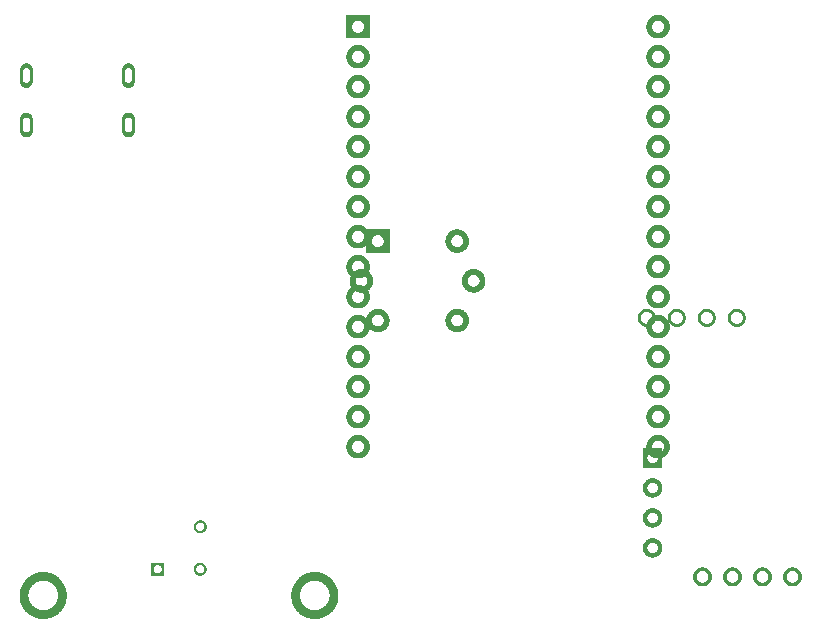
<source format=gbr>
%TF.GenerationSoftware,Flux,Pcbnew,7.0.11-7.0.11~ubuntu20.04.1*%
%TF.CreationDate,2024-04-08T19:48:30+00:00*%
%TF.ProjectId,input,696e7075-742e-46b6-9963-61645f706362,rev?*%
%TF.SameCoordinates,Original*%
%TF.FileFunction,Soldermask,Bot*%
%TF.FilePolarity,Negative*%
%FSLAX46Y46*%
G04 Gerber Fmt 4.6, Leading zero omitted, Abs format (unit mm)*
G04 Filename: construction*
G04 Build it with Flux! Visit our site at: https://www.flux.ai (PCBNEW 7.0.11-7.0.11~ubuntu20.04.1) date 2024-04-08 19:48:30*
%MOMM*%
%LPD*%
G01*
G04 APERTURE LIST*
G04 APERTURE END LIST*
%TO.C,*%
G36*
X-17433835Y29435990D02*
G01*
X-17384989Y29431180D01*
X-17336438Y29423978D01*
X-17288299Y29414402D01*
X-17240687Y29402476D01*
X-17193718Y29388228D01*
X-17147505Y29371693D01*
X-17102159Y29352910D01*
X-17057789Y29331924D01*
X-17014502Y29308787D01*
X-16972402Y29283554D01*
X-16931592Y29256285D01*
X-16892168Y29227046D01*
X-16854227Y29195909D01*
X-16817859Y29162947D01*
X-16783153Y29128241D01*
X-16750191Y29091873D01*
X-16719054Y29053932D01*
X-16689815Y29014508D01*
X-16662546Y28973698D01*
X-16637313Y28931598D01*
X-16614176Y28888311D01*
X-16593190Y28843941D01*
X-16574407Y28798595D01*
X-16557872Y28752382D01*
X-16543624Y28705413D01*
X-16531698Y28657801D01*
X-16522122Y28609662D01*
X-16514920Y28561111D01*
X-16510110Y28512265D01*
X-16507701Y28463241D01*
X-16507701Y28414159D01*
X-16510110Y28365135D01*
X-16514920Y28316289D01*
X-16522122Y28267738D01*
X-16531698Y28219599D01*
X-16543624Y28171987D01*
X-16557872Y28125018D01*
X-16574407Y28078805D01*
X-16593190Y28033459D01*
X-16614176Y27989089D01*
X-16637313Y27945802D01*
X-16662546Y27903702D01*
X-16689815Y27862892D01*
X-16719054Y27823468D01*
X-16750191Y27785527D01*
X-16783153Y27749159D01*
X-16817859Y27714453D01*
X-16854227Y27681491D01*
X-16892168Y27650354D01*
X-16931592Y27621115D01*
X-16972402Y27593846D01*
X-17014502Y27568613D01*
X-17057789Y27545476D01*
X-17102159Y27524490D01*
X-17147505Y27505707D01*
X-17193718Y27489172D01*
X-17240687Y27474924D01*
X-17288299Y27462998D01*
X-17336438Y27453422D01*
X-17384989Y27446220D01*
X-17433835Y27441410D01*
X-17482859Y27439001D01*
X-17531941Y27439001D01*
X-17580965Y27441410D01*
X-17629811Y27446220D01*
X-17678362Y27453422D01*
X-17726501Y27462998D01*
X-17774113Y27474924D01*
X-17821082Y27489172D01*
X-17867295Y27505707D01*
X-17912641Y27524490D01*
X-17957011Y27545476D01*
X-18000298Y27568613D01*
X-18042398Y27593846D01*
X-18083208Y27621115D01*
X-18122632Y27650354D01*
X-18160573Y27681491D01*
X-18196941Y27714453D01*
X-18231647Y27749159D01*
X-18264609Y27785527D01*
X-18295746Y27823468D01*
X-18324985Y27862892D01*
X-18352254Y27903702D01*
X-18377487Y27945802D01*
X-18400624Y27989089D01*
X-18421610Y28033459D01*
X-18440393Y28078805D01*
X-18456928Y28125018D01*
X-18471176Y28171987D01*
X-18483102Y28219599D01*
X-18492678Y28267738D01*
X-18499880Y28316289D01*
X-18504690Y28365135D01*
X-18507099Y28414159D01*
X-18507099Y28426184D01*
X-18017246Y28426184D01*
X-18016018Y28401182D01*
X-18013565Y28376271D01*
X-18009892Y28351509D01*
X-18005008Y28326958D01*
X-17998926Y28302676D01*
X-17991659Y28278722D01*
X-17983226Y28255154D01*
X-17973647Y28232027D01*
X-17962944Y28209398D01*
X-17951144Y28187322D01*
X-17938275Y28165851D01*
X-17924368Y28145038D01*
X-17909457Y28124932D01*
X-17893577Y28105582D01*
X-17876766Y28087034D01*
X-17859066Y28069334D01*
X-17840518Y28052523D01*
X-17821168Y28036643D01*
X-17801062Y28021732D01*
X-17780249Y28007825D01*
X-17758778Y27994956D01*
X-17736702Y27983156D01*
X-17714073Y27972453D01*
X-17690946Y27962874D01*
X-17667378Y27954441D01*
X-17643424Y27947174D01*
X-17619142Y27941092D01*
X-17594591Y27936208D01*
X-17569829Y27932535D01*
X-17544918Y27930082D01*
X-17519916Y27928854D01*
X-17494884Y27928854D01*
X-17469882Y27930082D01*
X-17444971Y27932535D01*
X-17420209Y27936208D01*
X-17395658Y27941092D01*
X-17371376Y27947174D01*
X-17347422Y27954441D01*
X-17323854Y27962874D01*
X-17300727Y27972453D01*
X-17278098Y27983156D01*
X-17256022Y27994956D01*
X-17234551Y28007825D01*
X-17213738Y28021732D01*
X-17193632Y28036643D01*
X-17174282Y28052523D01*
X-17155734Y28069334D01*
X-17138034Y28087034D01*
X-17121223Y28105582D01*
X-17105343Y28124932D01*
X-17090432Y28145038D01*
X-17076525Y28165851D01*
X-17063656Y28187322D01*
X-17051856Y28209398D01*
X-17041153Y28232027D01*
X-17031574Y28255154D01*
X-17023141Y28278722D01*
X-17015874Y28302676D01*
X-17009792Y28326958D01*
X-17004908Y28351509D01*
X-17001235Y28376271D01*
X-16998782Y28401182D01*
X-16997554Y28426184D01*
X-16997554Y28451216D01*
X-16998782Y28476218D01*
X-17001235Y28501129D01*
X-17004908Y28525891D01*
X-17009792Y28550442D01*
X-17015874Y28574724D01*
X-17023141Y28598678D01*
X-17031574Y28622246D01*
X-17041153Y28645373D01*
X-17051856Y28668002D01*
X-17063656Y28690078D01*
X-17076525Y28711549D01*
X-17090432Y28732362D01*
X-17105343Y28752468D01*
X-17121223Y28771818D01*
X-17138034Y28790366D01*
X-17155734Y28808066D01*
X-17174282Y28824877D01*
X-17193632Y28840757D01*
X-17213738Y28855668D01*
X-17234551Y28869575D01*
X-17256022Y28882444D01*
X-17278098Y28894244D01*
X-17300727Y28904947D01*
X-17323854Y28914526D01*
X-17347422Y28922959D01*
X-17371376Y28930226D01*
X-17395658Y28936308D01*
X-17420209Y28941192D01*
X-17444971Y28944865D01*
X-17469882Y28947318D01*
X-17494884Y28948546D01*
X-17519916Y28948546D01*
X-17544918Y28947318D01*
X-17569829Y28944865D01*
X-17594591Y28941192D01*
X-17619142Y28936308D01*
X-17643424Y28930226D01*
X-17667378Y28922959D01*
X-17690946Y28914526D01*
X-17714073Y28904947D01*
X-17736702Y28894244D01*
X-17758778Y28882444D01*
X-17780249Y28869575D01*
X-17801062Y28855668D01*
X-17821168Y28840757D01*
X-17840518Y28824877D01*
X-17859066Y28808066D01*
X-17876766Y28790366D01*
X-17893577Y28771818D01*
X-17909457Y28752468D01*
X-17924368Y28732362D01*
X-17938275Y28711549D01*
X-17951144Y28690078D01*
X-17962944Y28668002D01*
X-17973647Y28645373D01*
X-17983226Y28622246D01*
X-17991659Y28598678D01*
X-17998926Y28574724D01*
X-18005008Y28550442D01*
X-18009892Y28525891D01*
X-18013565Y28501129D01*
X-18016018Y28476218D01*
X-18017246Y28451216D01*
X-18017246Y28426184D01*
X-18507099Y28426184D01*
X-18507099Y28463241D01*
X-18504690Y28512265D01*
X-18499880Y28561111D01*
X-18492678Y28609662D01*
X-18483102Y28657801D01*
X-18471176Y28705413D01*
X-18456928Y28752382D01*
X-18440393Y28798595D01*
X-18421610Y28843941D01*
X-18400624Y28888311D01*
X-18377487Y28931598D01*
X-18352254Y28973698D01*
X-18324985Y29014508D01*
X-18295746Y29053932D01*
X-18264609Y29091873D01*
X-18231647Y29128241D01*
X-18196941Y29162947D01*
X-18160573Y29195909D01*
X-18122632Y29227046D01*
X-18083208Y29256285D01*
X-18042398Y29283554D01*
X-18000298Y29308787D01*
X-17957011Y29331924D01*
X-17912641Y29352910D01*
X-17867295Y29371693D01*
X-17821082Y29388228D01*
X-17774113Y29402476D01*
X-17726501Y29414402D01*
X-17678362Y29423978D01*
X-17629811Y29431180D01*
X-17580965Y29435990D01*
X-17531941Y29438399D01*
X-17482859Y29438399D01*
X-17433835Y29435990D01*
G37*
G36*
X-17433835Y-1044010D02*
G01*
X-17384989Y-1048820D01*
X-17336438Y-1056022D01*
X-17288299Y-1065598D01*
X-17240687Y-1077524D01*
X-17193718Y-1091772D01*
X-17147505Y-1108307D01*
X-17102159Y-1127090D01*
X-17057789Y-1148076D01*
X-17014502Y-1171213D01*
X-16972402Y-1196446D01*
X-16931592Y-1223715D01*
X-16892168Y-1252954D01*
X-16854227Y-1284091D01*
X-16817859Y-1317053D01*
X-16783153Y-1351759D01*
X-16750191Y-1388127D01*
X-16719054Y-1426068D01*
X-16689815Y-1465492D01*
X-16662546Y-1506302D01*
X-16637313Y-1548402D01*
X-16614176Y-1591689D01*
X-16593190Y-1636059D01*
X-16574407Y-1681405D01*
X-16557872Y-1727618D01*
X-16543624Y-1774587D01*
X-16531698Y-1822199D01*
X-16522122Y-1870338D01*
X-16514920Y-1918889D01*
X-16510110Y-1967735D01*
X-16507701Y-2016759D01*
X-16507701Y-2065841D01*
X-16510110Y-2114865D01*
X-16514920Y-2163711D01*
X-16522122Y-2212262D01*
X-16531698Y-2260401D01*
X-16543624Y-2308013D01*
X-16557872Y-2354982D01*
X-16574407Y-2401195D01*
X-16593190Y-2446541D01*
X-16614176Y-2490911D01*
X-16637313Y-2534198D01*
X-16662546Y-2576298D01*
X-16689815Y-2617108D01*
X-16719054Y-2656532D01*
X-16750191Y-2694473D01*
X-16783153Y-2730841D01*
X-16817859Y-2765547D01*
X-16854227Y-2798509D01*
X-16892168Y-2829646D01*
X-16931592Y-2858885D01*
X-16972402Y-2886154D01*
X-17014502Y-2911387D01*
X-17057789Y-2934524D01*
X-17102159Y-2955510D01*
X-17147505Y-2974293D01*
X-17193718Y-2990828D01*
X-17240687Y-3005076D01*
X-17288299Y-3017002D01*
X-17336438Y-3026578D01*
X-17384989Y-3033780D01*
X-17433835Y-3038590D01*
X-17482859Y-3040999D01*
X-17531941Y-3040999D01*
X-17580965Y-3038590D01*
X-17629811Y-3033780D01*
X-17678362Y-3026578D01*
X-17726501Y-3017002D01*
X-17774113Y-3005076D01*
X-17821082Y-2990828D01*
X-17867295Y-2974293D01*
X-17912641Y-2955510D01*
X-17957011Y-2934524D01*
X-18000298Y-2911387D01*
X-18042398Y-2886154D01*
X-18083208Y-2858885D01*
X-18122632Y-2829646D01*
X-18160573Y-2798509D01*
X-18196941Y-2765547D01*
X-18231647Y-2730841D01*
X-18264609Y-2694473D01*
X-18295746Y-2656532D01*
X-18324985Y-2617108D01*
X-18352254Y-2576298D01*
X-18377487Y-2534198D01*
X-18400624Y-2490911D01*
X-18421610Y-2446541D01*
X-18440393Y-2401195D01*
X-18456928Y-2354982D01*
X-18471176Y-2308013D01*
X-18483102Y-2260401D01*
X-18492678Y-2212262D01*
X-18499880Y-2163711D01*
X-18504690Y-2114865D01*
X-18507099Y-2065841D01*
X-18507099Y-2053816D01*
X-18017246Y-2053816D01*
X-18016018Y-2078818D01*
X-18013565Y-2103729D01*
X-18009892Y-2128491D01*
X-18005008Y-2153042D01*
X-17998926Y-2177324D01*
X-17991659Y-2201278D01*
X-17983226Y-2224846D01*
X-17973647Y-2247973D01*
X-17962944Y-2270602D01*
X-17951144Y-2292678D01*
X-17938275Y-2314149D01*
X-17924368Y-2334962D01*
X-17909457Y-2355068D01*
X-17893577Y-2374418D01*
X-17876766Y-2392966D01*
X-17859066Y-2410666D01*
X-17840518Y-2427477D01*
X-17821168Y-2443357D01*
X-17801062Y-2458268D01*
X-17780249Y-2472175D01*
X-17758778Y-2485044D01*
X-17736702Y-2496844D01*
X-17714073Y-2507547D01*
X-17690946Y-2517126D01*
X-17667378Y-2525559D01*
X-17643424Y-2532826D01*
X-17619142Y-2538908D01*
X-17594591Y-2543792D01*
X-17569829Y-2547465D01*
X-17544918Y-2549918D01*
X-17519916Y-2551146D01*
X-17494884Y-2551146D01*
X-17469882Y-2549918D01*
X-17444971Y-2547465D01*
X-17420209Y-2543792D01*
X-17395658Y-2538908D01*
X-17371376Y-2532826D01*
X-17347422Y-2525559D01*
X-17323854Y-2517126D01*
X-17300727Y-2507547D01*
X-17278098Y-2496844D01*
X-17256022Y-2485044D01*
X-17234551Y-2472175D01*
X-17213738Y-2458268D01*
X-17193632Y-2443357D01*
X-17174282Y-2427477D01*
X-17155734Y-2410666D01*
X-17138034Y-2392966D01*
X-17121223Y-2374418D01*
X-17105343Y-2355068D01*
X-17090432Y-2334962D01*
X-17076525Y-2314149D01*
X-17063656Y-2292678D01*
X-17051856Y-2270602D01*
X-17041153Y-2247973D01*
X-17031574Y-2224846D01*
X-17023141Y-2201278D01*
X-17015874Y-2177324D01*
X-17009792Y-2153042D01*
X-17004908Y-2128491D01*
X-17001235Y-2103729D01*
X-16998782Y-2078818D01*
X-16997554Y-2053816D01*
X-16997554Y-2028784D01*
X-16998782Y-2003782D01*
X-17001235Y-1978871D01*
X-17004908Y-1954109D01*
X-17009792Y-1929558D01*
X-17015874Y-1905276D01*
X-17023141Y-1881322D01*
X-17031574Y-1857754D01*
X-17041153Y-1834627D01*
X-17051856Y-1811998D01*
X-17063656Y-1789922D01*
X-17076525Y-1768451D01*
X-17090432Y-1747638D01*
X-17105343Y-1727532D01*
X-17121223Y-1708182D01*
X-17138034Y-1689634D01*
X-17155734Y-1671934D01*
X-17174282Y-1655123D01*
X-17193632Y-1639243D01*
X-17213738Y-1624332D01*
X-17234551Y-1610425D01*
X-17256022Y-1597556D01*
X-17278098Y-1585756D01*
X-17300727Y-1575053D01*
X-17323854Y-1565474D01*
X-17347422Y-1557041D01*
X-17371376Y-1549774D01*
X-17395658Y-1543692D01*
X-17420209Y-1538808D01*
X-17444971Y-1535135D01*
X-17469882Y-1532682D01*
X-17494884Y-1531454D01*
X-17519916Y-1531454D01*
X-17544918Y-1532682D01*
X-17569829Y-1535135D01*
X-17594591Y-1538808D01*
X-17619142Y-1543692D01*
X-17643424Y-1549774D01*
X-17667378Y-1557041D01*
X-17690946Y-1565474D01*
X-17714073Y-1575053D01*
X-17736702Y-1585756D01*
X-17758778Y-1597556D01*
X-17780249Y-1610425D01*
X-17801062Y-1624332D01*
X-17821168Y-1639243D01*
X-17840518Y-1655123D01*
X-17859066Y-1671934D01*
X-17876766Y-1689634D01*
X-17893577Y-1708182D01*
X-17909457Y-1727532D01*
X-17924368Y-1747638D01*
X-17938275Y-1768451D01*
X-17951144Y-1789922D01*
X-17962944Y-1811998D01*
X-17973647Y-1834627D01*
X-17983226Y-1857754D01*
X-17991659Y-1881322D01*
X-17998926Y-1905276D01*
X-18005008Y-1929558D01*
X-18009892Y-1954109D01*
X-18013565Y-1978871D01*
X-18016018Y-2003782D01*
X-18017246Y-2028784D01*
X-18017246Y-2053816D01*
X-18507099Y-2053816D01*
X-18507099Y-2016759D01*
X-18504690Y-1967735D01*
X-18499880Y-1918889D01*
X-18492678Y-1870338D01*
X-18483102Y-1822199D01*
X-18471176Y-1774587D01*
X-18456928Y-1727618D01*
X-18440393Y-1681405D01*
X-18421610Y-1636059D01*
X-18400624Y-1591689D01*
X-18377487Y-1548402D01*
X-18352254Y-1506302D01*
X-18324985Y-1465492D01*
X-18295746Y-1426068D01*
X-18264609Y-1388127D01*
X-18231647Y-1351759D01*
X-18196941Y-1317053D01*
X-18160573Y-1284091D01*
X-18122632Y-1252954D01*
X-18083208Y-1223715D01*
X-18042398Y-1196446D01*
X-18000298Y-1171213D01*
X-17957011Y-1148076D01*
X-17912641Y-1127090D01*
X-17867295Y-1108307D01*
X-17821082Y-1091772D01*
X-17774113Y-1077524D01*
X-17726501Y-1065598D01*
X-17678362Y-1056022D01*
X-17629811Y-1048820D01*
X-17580965Y-1044010D01*
X-17531941Y-1041601D01*
X-17482859Y-1041601D01*
X-17433835Y-1044010D01*
G37*
G36*
X7966165Y6575990D02*
G01*
X8015011Y6571180D01*
X8063562Y6563978D01*
X8111701Y6554402D01*
X8159313Y6542476D01*
X8206282Y6528228D01*
X8252495Y6511693D01*
X8297841Y6492910D01*
X8342211Y6471924D01*
X8385498Y6448787D01*
X8427598Y6423554D01*
X8468408Y6396285D01*
X8507832Y6367046D01*
X8545773Y6335909D01*
X8582141Y6302947D01*
X8616847Y6268241D01*
X8649809Y6231873D01*
X8680946Y6193932D01*
X8710185Y6154508D01*
X8737454Y6113698D01*
X8762687Y6071598D01*
X8785824Y6028311D01*
X8806810Y5983941D01*
X8825593Y5938595D01*
X8842128Y5892382D01*
X8856376Y5845413D01*
X8868302Y5797801D01*
X8877878Y5749662D01*
X8885080Y5701111D01*
X8889890Y5652265D01*
X8892299Y5603241D01*
X8892299Y5554159D01*
X8889890Y5505135D01*
X8885080Y5456289D01*
X8877878Y5407738D01*
X8868302Y5359599D01*
X8856376Y5311987D01*
X8842128Y5265018D01*
X8825593Y5218805D01*
X8806810Y5173459D01*
X8785824Y5129089D01*
X8762687Y5085802D01*
X8737454Y5043702D01*
X8710185Y5002892D01*
X8680946Y4963468D01*
X8649809Y4925527D01*
X8616847Y4889159D01*
X8582141Y4854453D01*
X8545773Y4821491D01*
X8507832Y4790354D01*
X8468408Y4761115D01*
X8427598Y4733846D01*
X8385498Y4708613D01*
X8342211Y4685476D01*
X8297841Y4664490D01*
X8252495Y4645707D01*
X8206282Y4629172D01*
X8159313Y4614924D01*
X8111701Y4602998D01*
X8063562Y4593422D01*
X8015011Y4586220D01*
X7966165Y4581410D01*
X7917141Y4579001D01*
X7868059Y4579001D01*
X7819035Y4581410D01*
X7770189Y4586220D01*
X7721638Y4593422D01*
X7673499Y4602998D01*
X7625887Y4614924D01*
X7578918Y4629172D01*
X7532705Y4645707D01*
X7487359Y4664490D01*
X7442989Y4685476D01*
X7399702Y4708613D01*
X7357602Y4733846D01*
X7316792Y4761115D01*
X7277368Y4790354D01*
X7239427Y4821491D01*
X7203059Y4854453D01*
X7168353Y4889159D01*
X7135391Y4925527D01*
X7104254Y4963468D01*
X7075015Y5002892D01*
X7047746Y5043702D01*
X7022513Y5085802D01*
X6999376Y5129089D01*
X6978390Y5173459D01*
X6959607Y5218805D01*
X6943072Y5265018D01*
X6928824Y5311987D01*
X6916898Y5359599D01*
X6907322Y5407738D01*
X6900120Y5456289D01*
X6895310Y5505135D01*
X6892901Y5554159D01*
X6892901Y5566184D01*
X7382754Y5566184D01*
X7383982Y5541182D01*
X7386435Y5516271D01*
X7390108Y5491509D01*
X7394992Y5466958D01*
X7401074Y5442676D01*
X7408341Y5418722D01*
X7416774Y5395154D01*
X7426353Y5372027D01*
X7437056Y5349398D01*
X7448856Y5327322D01*
X7461725Y5305851D01*
X7475632Y5285038D01*
X7490543Y5264932D01*
X7506423Y5245582D01*
X7523234Y5227034D01*
X7540934Y5209334D01*
X7559482Y5192523D01*
X7578832Y5176643D01*
X7598938Y5161732D01*
X7619751Y5147825D01*
X7641222Y5134956D01*
X7663298Y5123156D01*
X7685927Y5112453D01*
X7709054Y5102874D01*
X7732622Y5094441D01*
X7756576Y5087174D01*
X7780858Y5081092D01*
X7805409Y5076208D01*
X7830171Y5072535D01*
X7855082Y5070082D01*
X7880084Y5068854D01*
X7905116Y5068854D01*
X7930118Y5070082D01*
X7955029Y5072535D01*
X7979791Y5076208D01*
X8004342Y5081092D01*
X8028624Y5087174D01*
X8052578Y5094441D01*
X8076146Y5102874D01*
X8099273Y5112453D01*
X8121902Y5123156D01*
X8143978Y5134956D01*
X8165449Y5147825D01*
X8186262Y5161732D01*
X8206368Y5176643D01*
X8225718Y5192523D01*
X8244266Y5209334D01*
X8261966Y5227034D01*
X8278777Y5245582D01*
X8294657Y5264932D01*
X8309568Y5285038D01*
X8323475Y5305851D01*
X8336344Y5327322D01*
X8348144Y5349398D01*
X8358847Y5372027D01*
X8368426Y5395154D01*
X8376859Y5418722D01*
X8384126Y5442676D01*
X8390208Y5466958D01*
X8395092Y5491509D01*
X8398765Y5516271D01*
X8401218Y5541182D01*
X8402446Y5566184D01*
X8402446Y5591216D01*
X8401218Y5616218D01*
X8398765Y5641129D01*
X8395092Y5665891D01*
X8390208Y5690442D01*
X8384126Y5714724D01*
X8376859Y5738678D01*
X8368426Y5762246D01*
X8358847Y5785373D01*
X8348144Y5808002D01*
X8336344Y5830078D01*
X8323475Y5851549D01*
X8309568Y5872362D01*
X8294657Y5892468D01*
X8278777Y5911818D01*
X8261966Y5930366D01*
X8244266Y5948066D01*
X8225718Y5964877D01*
X8206368Y5980757D01*
X8186262Y5995668D01*
X8165449Y6009575D01*
X8143978Y6022444D01*
X8121902Y6034244D01*
X8099273Y6044947D01*
X8076146Y6054526D01*
X8052578Y6062959D01*
X8028624Y6070226D01*
X8004342Y6076308D01*
X7979791Y6081192D01*
X7955029Y6084865D01*
X7930118Y6087318D01*
X7905116Y6088546D01*
X7880084Y6088546D01*
X7855082Y6087318D01*
X7830171Y6084865D01*
X7805409Y6081192D01*
X7780858Y6076308D01*
X7756576Y6070226D01*
X7732622Y6062959D01*
X7709054Y6054526D01*
X7685927Y6044947D01*
X7663298Y6034244D01*
X7641222Y6022444D01*
X7619751Y6009575D01*
X7598938Y5995668D01*
X7578832Y5980757D01*
X7559482Y5964877D01*
X7540934Y5948066D01*
X7523234Y5930366D01*
X7506423Y5911818D01*
X7490543Y5892468D01*
X7475632Y5872362D01*
X7461725Y5851549D01*
X7448856Y5830078D01*
X7437056Y5808002D01*
X7426353Y5785373D01*
X7416774Y5762246D01*
X7408341Y5738678D01*
X7401074Y5714724D01*
X7394992Y5690442D01*
X7390108Y5665891D01*
X7386435Y5641129D01*
X7383982Y5616218D01*
X7382754Y5591216D01*
X7382754Y5566184D01*
X6892901Y5566184D01*
X6892901Y5603241D01*
X6895310Y5652265D01*
X6900120Y5701111D01*
X6907322Y5749662D01*
X6916898Y5797801D01*
X6928824Y5845413D01*
X6943072Y5892382D01*
X6959607Y5938595D01*
X6978390Y5983941D01*
X6999376Y6028311D01*
X7022513Y6071598D01*
X7047746Y6113698D01*
X7075015Y6154508D01*
X7104254Y6193932D01*
X7135391Y6231873D01*
X7168353Y6268241D01*
X7203059Y6302947D01*
X7239427Y6335909D01*
X7277368Y6367046D01*
X7316792Y6396285D01*
X7357602Y6423554D01*
X7399702Y6448787D01*
X7442989Y6471924D01*
X7487359Y6492910D01*
X7532705Y6511693D01*
X7578918Y6528228D01*
X7625887Y6542476D01*
X7673499Y6554402D01*
X7721638Y6563978D01*
X7770189Y6571180D01*
X7819035Y6575990D01*
X7868059Y6578399D01*
X7917141Y6578399D01*
X7966165Y6575990D01*
G37*
G36*
X7966165Y4035990D02*
G01*
X8015011Y4031180D01*
X8063562Y4023978D01*
X8111701Y4014402D01*
X8159313Y4002476D01*
X8206282Y3988228D01*
X8252495Y3971693D01*
X8297841Y3952910D01*
X8342211Y3931924D01*
X8385498Y3908787D01*
X8427598Y3883554D01*
X8468408Y3856285D01*
X8507832Y3827046D01*
X8545773Y3795909D01*
X8582141Y3762947D01*
X8616847Y3728241D01*
X8649809Y3691873D01*
X8680946Y3653932D01*
X8710185Y3614508D01*
X8737454Y3573698D01*
X8762687Y3531598D01*
X8785824Y3488311D01*
X8806810Y3443941D01*
X8825593Y3398595D01*
X8842128Y3352382D01*
X8856376Y3305413D01*
X8868302Y3257801D01*
X8877878Y3209662D01*
X8885080Y3161111D01*
X8889890Y3112265D01*
X8892299Y3063241D01*
X8892299Y3014159D01*
X8889890Y2965135D01*
X8885080Y2916289D01*
X8877878Y2867738D01*
X8868302Y2819599D01*
X8856376Y2771987D01*
X8842128Y2725018D01*
X8825593Y2678805D01*
X8806810Y2633459D01*
X8785824Y2589089D01*
X8762687Y2545802D01*
X8737454Y2503702D01*
X8710185Y2462892D01*
X8680946Y2423468D01*
X8649809Y2385527D01*
X8616847Y2349159D01*
X8582141Y2314453D01*
X8545773Y2281491D01*
X8507832Y2250354D01*
X8468408Y2221115D01*
X8427598Y2193846D01*
X8385498Y2168613D01*
X8342211Y2145476D01*
X8297841Y2124490D01*
X8252495Y2105707D01*
X8206282Y2089172D01*
X8159313Y2074924D01*
X8111701Y2062998D01*
X8063562Y2053422D01*
X8015011Y2046220D01*
X7966165Y2041410D01*
X7917141Y2039001D01*
X7868059Y2039001D01*
X7819035Y2041410D01*
X7770189Y2046220D01*
X7721638Y2053422D01*
X7673499Y2062998D01*
X7625887Y2074924D01*
X7578918Y2089172D01*
X7532705Y2105707D01*
X7487359Y2124490D01*
X7442989Y2145476D01*
X7399702Y2168613D01*
X7357602Y2193846D01*
X7316792Y2221115D01*
X7277368Y2250354D01*
X7239427Y2281491D01*
X7203059Y2314453D01*
X7168353Y2349159D01*
X7135391Y2385527D01*
X7104254Y2423468D01*
X7075015Y2462892D01*
X7047746Y2503702D01*
X7022513Y2545802D01*
X6999376Y2589089D01*
X6978390Y2633459D01*
X6959607Y2678805D01*
X6943072Y2725018D01*
X6928824Y2771987D01*
X6916898Y2819599D01*
X6907322Y2867738D01*
X6900120Y2916289D01*
X6895310Y2965135D01*
X6892901Y3014159D01*
X6892901Y3026184D01*
X7382754Y3026184D01*
X7383982Y3001182D01*
X7386435Y2976271D01*
X7390108Y2951509D01*
X7394992Y2926958D01*
X7401074Y2902676D01*
X7408341Y2878722D01*
X7416774Y2855154D01*
X7426353Y2832027D01*
X7437056Y2809398D01*
X7448856Y2787322D01*
X7461725Y2765851D01*
X7475632Y2745038D01*
X7490543Y2724932D01*
X7506423Y2705582D01*
X7523234Y2687034D01*
X7540934Y2669334D01*
X7559482Y2652523D01*
X7578832Y2636643D01*
X7598938Y2621732D01*
X7619751Y2607825D01*
X7641222Y2594956D01*
X7663298Y2583156D01*
X7685927Y2572453D01*
X7709054Y2562874D01*
X7732622Y2554441D01*
X7756576Y2547174D01*
X7780858Y2541092D01*
X7805409Y2536208D01*
X7830171Y2532535D01*
X7855082Y2530082D01*
X7880084Y2528854D01*
X7905116Y2528854D01*
X7930118Y2530082D01*
X7955029Y2532535D01*
X7979791Y2536208D01*
X8004342Y2541092D01*
X8028624Y2547174D01*
X8052578Y2554441D01*
X8076146Y2562874D01*
X8099273Y2572453D01*
X8121902Y2583156D01*
X8143978Y2594956D01*
X8165449Y2607825D01*
X8186262Y2621732D01*
X8206368Y2636643D01*
X8225718Y2652523D01*
X8244266Y2669334D01*
X8261966Y2687034D01*
X8278777Y2705582D01*
X8294657Y2724932D01*
X8309568Y2745038D01*
X8323475Y2765851D01*
X8336344Y2787322D01*
X8348144Y2809398D01*
X8358847Y2832027D01*
X8368426Y2855154D01*
X8376859Y2878722D01*
X8384126Y2902676D01*
X8390208Y2926958D01*
X8395092Y2951509D01*
X8398765Y2976271D01*
X8401218Y3001182D01*
X8402446Y3026184D01*
X8402446Y3051216D01*
X8401218Y3076218D01*
X8398765Y3101129D01*
X8395092Y3125891D01*
X8390208Y3150442D01*
X8384126Y3174724D01*
X8376859Y3198678D01*
X8368426Y3222246D01*
X8358847Y3245373D01*
X8348144Y3268002D01*
X8336344Y3290078D01*
X8323475Y3311549D01*
X8309568Y3332362D01*
X8294657Y3352468D01*
X8278777Y3371818D01*
X8261966Y3390366D01*
X8244266Y3408066D01*
X8225718Y3424877D01*
X8206368Y3440757D01*
X8186262Y3455668D01*
X8165449Y3469575D01*
X8143978Y3482444D01*
X8121902Y3494244D01*
X8099273Y3504947D01*
X8076146Y3514526D01*
X8052578Y3522959D01*
X8028624Y3530226D01*
X8004342Y3536308D01*
X7979791Y3541192D01*
X7955029Y3544865D01*
X7930118Y3547318D01*
X7905116Y3548546D01*
X7880084Y3548546D01*
X7855082Y3547318D01*
X7830171Y3544865D01*
X7805409Y3541192D01*
X7780858Y3536308D01*
X7756576Y3530226D01*
X7732622Y3522959D01*
X7709054Y3514526D01*
X7685927Y3504947D01*
X7663298Y3494244D01*
X7641222Y3482444D01*
X7619751Y3469575D01*
X7598938Y3455668D01*
X7578832Y3440757D01*
X7559482Y3424877D01*
X7540934Y3408066D01*
X7523234Y3390366D01*
X7506423Y3371818D01*
X7490543Y3352468D01*
X7475632Y3332362D01*
X7461725Y3311549D01*
X7448856Y3290078D01*
X7437056Y3268002D01*
X7426353Y3245373D01*
X7416774Y3222246D01*
X7408341Y3198678D01*
X7401074Y3174724D01*
X7394992Y3150442D01*
X7390108Y3125891D01*
X7386435Y3101129D01*
X7383982Y3076218D01*
X7382754Y3051216D01*
X7382754Y3026184D01*
X6892901Y3026184D01*
X6892901Y3063241D01*
X6895310Y3112265D01*
X6900120Y3161111D01*
X6907322Y3209662D01*
X6916898Y3257801D01*
X6928824Y3305413D01*
X6943072Y3352382D01*
X6959607Y3398595D01*
X6978390Y3443941D01*
X6999376Y3488311D01*
X7022513Y3531598D01*
X7047746Y3573698D01*
X7075015Y3614508D01*
X7104254Y3653932D01*
X7135391Y3691873D01*
X7168353Y3728241D01*
X7203059Y3762947D01*
X7239427Y3795909D01*
X7277368Y3827046D01*
X7316792Y3856285D01*
X7357602Y3883554D01*
X7399702Y3908787D01*
X7442989Y3931924D01*
X7487359Y3952910D01*
X7532705Y3971693D01*
X7578918Y3988228D01*
X7625887Y4002476D01*
X7673499Y4014402D01*
X7721638Y4023978D01*
X7770189Y4031180D01*
X7819035Y4035990D01*
X7868059Y4038399D01*
X7917141Y4038399D01*
X7966165Y4035990D01*
G37*
G36*
X7966165Y-1044010D02*
G01*
X8015011Y-1048820D01*
X8063562Y-1056022D01*
X8111701Y-1065598D01*
X8159313Y-1077524D01*
X8206282Y-1091772D01*
X8252495Y-1108307D01*
X8297841Y-1127090D01*
X8342211Y-1148076D01*
X8385498Y-1171213D01*
X8427598Y-1196446D01*
X8468408Y-1223715D01*
X8507832Y-1252954D01*
X8545773Y-1284091D01*
X8582141Y-1317053D01*
X8616847Y-1351759D01*
X8649809Y-1388127D01*
X8680946Y-1426068D01*
X8710185Y-1465492D01*
X8737454Y-1506302D01*
X8762687Y-1548402D01*
X8785824Y-1591689D01*
X8806810Y-1636059D01*
X8825593Y-1681405D01*
X8842128Y-1727618D01*
X8856376Y-1774587D01*
X8868302Y-1822199D01*
X8877878Y-1870338D01*
X8885080Y-1918889D01*
X8889890Y-1967735D01*
X8892299Y-2016759D01*
X8892299Y-2065841D01*
X8889890Y-2114865D01*
X8885080Y-2163711D01*
X8877878Y-2212262D01*
X8868302Y-2260401D01*
X8856376Y-2308013D01*
X8842128Y-2354982D01*
X8825593Y-2401195D01*
X8806810Y-2446541D01*
X8785824Y-2490911D01*
X8762687Y-2534198D01*
X8737454Y-2576298D01*
X8710185Y-2617108D01*
X8680946Y-2656532D01*
X8649809Y-2694473D01*
X8616847Y-2730841D01*
X8582141Y-2765547D01*
X8545773Y-2798509D01*
X8507832Y-2829646D01*
X8468408Y-2858885D01*
X8427598Y-2886154D01*
X8385498Y-2911387D01*
X8342211Y-2934524D01*
X8297841Y-2955510D01*
X8252495Y-2974293D01*
X8206282Y-2990828D01*
X8159313Y-3005076D01*
X8111701Y-3017002D01*
X8063562Y-3026578D01*
X8015011Y-3033780D01*
X7966165Y-3038590D01*
X7917141Y-3040999D01*
X7868059Y-3040999D01*
X7819035Y-3038590D01*
X7770189Y-3033780D01*
X7721638Y-3026578D01*
X7673499Y-3017002D01*
X7625887Y-3005076D01*
X7578918Y-2990828D01*
X7532705Y-2974293D01*
X7487359Y-2955510D01*
X7442989Y-2934524D01*
X7399702Y-2911387D01*
X7357602Y-2886154D01*
X7316792Y-2858885D01*
X7277368Y-2829646D01*
X7239427Y-2798509D01*
X7203059Y-2765547D01*
X7168353Y-2730841D01*
X7135391Y-2694473D01*
X7104254Y-2656532D01*
X7075015Y-2617108D01*
X7047746Y-2576298D01*
X7022513Y-2534198D01*
X6999376Y-2490911D01*
X6978390Y-2446541D01*
X6959607Y-2401195D01*
X6943072Y-2354982D01*
X6928824Y-2308013D01*
X6916898Y-2260401D01*
X6907322Y-2212262D01*
X6900120Y-2163711D01*
X6895310Y-2114865D01*
X6892901Y-2065841D01*
X6892901Y-2053816D01*
X7382754Y-2053816D01*
X7383982Y-2078818D01*
X7386435Y-2103729D01*
X7390108Y-2128491D01*
X7394992Y-2153042D01*
X7401074Y-2177324D01*
X7408341Y-2201278D01*
X7416774Y-2224846D01*
X7426353Y-2247973D01*
X7437056Y-2270602D01*
X7448856Y-2292678D01*
X7461725Y-2314149D01*
X7475632Y-2334962D01*
X7490543Y-2355068D01*
X7506423Y-2374418D01*
X7523234Y-2392966D01*
X7540934Y-2410666D01*
X7559482Y-2427477D01*
X7578832Y-2443357D01*
X7598938Y-2458268D01*
X7619751Y-2472175D01*
X7641222Y-2485044D01*
X7663298Y-2496844D01*
X7685927Y-2507547D01*
X7709054Y-2517126D01*
X7732622Y-2525559D01*
X7756576Y-2532826D01*
X7780858Y-2538908D01*
X7805409Y-2543792D01*
X7830171Y-2547465D01*
X7855082Y-2549918D01*
X7880084Y-2551146D01*
X7905116Y-2551146D01*
X7930118Y-2549918D01*
X7955029Y-2547465D01*
X7979791Y-2543792D01*
X8004342Y-2538908D01*
X8028624Y-2532826D01*
X8052578Y-2525559D01*
X8076146Y-2517126D01*
X8099273Y-2507547D01*
X8121902Y-2496844D01*
X8143978Y-2485044D01*
X8165449Y-2472175D01*
X8186262Y-2458268D01*
X8206368Y-2443357D01*
X8225718Y-2427477D01*
X8244266Y-2410666D01*
X8261966Y-2392966D01*
X8278777Y-2374418D01*
X8294657Y-2355068D01*
X8309568Y-2334962D01*
X8323475Y-2314149D01*
X8336344Y-2292678D01*
X8348144Y-2270602D01*
X8358847Y-2247973D01*
X8368426Y-2224846D01*
X8376859Y-2201278D01*
X8384126Y-2177324D01*
X8390208Y-2153042D01*
X8395092Y-2128491D01*
X8398765Y-2103729D01*
X8401218Y-2078818D01*
X8402446Y-2053816D01*
X8402446Y-2028784D01*
X8401218Y-2003782D01*
X8398765Y-1978871D01*
X8395092Y-1954109D01*
X8390208Y-1929558D01*
X8384126Y-1905276D01*
X8376859Y-1881322D01*
X8368426Y-1857754D01*
X8358847Y-1834627D01*
X8348144Y-1811998D01*
X8336344Y-1789922D01*
X8323475Y-1768451D01*
X8309568Y-1747638D01*
X8294657Y-1727532D01*
X8278777Y-1708182D01*
X8261966Y-1689634D01*
X8244266Y-1671934D01*
X8225718Y-1655123D01*
X8206368Y-1639243D01*
X8186262Y-1624332D01*
X8165449Y-1610425D01*
X8143978Y-1597556D01*
X8121902Y-1585756D01*
X8099273Y-1575053D01*
X8076146Y-1565474D01*
X8052578Y-1557041D01*
X8028624Y-1549774D01*
X8004342Y-1543692D01*
X7979791Y-1538808D01*
X7955029Y-1535135D01*
X7930118Y-1532682D01*
X7905116Y-1531454D01*
X7880084Y-1531454D01*
X7855082Y-1532682D01*
X7830171Y-1535135D01*
X7805409Y-1538808D01*
X7780858Y-1543692D01*
X7756576Y-1549774D01*
X7732622Y-1557041D01*
X7709054Y-1565474D01*
X7685927Y-1575053D01*
X7663298Y-1585756D01*
X7641222Y-1597556D01*
X7619751Y-1610425D01*
X7598938Y-1624332D01*
X7578832Y-1639243D01*
X7559482Y-1655123D01*
X7540934Y-1671934D01*
X7523234Y-1689634D01*
X7506423Y-1708182D01*
X7490543Y-1727532D01*
X7475632Y-1747638D01*
X7461725Y-1768451D01*
X7448856Y-1789922D01*
X7437056Y-1811998D01*
X7426353Y-1834627D01*
X7416774Y-1857754D01*
X7408341Y-1881322D01*
X7401074Y-1905276D01*
X7394992Y-1929558D01*
X7390108Y-1954109D01*
X7386435Y-1978871D01*
X7383982Y-2003782D01*
X7382754Y-2028784D01*
X7382754Y-2053816D01*
X6892901Y-2053816D01*
X6892901Y-2016759D01*
X6895310Y-1967735D01*
X6900120Y-1918889D01*
X6907322Y-1870338D01*
X6916898Y-1822199D01*
X6928824Y-1774587D01*
X6943072Y-1727618D01*
X6959607Y-1681405D01*
X6978390Y-1636059D01*
X6999376Y-1591689D01*
X7022513Y-1548402D01*
X7047746Y-1506302D01*
X7075015Y-1465492D01*
X7104254Y-1426068D01*
X7135391Y-1388127D01*
X7168353Y-1351759D01*
X7203059Y-1317053D01*
X7239427Y-1284091D01*
X7277368Y-1252954D01*
X7316792Y-1223715D01*
X7357602Y-1196446D01*
X7399702Y-1171213D01*
X7442989Y-1148076D01*
X7487359Y-1127090D01*
X7532705Y-1108307D01*
X7578918Y-1091772D01*
X7625887Y-1077524D01*
X7673499Y-1065598D01*
X7721638Y-1056022D01*
X7770189Y-1048820D01*
X7819035Y-1044010D01*
X7868059Y-1041601D01*
X7917141Y-1041601D01*
X7966165Y-1044010D01*
G37*
G36*
X-17433835Y6575990D02*
G01*
X-17384989Y6571180D01*
X-17336438Y6563978D01*
X-17288299Y6554402D01*
X-17240687Y6542476D01*
X-17193718Y6528228D01*
X-17147505Y6511693D01*
X-17102159Y6492910D01*
X-17057789Y6471924D01*
X-17014502Y6448787D01*
X-16972402Y6423554D01*
X-16931592Y6396285D01*
X-16892168Y6367046D01*
X-16854227Y6335909D01*
X-16817859Y6302947D01*
X-16783153Y6268241D01*
X-16750191Y6231873D01*
X-16719054Y6193932D01*
X-16689815Y6154508D01*
X-16662546Y6113698D01*
X-16637313Y6071598D01*
X-16614176Y6028311D01*
X-16593190Y5983941D01*
X-16574407Y5938595D01*
X-16557872Y5892382D01*
X-16543624Y5845413D01*
X-16531698Y5797801D01*
X-16522122Y5749662D01*
X-16514920Y5701111D01*
X-16510110Y5652265D01*
X-16507701Y5603241D01*
X-16507701Y5554159D01*
X-16510110Y5505135D01*
X-16514920Y5456289D01*
X-16522122Y5407738D01*
X-16531698Y5359599D01*
X-16543624Y5311987D01*
X-16557872Y5265018D01*
X-16574407Y5218805D01*
X-16593190Y5173459D01*
X-16614176Y5129089D01*
X-16637313Y5085802D01*
X-16662546Y5043702D01*
X-16689815Y5002892D01*
X-16719054Y4963468D01*
X-16750191Y4925527D01*
X-16783153Y4889159D01*
X-16817859Y4854453D01*
X-16854227Y4821491D01*
X-16892168Y4790354D01*
X-16931592Y4761115D01*
X-16972402Y4733846D01*
X-17014502Y4708613D01*
X-17057789Y4685476D01*
X-17102159Y4664490D01*
X-17147505Y4645707D01*
X-17193718Y4629172D01*
X-17240687Y4614924D01*
X-17288299Y4602998D01*
X-17336438Y4593422D01*
X-17384989Y4586220D01*
X-17433835Y4581410D01*
X-17482859Y4579001D01*
X-17531941Y4579001D01*
X-17580965Y4581410D01*
X-17629811Y4586220D01*
X-17678362Y4593422D01*
X-17726501Y4602998D01*
X-17774113Y4614924D01*
X-17821082Y4629172D01*
X-17867295Y4645707D01*
X-17912641Y4664490D01*
X-17957011Y4685476D01*
X-18000298Y4708613D01*
X-18042398Y4733846D01*
X-18083208Y4761115D01*
X-18122632Y4790354D01*
X-18160573Y4821491D01*
X-18196941Y4854453D01*
X-18231647Y4889159D01*
X-18264609Y4925527D01*
X-18295746Y4963468D01*
X-18324985Y5002892D01*
X-18352254Y5043702D01*
X-18377487Y5085802D01*
X-18400624Y5129089D01*
X-18421610Y5173459D01*
X-18440393Y5218805D01*
X-18456928Y5265018D01*
X-18471176Y5311987D01*
X-18483102Y5359599D01*
X-18492678Y5407738D01*
X-18499880Y5456289D01*
X-18504690Y5505135D01*
X-18507099Y5554159D01*
X-18507099Y5566184D01*
X-18017246Y5566184D01*
X-18016018Y5541182D01*
X-18013565Y5516271D01*
X-18009892Y5491509D01*
X-18005008Y5466958D01*
X-17998926Y5442676D01*
X-17991659Y5418722D01*
X-17983226Y5395154D01*
X-17973647Y5372027D01*
X-17962944Y5349398D01*
X-17951144Y5327322D01*
X-17938275Y5305851D01*
X-17924368Y5285038D01*
X-17909457Y5264932D01*
X-17893577Y5245582D01*
X-17876766Y5227034D01*
X-17859066Y5209334D01*
X-17840518Y5192523D01*
X-17821168Y5176643D01*
X-17801062Y5161732D01*
X-17780249Y5147825D01*
X-17758778Y5134956D01*
X-17736702Y5123156D01*
X-17714073Y5112453D01*
X-17690946Y5102874D01*
X-17667378Y5094441D01*
X-17643424Y5087174D01*
X-17619142Y5081092D01*
X-17594591Y5076208D01*
X-17569829Y5072535D01*
X-17544918Y5070082D01*
X-17519916Y5068854D01*
X-17494884Y5068854D01*
X-17469882Y5070082D01*
X-17444971Y5072535D01*
X-17420209Y5076208D01*
X-17395658Y5081092D01*
X-17371376Y5087174D01*
X-17347422Y5094441D01*
X-17323854Y5102874D01*
X-17300727Y5112453D01*
X-17278098Y5123156D01*
X-17256022Y5134956D01*
X-17234551Y5147825D01*
X-17213738Y5161732D01*
X-17193632Y5176643D01*
X-17174282Y5192523D01*
X-17155734Y5209334D01*
X-17138034Y5227034D01*
X-17121223Y5245582D01*
X-17105343Y5264932D01*
X-17090432Y5285038D01*
X-17076525Y5305851D01*
X-17063656Y5327322D01*
X-17051856Y5349398D01*
X-17041153Y5372027D01*
X-17031574Y5395154D01*
X-17023141Y5418722D01*
X-17015874Y5442676D01*
X-17009792Y5466958D01*
X-17004908Y5491509D01*
X-17001235Y5516271D01*
X-16998782Y5541182D01*
X-16997554Y5566184D01*
X-16997554Y5591216D01*
X-16998782Y5616218D01*
X-17001235Y5641129D01*
X-17004908Y5665891D01*
X-17009792Y5690442D01*
X-17015874Y5714724D01*
X-17023141Y5738678D01*
X-17031574Y5762246D01*
X-17041153Y5785373D01*
X-17051856Y5808002D01*
X-17063656Y5830078D01*
X-17076525Y5851549D01*
X-17090432Y5872362D01*
X-17105343Y5892468D01*
X-17121223Y5911818D01*
X-17138034Y5930366D01*
X-17155734Y5948066D01*
X-17174282Y5964877D01*
X-17193632Y5980757D01*
X-17213738Y5995668D01*
X-17234551Y6009575D01*
X-17256022Y6022444D01*
X-17278098Y6034244D01*
X-17300727Y6044947D01*
X-17323854Y6054526D01*
X-17347422Y6062959D01*
X-17371376Y6070226D01*
X-17395658Y6076308D01*
X-17420209Y6081192D01*
X-17444971Y6084865D01*
X-17469882Y6087318D01*
X-17494884Y6088546D01*
X-17519916Y6088546D01*
X-17544918Y6087318D01*
X-17569829Y6084865D01*
X-17594591Y6081192D01*
X-17619142Y6076308D01*
X-17643424Y6070226D01*
X-17667378Y6062959D01*
X-17690946Y6054526D01*
X-17714073Y6044947D01*
X-17736702Y6034244D01*
X-17758778Y6022444D01*
X-17780249Y6009575D01*
X-17801062Y5995668D01*
X-17821168Y5980757D01*
X-17840518Y5964877D01*
X-17859066Y5948066D01*
X-17876766Y5930366D01*
X-17893577Y5911818D01*
X-17909457Y5892468D01*
X-17924368Y5872362D01*
X-17938275Y5851549D01*
X-17951144Y5830078D01*
X-17962944Y5808002D01*
X-17973647Y5785373D01*
X-17983226Y5762246D01*
X-17991659Y5738678D01*
X-17998926Y5714724D01*
X-18005008Y5690442D01*
X-18009892Y5665891D01*
X-18013565Y5641129D01*
X-18016018Y5616218D01*
X-18017246Y5591216D01*
X-18017246Y5566184D01*
X-18507099Y5566184D01*
X-18507099Y5603241D01*
X-18504690Y5652265D01*
X-18499880Y5701111D01*
X-18492678Y5749662D01*
X-18483102Y5797801D01*
X-18471176Y5845413D01*
X-18456928Y5892382D01*
X-18440393Y5938595D01*
X-18421610Y5983941D01*
X-18400624Y6028311D01*
X-18377487Y6071598D01*
X-18352254Y6113698D01*
X-18324985Y6154508D01*
X-18295746Y6193932D01*
X-18264609Y6231873D01*
X-18231647Y6268241D01*
X-18196941Y6302947D01*
X-18160573Y6335909D01*
X-18122632Y6367046D01*
X-18083208Y6396285D01*
X-18042398Y6423554D01*
X-18000298Y6448787D01*
X-17957011Y6471924D01*
X-17912641Y6492910D01*
X-17867295Y6511693D01*
X-17821082Y6528228D01*
X-17774113Y6542476D01*
X-17726501Y6554402D01*
X-17678362Y6563978D01*
X-17629811Y6571180D01*
X-17580965Y6575990D01*
X-17531941Y6578399D01*
X-17482859Y6578399D01*
X-17433835Y6575990D01*
G37*
G36*
X-17433835Y-3584010D02*
G01*
X-17384989Y-3588820D01*
X-17336438Y-3596022D01*
X-17288299Y-3605598D01*
X-17240687Y-3617524D01*
X-17193718Y-3631772D01*
X-17147505Y-3648307D01*
X-17102159Y-3667090D01*
X-17057789Y-3688076D01*
X-17014502Y-3711213D01*
X-16972402Y-3736446D01*
X-16931592Y-3763715D01*
X-16892168Y-3792954D01*
X-16854227Y-3824091D01*
X-16817859Y-3857053D01*
X-16783153Y-3891759D01*
X-16750191Y-3928127D01*
X-16719054Y-3966068D01*
X-16689815Y-4005492D01*
X-16662546Y-4046302D01*
X-16637313Y-4088402D01*
X-16614176Y-4131689D01*
X-16593190Y-4176059D01*
X-16574407Y-4221405D01*
X-16557872Y-4267618D01*
X-16543624Y-4314587D01*
X-16531698Y-4362199D01*
X-16522122Y-4410338D01*
X-16514920Y-4458889D01*
X-16510110Y-4507735D01*
X-16507701Y-4556759D01*
X-16507701Y-4605841D01*
X-16510110Y-4654865D01*
X-16514920Y-4703711D01*
X-16522122Y-4752262D01*
X-16531698Y-4800401D01*
X-16543624Y-4848013D01*
X-16557872Y-4894982D01*
X-16574407Y-4941195D01*
X-16593190Y-4986541D01*
X-16614176Y-5030911D01*
X-16637313Y-5074198D01*
X-16662546Y-5116298D01*
X-16689815Y-5157108D01*
X-16719054Y-5196532D01*
X-16750191Y-5234473D01*
X-16783153Y-5270841D01*
X-16817859Y-5305547D01*
X-16854227Y-5338509D01*
X-16892168Y-5369646D01*
X-16931592Y-5398885D01*
X-16972402Y-5426154D01*
X-17014502Y-5451387D01*
X-17057789Y-5474524D01*
X-17102159Y-5495510D01*
X-17147505Y-5514293D01*
X-17193718Y-5530828D01*
X-17240687Y-5545076D01*
X-17288299Y-5557002D01*
X-17336438Y-5566578D01*
X-17384989Y-5573780D01*
X-17433835Y-5578590D01*
X-17482859Y-5580999D01*
X-17531941Y-5580999D01*
X-17580965Y-5578590D01*
X-17629811Y-5573780D01*
X-17678362Y-5566578D01*
X-17726501Y-5557002D01*
X-17774113Y-5545076D01*
X-17821082Y-5530828D01*
X-17867295Y-5514293D01*
X-17912641Y-5495510D01*
X-17957011Y-5474524D01*
X-18000298Y-5451387D01*
X-18042398Y-5426154D01*
X-18083208Y-5398885D01*
X-18122632Y-5369646D01*
X-18160573Y-5338509D01*
X-18196941Y-5305547D01*
X-18231647Y-5270841D01*
X-18264609Y-5234473D01*
X-18295746Y-5196532D01*
X-18324985Y-5157108D01*
X-18352254Y-5116298D01*
X-18377487Y-5074198D01*
X-18400624Y-5030911D01*
X-18421610Y-4986541D01*
X-18440393Y-4941195D01*
X-18456928Y-4894982D01*
X-18471176Y-4848013D01*
X-18483102Y-4800401D01*
X-18492678Y-4752262D01*
X-18499880Y-4703711D01*
X-18504690Y-4654865D01*
X-18507099Y-4605841D01*
X-18507099Y-4593816D01*
X-18017246Y-4593816D01*
X-18016018Y-4618818D01*
X-18013565Y-4643729D01*
X-18009892Y-4668491D01*
X-18005008Y-4693042D01*
X-17998926Y-4717324D01*
X-17991659Y-4741278D01*
X-17983226Y-4764846D01*
X-17973647Y-4787973D01*
X-17962944Y-4810602D01*
X-17951144Y-4832678D01*
X-17938275Y-4854149D01*
X-17924368Y-4874962D01*
X-17909457Y-4895068D01*
X-17893577Y-4914418D01*
X-17876766Y-4932966D01*
X-17859066Y-4950666D01*
X-17840518Y-4967477D01*
X-17821168Y-4983357D01*
X-17801062Y-4998268D01*
X-17780249Y-5012175D01*
X-17758778Y-5025044D01*
X-17736702Y-5036844D01*
X-17714073Y-5047547D01*
X-17690946Y-5057126D01*
X-17667378Y-5065559D01*
X-17643424Y-5072826D01*
X-17619142Y-5078908D01*
X-17594591Y-5083792D01*
X-17569829Y-5087465D01*
X-17544918Y-5089918D01*
X-17519916Y-5091146D01*
X-17494884Y-5091146D01*
X-17469882Y-5089918D01*
X-17444971Y-5087465D01*
X-17420209Y-5083792D01*
X-17395658Y-5078908D01*
X-17371376Y-5072826D01*
X-17347422Y-5065559D01*
X-17323854Y-5057126D01*
X-17300727Y-5047547D01*
X-17278098Y-5036844D01*
X-17256022Y-5025044D01*
X-17234551Y-5012175D01*
X-17213738Y-4998268D01*
X-17193632Y-4983357D01*
X-17174282Y-4967477D01*
X-17155734Y-4950666D01*
X-17138034Y-4932966D01*
X-17121223Y-4914418D01*
X-17105343Y-4895068D01*
X-17090432Y-4874962D01*
X-17076525Y-4854149D01*
X-17063656Y-4832678D01*
X-17051856Y-4810602D01*
X-17041153Y-4787973D01*
X-17031574Y-4764846D01*
X-17023141Y-4741278D01*
X-17015874Y-4717324D01*
X-17009792Y-4693042D01*
X-17004908Y-4668491D01*
X-17001235Y-4643729D01*
X-16998782Y-4618818D01*
X-16997554Y-4593816D01*
X-16997554Y-4568784D01*
X-16998782Y-4543782D01*
X-17001235Y-4518871D01*
X-17004908Y-4494109D01*
X-17009792Y-4469558D01*
X-17015874Y-4445276D01*
X-17023141Y-4421322D01*
X-17031574Y-4397754D01*
X-17041153Y-4374627D01*
X-17051856Y-4351998D01*
X-17063656Y-4329922D01*
X-17076525Y-4308451D01*
X-17090432Y-4287638D01*
X-17105343Y-4267532D01*
X-17121223Y-4248182D01*
X-17138034Y-4229634D01*
X-17155734Y-4211934D01*
X-17174282Y-4195123D01*
X-17193632Y-4179243D01*
X-17213738Y-4164332D01*
X-17234551Y-4150425D01*
X-17256022Y-4137556D01*
X-17278098Y-4125756D01*
X-17300727Y-4115053D01*
X-17323854Y-4105474D01*
X-17347422Y-4097041D01*
X-17371376Y-4089774D01*
X-17395658Y-4083692D01*
X-17420209Y-4078808D01*
X-17444971Y-4075135D01*
X-17469882Y-4072682D01*
X-17494884Y-4071454D01*
X-17519916Y-4071454D01*
X-17544918Y-4072682D01*
X-17569829Y-4075135D01*
X-17594591Y-4078808D01*
X-17619142Y-4083692D01*
X-17643424Y-4089774D01*
X-17667378Y-4097041D01*
X-17690946Y-4105474D01*
X-17714073Y-4115053D01*
X-17736702Y-4125756D01*
X-17758778Y-4137556D01*
X-17780249Y-4150425D01*
X-17801062Y-4164332D01*
X-17821168Y-4179243D01*
X-17840518Y-4195123D01*
X-17859066Y-4211934D01*
X-17876766Y-4229634D01*
X-17893577Y-4248182D01*
X-17909457Y-4267532D01*
X-17924368Y-4287638D01*
X-17938275Y-4308451D01*
X-17951144Y-4329922D01*
X-17962944Y-4351998D01*
X-17973647Y-4374627D01*
X-17983226Y-4397754D01*
X-17991659Y-4421322D01*
X-17998926Y-4445276D01*
X-18005008Y-4469558D01*
X-18009892Y-4494109D01*
X-18013565Y-4518871D01*
X-18016018Y-4543782D01*
X-18017246Y-4568784D01*
X-18017246Y-4593816D01*
X-18507099Y-4593816D01*
X-18507099Y-4556759D01*
X-18504690Y-4507735D01*
X-18499880Y-4458889D01*
X-18492678Y-4410338D01*
X-18483102Y-4362199D01*
X-18471176Y-4314587D01*
X-18456928Y-4267618D01*
X-18440393Y-4221405D01*
X-18421610Y-4176059D01*
X-18400624Y-4131689D01*
X-18377487Y-4088402D01*
X-18352254Y-4046302D01*
X-18324985Y-4005492D01*
X-18295746Y-3966068D01*
X-18264609Y-3928127D01*
X-18231647Y-3891759D01*
X-18196941Y-3857053D01*
X-18160573Y-3824091D01*
X-18122632Y-3792954D01*
X-18083208Y-3763715D01*
X-18042398Y-3736446D01*
X-18000298Y-3711213D01*
X-17957011Y-3688076D01*
X-17912641Y-3667090D01*
X-17867295Y-3648307D01*
X-17821082Y-3631772D01*
X-17774113Y-3617524D01*
X-17726501Y-3605598D01*
X-17678362Y-3596022D01*
X-17629811Y-3588820D01*
X-17580965Y-3584010D01*
X-17531941Y-3581601D01*
X-17482859Y-3581601D01*
X-17433835Y-3584010D01*
G37*
G36*
X7966165Y-3584010D02*
G01*
X8015011Y-3588820D01*
X8063562Y-3596022D01*
X8111701Y-3605598D01*
X8159313Y-3617524D01*
X8206282Y-3631772D01*
X8252495Y-3648307D01*
X8297841Y-3667090D01*
X8342211Y-3688076D01*
X8385498Y-3711213D01*
X8427598Y-3736446D01*
X8468408Y-3763715D01*
X8507832Y-3792954D01*
X8545773Y-3824091D01*
X8582141Y-3857053D01*
X8616847Y-3891759D01*
X8649809Y-3928127D01*
X8680946Y-3966068D01*
X8710185Y-4005492D01*
X8737454Y-4046302D01*
X8762687Y-4088402D01*
X8785824Y-4131689D01*
X8806810Y-4176059D01*
X8825593Y-4221405D01*
X8842128Y-4267618D01*
X8856376Y-4314587D01*
X8868302Y-4362199D01*
X8877878Y-4410338D01*
X8885080Y-4458889D01*
X8889890Y-4507735D01*
X8892299Y-4556759D01*
X8892299Y-4605841D01*
X8889890Y-4654865D01*
X8885080Y-4703711D01*
X8877878Y-4752262D01*
X8868302Y-4800401D01*
X8856376Y-4848013D01*
X8842128Y-4894982D01*
X8825593Y-4941195D01*
X8806810Y-4986541D01*
X8785824Y-5030911D01*
X8762687Y-5074198D01*
X8737454Y-5116298D01*
X8710185Y-5157108D01*
X8680946Y-5196532D01*
X8649809Y-5234473D01*
X8616847Y-5270841D01*
X8582141Y-5305547D01*
X8545773Y-5338509D01*
X8507832Y-5369646D01*
X8468408Y-5398885D01*
X8427598Y-5426154D01*
X8385498Y-5451387D01*
X8342211Y-5474524D01*
X8297841Y-5495510D01*
X8252495Y-5514293D01*
X8206282Y-5530828D01*
X8159313Y-5545076D01*
X8111701Y-5557002D01*
X8063562Y-5566578D01*
X8015011Y-5573780D01*
X7966165Y-5578590D01*
X7917141Y-5580999D01*
X7868059Y-5580999D01*
X7819035Y-5578590D01*
X7770189Y-5573780D01*
X7721638Y-5566578D01*
X7673499Y-5557002D01*
X7625887Y-5545076D01*
X7578918Y-5530828D01*
X7532705Y-5514293D01*
X7487359Y-5495510D01*
X7442989Y-5474524D01*
X7399702Y-5451387D01*
X7357602Y-5426154D01*
X7316792Y-5398885D01*
X7277368Y-5369646D01*
X7239427Y-5338509D01*
X7203059Y-5305547D01*
X7168353Y-5270841D01*
X7135391Y-5234473D01*
X7104254Y-5196532D01*
X7075015Y-5157108D01*
X7047746Y-5116298D01*
X7022513Y-5074198D01*
X6999376Y-5030911D01*
X6978390Y-4986541D01*
X6959607Y-4941195D01*
X6943072Y-4894982D01*
X6928824Y-4848013D01*
X6916898Y-4800401D01*
X6907322Y-4752262D01*
X6900120Y-4703711D01*
X6895310Y-4654865D01*
X6892901Y-4605841D01*
X6892901Y-4593816D01*
X7382754Y-4593816D01*
X7383982Y-4618818D01*
X7386435Y-4643729D01*
X7390108Y-4668491D01*
X7394992Y-4693042D01*
X7401074Y-4717324D01*
X7408341Y-4741278D01*
X7416774Y-4764846D01*
X7426353Y-4787973D01*
X7437056Y-4810602D01*
X7448856Y-4832678D01*
X7461725Y-4854149D01*
X7475632Y-4874962D01*
X7490543Y-4895068D01*
X7506423Y-4914418D01*
X7523234Y-4932966D01*
X7540934Y-4950666D01*
X7559482Y-4967477D01*
X7578832Y-4983357D01*
X7598938Y-4998268D01*
X7619751Y-5012175D01*
X7641222Y-5025044D01*
X7663298Y-5036844D01*
X7685927Y-5047547D01*
X7709054Y-5057126D01*
X7732622Y-5065559D01*
X7756576Y-5072826D01*
X7780858Y-5078908D01*
X7805409Y-5083792D01*
X7830171Y-5087465D01*
X7855082Y-5089918D01*
X7880084Y-5091146D01*
X7905116Y-5091146D01*
X7930118Y-5089918D01*
X7955029Y-5087465D01*
X7979791Y-5083792D01*
X8004342Y-5078908D01*
X8028624Y-5072826D01*
X8052578Y-5065559D01*
X8076146Y-5057126D01*
X8099273Y-5047547D01*
X8121902Y-5036844D01*
X8143978Y-5025044D01*
X8165449Y-5012175D01*
X8186262Y-4998268D01*
X8206368Y-4983357D01*
X8225718Y-4967477D01*
X8244266Y-4950666D01*
X8261966Y-4932966D01*
X8278777Y-4914418D01*
X8294657Y-4895068D01*
X8309568Y-4874962D01*
X8323475Y-4854149D01*
X8336344Y-4832678D01*
X8348144Y-4810602D01*
X8358847Y-4787973D01*
X8368426Y-4764846D01*
X8376859Y-4741278D01*
X8384126Y-4717324D01*
X8390208Y-4693042D01*
X8395092Y-4668491D01*
X8398765Y-4643729D01*
X8401218Y-4618818D01*
X8402446Y-4593816D01*
X8402446Y-4568784D01*
X8401218Y-4543782D01*
X8398765Y-4518871D01*
X8395092Y-4494109D01*
X8390208Y-4469558D01*
X8384126Y-4445276D01*
X8376859Y-4421322D01*
X8368426Y-4397754D01*
X8358847Y-4374627D01*
X8348144Y-4351998D01*
X8336344Y-4329922D01*
X8323475Y-4308451D01*
X8309568Y-4287638D01*
X8294657Y-4267532D01*
X8278777Y-4248182D01*
X8261966Y-4229634D01*
X8244266Y-4211934D01*
X8225718Y-4195123D01*
X8206368Y-4179243D01*
X8186262Y-4164332D01*
X8165449Y-4150425D01*
X8143978Y-4137556D01*
X8121902Y-4125756D01*
X8099273Y-4115053D01*
X8076146Y-4105474D01*
X8052578Y-4097041D01*
X8028624Y-4089774D01*
X8004342Y-4083692D01*
X7979791Y-4078808D01*
X7955029Y-4075135D01*
X7930118Y-4072682D01*
X7905116Y-4071454D01*
X7880084Y-4071454D01*
X7855082Y-4072682D01*
X7830171Y-4075135D01*
X7805409Y-4078808D01*
X7780858Y-4083692D01*
X7756576Y-4089774D01*
X7732622Y-4097041D01*
X7709054Y-4105474D01*
X7685927Y-4115053D01*
X7663298Y-4125756D01*
X7641222Y-4137556D01*
X7619751Y-4150425D01*
X7598938Y-4164332D01*
X7578832Y-4179243D01*
X7559482Y-4195123D01*
X7540934Y-4211934D01*
X7523234Y-4229634D01*
X7506423Y-4248182D01*
X7490543Y-4267532D01*
X7475632Y-4287638D01*
X7461725Y-4308451D01*
X7448856Y-4329922D01*
X7437056Y-4351998D01*
X7426353Y-4374627D01*
X7416774Y-4397754D01*
X7408341Y-4421322D01*
X7401074Y-4445276D01*
X7394992Y-4469558D01*
X7390108Y-4494109D01*
X7386435Y-4518871D01*
X7383982Y-4543782D01*
X7382754Y-4568784D01*
X7382754Y-4593816D01*
X6892901Y-4593816D01*
X6892901Y-4556759D01*
X6895310Y-4507735D01*
X6900120Y-4458889D01*
X6907322Y-4410338D01*
X6916898Y-4362199D01*
X6928824Y-4314587D01*
X6943072Y-4267618D01*
X6959607Y-4221405D01*
X6978390Y-4176059D01*
X6999376Y-4131689D01*
X7022513Y-4088402D01*
X7047746Y-4046302D01*
X7075015Y-4005492D01*
X7104254Y-3966068D01*
X7135391Y-3928127D01*
X7168353Y-3891759D01*
X7203059Y-3857053D01*
X7239427Y-3824091D01*
X7277368Y-3792954D01*
X7316792Y-3763715D01*
X7357602Y-3736446D01*
X7399702Y-3711213D01*
X7442989Y-3688076D01*
X7487359Y-3667090D01*
X7532705Y-3648307D01*
X7578918Y-3631772D01*
X7625887Y-3617524D01*
X7673499Y-3605598D01*
X7721638Y-3596022D01*
X7770189Y-3588820D01*
X7819035Y-3584010D01*
X7868059Y-3581601D01*
X7917141Y-3581601D01*
X7966165Y-3584010D01*
G37*
G36*
X7966165Y24355990D02*
G01*
X8015011Y24351180D01*
X8063562Y24343978D01*
X8111701Y24334402D01*
X8159313Y24322476D01*
X8206282Y24308228D01*
X8252495Y24291693D01*
X8297841Y24272910D01*
X8342211Y24251924D01*
X8385498Y24228787D01*
X8427598Y24203554D01*
X8468408Y24176285D01*
X8507832Y24147046D01*
X8545773Y24115909D01*
X8582141Y24082947D01*
X8616847Y24048241D01*
X8649809Y24011873D01*
X8680946Y23973932D01*
X8710185Y23934508D01*
X8737454Y23893698D01*
X8762687Y23851598D01*
X8785824Y23808311D01*
X8806810Y23763941D01*
X8825593Y23718595D01*
X8842128Y23672382D01*
X8856376Y23625413D01*
X8868302Y23577801D01*
X8877878Y23529662D01*
X8885080Y23481111D01*
X8889890Y23432265D01*
X8892299Y23383241D01*
X8892299Y23334159D01*
X8889890Y23285135D01*
X8885080Y23236289D01*
X8877878Y23187738D01*
X8868302Y23139599D01*
X8856376Y23091987D01*
X8842128Y23045018D01*
X8825593Y22998805D01*
X8806810Y22953459D01*
X8785824Y22909089D01*
X8762687Y22865802D01*
X8737454Y22823702D01*
X8710185Y22782892D01*
X8680946Y22743468D01*
X8649809Y22705527D01*
X8616847Y22669159D01*
X8582141Y22634453D01*
X8545773Y22601491D01*
X8507832Y22570354D01*
X8468408Y22541115D01*
X8427598Y22513846D01*
X8385498Y22488613D01*
X8342211Y22465476D01*
X8297841Y22444490D01*
X8252495Y22425707D01*
X8206282Y22409172D01*
X8159313Y22394924D01*
X8111701Y22382998D01*
X8063562Y22373422D01*
X8015011Y22366220D01*
X7966165Y22361410D01*
X7917141Y22359001D01*
X7868059Y22359001D01*
X7819035Y22361410D01*
X7770189Y22366220D01*
X7721638Y22373422D01*
X7673499Y22382998D01*
X7625887Y22394924D01*
X7578918Y22409172D01*
X7532705Y22425707D01*
X7487359Y22444490D01*
X7442989Y22465476D01*
X7399702Y22488613D01*
X7357602Y22513846D01*
X7316792Y22541115D01*
X7277368Y22570354D01*
X7239427Y22601491D01*
X7203059Y22634453D01*
X7168353Y22669159D01*
X7135391Y22705527D01*
X7104254Y22743468D01*
X7075015Y22782892D01*
X7047746Y22823702D01*
X7022513Y22865802D01*
X6999376Y22909089D01*
X6978390Y22953459D01*
X6959607Y22998805D01*
X6943072Y23045018D01*
X6928824Y23091987D01*
X6916898Y23139599D01*
X6907322Y23187738D01*
X6900120Y23236289D01*
X6895310Y23285135D01*
X6892901Y23334159D01*
X6892901Y23346184D01*
X7382754Y23346184D01*
X7383982Y23321182D01*
X7386435Y23296271D01*
X7390108Y23271509D01*
X7394992Y23246958D01*
X7401074Y23222676D01*
X7408341Y23198722D01*
X7416774Y23175154D01*
X7426353Y23152027D01*
X7437056Y23129398D01*
X7448856Y23107322D01*
X7461725Y23085851D01*
X7475632Y23065038D01*
X7490543Y23044932D01*
X7506423Y23025582D01*
X7523234Y23007034D01*
X7540934Y22989334D01*
X7559482Y22972523D01*
X7578832Y22956643D01*
X7598938Y22941732D01*
X7619751Y22927825D01*
X7641222Y22914956D01*
X7663298Y22903156D01*
X7685927Y22892453D01*
X7709054Y22882874D01*
X7732622Y22874441D01*
X7756576Y22867174D01*
X7780858Y22861092D01*
X7805409Y22856208D01*
X7830171Y22852535D01*
X7855082Y22850082D01*
X7880084Y22848854D01*
X7905116Y22848854D01*
X7930118Y22850082D01*
X7955029Y22852535D01*
X7979791Y22856208D01*
X8004342Y22861092D01*
X8028624Y22867174D01*
X8052578Y22874441D01*
X8076146Y22882874D01*
X8099273Y22892453D01*
X8121902Y22903156D01*
X8143978Y22914956D01*
X8165449Y22927825D01*
X8186262Y22941732D01*
X8206368Y22956643D01*
X8225718Y22972523D01*
X8244266Y22989334D01*
X8261966Y23007034D01*
X8278777Y23025582D01*
X8294657Y23044932D01*
X8309568Y23065038D01*
X8323475Y23085851D01*
X8336344Y23107322D01*
X8348144Y23129398D01*
X8358847Y23152027D01*
X8368426Y23175154D01*
X8376859Y23198722D01*
X8384126Y23222676D01*
X8390208Y23246958D01*
X8395092Y23271509D01*
X8398765Y23296271D01*
X8401218Y23321182D01*
X8402446Y23346184D01*
X8402446Y23371216D01*
X8401218Y23396218D01*
X8398765Y23421129D01*
X8395092Y23445891D01*
X8390208Y23470442D01*
X8384126Y23494724D01*
X8376859Y23518678D01*
X8368426Y23542246D01*
X8358847Y23565373D01*
X8348144Y23588002D01*
X8336344Y23610078D01*
X8323475Y23631549D01*
X8309568Y23652362D01*
X8294657Y23672468D01*
X8278777Y23691818D01*
X8261966Y23710366D01*
X8244266Y23728066D01*
X8225718Y23744877D01*
X8206368Y23760757D01*
X8186262Y23775668D01*
X8165449Y23789575D01*
X8143978Y23802444D01*
X8121902Y23814244D01*
X8099273Y23824947D01*
X8076146Y23834526D01*
X8052578Y23842959D01*
X8028624Y23850226D01*
X8004342Y23856308D01*
X7979791Y23861192D01*
X7955029Y23864865D01*
X7930118Y23867318D01*
X7905116Y23868546D01*
X7880084Y23868546D01*
X7855082Y23867318D01*
X7830171Y23864865D01*
X7805409Y23861192D01*
X7780858Y23856308D01*
X7756576Y23850226D01*
X7732622Y23842959D01*
X7709054Y23834526D01*
X7685927Y23824947D01*
X7663298Y23814244D01*
X7641222Y23802444D01*
X7619751Y23789575D01*
X7598938Y23775668D01*
X7578832Y23760757D01*
X7559482Y23744877D01*
X7540934Y23728066D01*
X7523234Y23710366D01*
X7506423Y23691818D01*
X7490543Y23672468D01*
X7475632Y23652362D01*
X7461725Y23631549D01*
X7448856Y23610078D01*
X7437056Y23588002D01*
X7426353Y23565373D01*
X7416774Y23542246D01*
X7408341Y23518678D01*
X7401074Y23494724D01*
X7394992Y23470442D01*
X7390108Y23445891D01*
X7386435Y23421129D01*
X7383982Y23396218D01*
X7382754Y23371216D01*
X7382754Y23346184D01*
X6892901Y23346184D01*
X6892901Y23383241D01*
X6895310Y23432265D01*
X6900120Y23481111D01*
X6907322Y23529662D01*
X6916898Y23577801D01*
X6928824Y23625413D01*
X6943072Y23672382D01*
X6959607Y23718595D01*
X6978390Y23763941D01*
X6999376Y23808311D01*
X7022513Y23851598D01*
X7047746Y23893698D01*
X7075015Y23934508D01*
X7104254Y23973932D01*
X7135391Y24011873D01*
X7168353Y24048241D01*
X7203059Y24082947D01*
X7239427Y24115909D01*
X7277368Y24147046D01*
X7316792Y24176285D01*
X7357602Y24203554D01*
X7399702Y24228787D01*
X7442989Y24251924D01*
X7487359Y24272910D01*
X7532705Y24291693D01*
X7578918Y24308228D01*
X7625887Y24322476D01*
X7673499Y24334402D01*
X7721638Y24343978D01*
X7770189Y24351180D01*
X7819035Y24355990D01*
X7868059Y24358399D01*
X7917141Y24358399D01*
X7966165Y24355990D01*
G37*
G36*
X7966165Y14195990D02*
G01*
X8015011Y14191180D01*
X8063562Y14183978D01*
X8111701Y14174402D01*
X8159313Y14162476D01*
X8206282Y14148228D01*
X8252495Y14131693D01*
X8297841Y14112910D01*
X8342211Y14091924D01*
X8385498Y14068787D01*
X8427598Y14043554D01*
X8468408Y14016285D01*
X8507832Y13987046D01*
X8545773Y13955909D01*
X8582141Y13922947D01*
X8616847Y13888241D01*
X8649809Y13851873D01*
X8680946Y13813932D01*
X8710185Y13774508D01*
X8737454Y13733698D01*
X8762687Y13691598D01*
X8785824Y13648311D01*
X8806810Y13603941D01*
X8825593Y13558595D01*
X8842128Y13512382D01*
X8856376Y13465413D01*
X8868302Y13417801D01*
X8877878Y13369662D01*
X8885080Y13321111D01*
X8889890Y13272265D01*
X8892299Y13223241D01*
X8892299Y13174159D01*
X8889890Y13125135D01*
X8885080Y13076289D01*
X8877878Y13027738D01*
X8868302Y12979599D01*
X8856376Y12931987D01*
X8842128Y12885018D01*
X8825593Y12838805D01*
X8806810Y12793459D01*
X8785824Y12749089D01*
X8762687Y12705802D01*
X8737454Y12663702D01*
X8710185Y12622892D01*
X8680946Y12583468D01*
X8649809Y12545527D01*
X8616847Y12509159D01*
X8582141Y12474453D01*
X8545773Y12441491D01*
X8507832Y12410354D01*
X8468408Y12381115D01*
X8427598Y12353846D01*
X8385498Y12328613D01*
X8342211Y12305476D01*
X8297841Y12284490D01*
X8252495Y12265707D01*
X8206282Y12249172D01*
X8159313Y12234924D01*
X8111701Y12222998D01*
X8063562Y12213422D01*
X8015011Y12206220D01*
X7966165Y12201410D01*
X7917141Y12199001D01*
X7868059Y12199001D01*
X7819035Y12201410D01*
X7770189Y12206220D01*
X7721638Y12213422D01*
X7673499Y12222998D01*
X7625887Y12234924D01*
X7578918Y12249172D01*
X7532705Y12265707D01*
X7487359Y12284490D01*
X7442989Y12305476D01*
X7399702Y12328613D01*
X7357602Y12353846D01*
X7316792Y12381115D01*
X7277368Y12410354D01*
X7239427Y12441491D01*
X7203059Y12474453D01*
X7168353Y12509159D01*
X7135391Y12545527D01*
X7104254Y12583468D01*
X7075015Y12622892D01*
X7047746Y12663702D01*
X7022513Y12705802D01*
X6999376Y12749089D01*
X6978390Y12793459D01*
X6959607Y12838805D01*
X6943072Y12885018D01*
X6928824Y12931987D01*
X6916898Y12979599D01*
X6907322Y13027738D01*
X6900120Y13076289D01*
X6895310Y13125135D01*
X6892901Y13174159D01*
X6892901Y13186184D01*
X7382754Y13186184D01*
X7383982Y13161182D01*
X7386435Y13136271D01*
X7390108Y13111509D01*
X7394992Y13086958D01*
X7401074Y13062676D01*
X7408341Y13038722D01*
X7416774Y13015154D01*
X7426353Y12992027D01*
X7437056Y12969398D01*
X7448856Y12947322D01*
X7461725Y12925851D01*
X7475632Y12905038D01*
X7490543Y12884932D01*
X7506423Y12865582D01*
X7523234Y12847034D01*
X7540934Y12829334D01*
X7559482Y12812523D01*
X7578832Y12796643D01*
X7598938Y12781732D01*
X7619751Y12767825D01*
X7641222Y12754956D01*
X7663298Y12743156D01*
X7685927Y12732453D01*
X7709054Y12722874D01*
X7732622Y12714441D01*
X7756576Y12707174D01*
X7780858Y12701092D01*
X7805409Y12696208D01*
X7830171Y12692535D01*
X7855082Y12690082D01*
X7880084Y12688854D01*
X7905116Y12688854D01*
X7930118Y12690082D01*
X7955029Y12692535D01*
X7979791Y12696208D01*
X8004342Y12701092D01*
X8028624Y12707174D01*
X8052578Y12714441D01*
X8076146Y12722874D01*
X8099273Y12732453D01*
X8121902Y12743156D01*
X8143978Y12754956D01*
X8165449Y12767825D01*
X8186262Y12781732D01*
X8206368Y12796643D01*
X8225718Y12812523D01*
X8244266Y12829334D01*
X8261966Y12847034D01*
X8278777Y12865582D01*
X8294657Y12884932D01*
X8309568Y12905038D01*
X8323475Y12925851D01*
X8336344Y12947322D01*
X8348144Y12969398D01*
X8358847Y12992027D01*
X8368426Y13015154D01*
X8376859Y13038722D01*
X8384126Y13062676D01*
X8390208Y13086958D01*
X8395092Y13111509D01*
X8398765Y13136271D01*
X8401218Y13161182D01*
X8402446Y13186184D01*
X8402446Y13211216D01*
X8401218Y13236218D01*
X8398765Y13261129D01*
X8395092Y13285891D01*
X8390208Y13310442D01*
X8384126Y13334724D01*
X8376859Y13358678D01*
X8368426Y13382246D01*
X8358847Y13405373D01*
X8348144Y13428002D01*
X8336344Y13450078D01*
X8323475Y13471549D01*
X8309568Y13492362D01*
X8294657Y13512468D01*
X8278777Y13531818D01*
X8261966Y13550366D01*
X8244266Y13568066D01*
X8225718Y13584877D01*
X8206368Y13600757D01*
X8186262Y13615668D01*
X8165449Y13629575D01*
X8143978Y13642444D01*
X8121902Y13654244D01*
X8099273Y13664947D01*
X8076146Y13674526D01*
X8052578Y13682959D01*
X8028624Y13690226D01*
X8004342Y13696308D01*
X7979791Y13701192D01*
X7955029Y13704865D01*
X7930118Y13707318D01*
X7905116Y13708546D01*
X7880084Y13708546D01*
X7855082Y13707318D01*
X7830171Y13704865D01*
X7805409Y13701192D01*
X7780858Y13696308D01*
X7756576Y13690226D01*
X7732622Y13682959D01*
X7709054Y13674526D01*
X7685927Y13664947D01*
X7663298Y13654244D01*
X7641222Y13642444D01*
X7619751Y13629575D01*
X7598938Y13615668D01*
X7578832Y13600757D01*
X7559482Y13584877D01*
X7540934Y13568066D01*
X7523234Y13550366D01*
X7506423Y13531818D01*
X7490543Y13512468D01*
X7475632Y13492362D01*
X7461725Y13471549D01*
X7448856Y13450078D01*
X7437056Y13428002D01*
X7426353Y13405373D01*
X7416774Y13382246D01*
X7408341Y13358678D01*
X7401074Y13334724D01*
X7394992Y13310442D01*
X7390108Y13285891D01*
X7386435Y13261129D01*
X7383982Y13236218D01*
X7382754Y13211216D01*
X7382754Y13186184D01*
X6892901Y13186184D01*
X6892901Y13223241D01*
X6895310Y13272265D01*
X6900120Y13321111D01*
X6907322Y13369662D01*
X6916898Y13417801D01*
X6928824Y13465413D01*
X6943072Y13512382D01*
X6959607Y13558595D01*
X6978390Y13603941D01*
X6999376Y13648311D01*
X7022513Y13691598D01*
X7047746Y13733698D01*
X7075015Y13774508D01*
X7104254Y13813932D01*
X7135391Y13851873D01*
X7168353Y13888241D01*
X7203059Y13922947D01*
X7239427Y13955909D01*
X7277368Y13987046D01*
X7316792Y14016285D01*
X7357602Y14043554D01*
X7399702Y14068787D01*
X7442989Y14091924D01*
X7487359Y14112910D01*
X7532705Y14131693D01*
X7578918Y14148228D01*
X7625887Y14162476D01*
X7673499Y14174402D01*
X7721638Y14183978D01*
X7770189Y14191180D01*
X7819035Y14195990D01*
X7868059Y14198399D01*
X7917141Y14198399D01*
X7966165Y14195990D01*
G37*
G36*
X7966165Y26895990D02*
G01*
X8015011Y26891180D01*
X8063562Y26883978D01*
X8111701Y26874402D01*
X8159313Y26862476D01*
X8206282Y26848228D01*
X8252495Y26831693D01*
X8297841Y26812910D01*
X8342211Y26791924D01*
X8385498Y26768787D01*
X8427598Y26743554D01*
X8468408Y26716285D01*
X8507832Y26687046D01*
X8545773Y26655909D01*
X8582141Y26622947D01*
X8616847Y26588241D01*
X8649809Y26551873D01*
X8680946Y26513932D01*
X8710185Y26474508D01*
X8737454Y26433698D01*
X8762687Y26391598D01*
X8785824Y26348311D01*
X8806810Y26303941D01*
X8825593Y26258595D01*
X8842128Y26212382D01*
X8856376Y26165413D01*
X8868302Y26117801D01*
X8877878Y26069662D01*
X8885080Y26021111D01*
X8889890Y25972265D01*
X8892299Y25923241D01*
X8892299Y25874159D01*
X8889890Y25825135D01*
X8885080Y25776289D01*
X8877878Y25727738D01*
X8868302Y25679599D01*
X8856376Y25631987D01*
X8842128Y25585018D01*
X8825593Y25538805D01*
X8806810Y25493459D01*
X8785824Y25449089D01*
X8762687Y25405802D01*
X8737454Y25363702D01*
X8710185Y25322892D01*
X8680946Y25283468D01*
X8649809Y25245527D01*
X8616847Y25209159D01*
X8582141Y25174453D01*
X8545773Y25141491D01*
X8507832Y25110354D01*
X8468408Y25081115D01*
X8427598Y25053846D01*
X8385498Y25028613D01*
X8342211Y25005476D01*
X8297841Y24984490D01*
X8252495Y24965707D01*
X8206282Y24949172D01*
X8159313Y24934924D01*
X8111701Y24922998D01*
X8063562Y24913422D01*
X8015011Y24906220D01*
X7966165Y24901410D01*
X7917141Y24899001D01*
X7868059Y24899001D01*
X7819035Y24901410D01*
X7770189Y24906220D01*
X7721638Y24913422D01*
X7673499Y24922998D01*
X7625887Y24934924D01*
X7578918Y24949172D01*
X7532705Y24965707D01*
X7487359Y24984490D01*
X7442989Y25005476D01*
X7399702Y25028613D01*
X7357602Y25053846D01*
X7316792Y25081115D01*
X7277368Y25110354D01*
X7239427Y25141491D01*
X7203059Y25174453D01*
X7168353Y25209159D01*
X7135391Y25245527D01*
X7104254Y25283468D01*
X7075015Y25322892D01*
X7047746Y25363702D01*
X7022513Y25405802D01*
X6999376Y25449089D01*
X6978390Y25493459D01*
X6959607Y25538805D01*
X6943072Y25585018D01*
X6928824Y25631987D01*
X6916898Y25679599D01*
X6907322Y25727738D01*
X6900120Y25776289D01*
X6895310Y25825135D01*
X6892901Y25874159D01*
X6892901Y25886184D01*
X7382754Y25886184D01*
X7383982Y25861182D01*
X7386435Y25836271D01*
X7390108Y25811509D01*
X7394992Y25786958D01*
X7401074Y25762676D01*
X7408341Y25738722D01*
X7416774Y25715154D01*
X7426353Y25692027D01*
X7437056Y25669398D01*
X7448856Y25647322D01*
X7461725Y25625851D01*
X7475632Y25605038D01*
X7490543Y25584932D01*
X7506423Y25565582D01*
X7523234Y25547034D01*
X7540934Y25529334D01*
X7559482Y25512523D01*
X7578832Y25496643D01*
X7598938Y25481732D01*
X7619751Y25467825D01*
X7641222Y25454956D01*
X7663298Y25443156D01*
X7685927Y25432453D01*
X7709054Y25422874D01*
X7732622Y25414441D01*
X7756576Y25407174D01*
X7780858Y25401092D01*
X7805409Y25396208D01*
X7830171Y25392535D01*
X7855082Y25390082D01*
X7880084Y25388854D01*
X7905116Y25388854D01*
X7930118Y25390082D01*
X7955029Y25392535D01*
X7979791Y25396208D01*
X8004342Y25401092D01*
X8028624Y25407174D01*
X8052578Y25414441D01*
X8076146Y25422874D01*
X8099273Y25432453D01*
X8121902Y25443156D01*
X8143978Y25454956D01*
X8165449Y25467825D01*
X8186262Y25481732D01*
X8206368Y25496643D01*
X8225718Y25512523D01*
X8244266Y25529334D01*
X8261966Y25547034D01*
X8278777Y25565582D01*
X8294657Y25584932D01*
X8309568Y25605038D01*
X8323475Y25625851D01*
X8336344Y25647322D01*
X8348144Y25669398D01*
X8358847Y25692027D01*
X8368426Y25715154D01*
X8376859Y25738722D01*
X8384126Y25762676D01*
X8390208Y25786958D01*
X8395092Y25811509D01*
X8398765Y25836271D01*
X8401218Y25861182D01*
X8402446Y25886184D01*
X8402446Y25911216D01*
X8401218Y25936218D01*
X8398765Y25961129D01*
X8395092Y25985891D01*
X8390208Y26010442D01*
X8384126Y26034724D01*
X8376859Y26058678D01*
X8368426Y26082246D01*
X8358847Y26105373D01*
X8348144Y26128002D01*
X8336344Y26150078D01*
X8323475Y26171549D01*
X8309568Y26192362D01*
X8294657Y26212468D01*
X8278777Y26231818D01*
X8261966Y26250366D01*
X8244266Y26268066D01*
X8225718Y26284877D01*
X8206368Y26300757D01*
X8186262Y26315668D01*
X8165449Y26329575D01*
X8143978Y26342444D01*
X8121902Y26354244D01*
X8099273Y26364947D01*
X8076146Y26374526D01*
X8052578Y26382959D01*
X8028624Y26390226D01*
X8004342Y26396308D01*
X7979791Y26401192D01*
X7955029Y26404865D01*
X7930118Y26407318D01*
X7905116Y26408546D01*
X7880084Y26408546D01*
X7855082Y26407318D01*
X7830171Y26404865D01*
X7805409Y26401192D01*
X7780858Y26396308D01*
X7756576Y26390226D01*
X7732622Y26382959D01*
X7709054Y26374526D01*
X7685927Y26364947D01*
X7663298Y26354244D01*
X7641222Y26342444D01*
X7619751Y26329575D01*
X7598938Y26315668D01*
X7578832Y26300757D01*
X7559482Y26284877D01*
X7540934Y26268066D01*
X7523234Y26250366D01*
X7506423Y26231818D01*
X7490543Y26212468D01*
X7475632Y26192362D01*
X7461725Y26171549D01*
X7448856Y26150078D01*
X7437056Y26128002D01*
X7426353Y26105373D01*
X7416774Y26082246D01*
X7408341Y26058678D01*
X7401074Y26034724D01*
X7394992Y26010442D01*
X7390108Y25985891D01*
X7386435Y25961129D01*
X7383982Y25936218D01*
X7382754Y25911216D01*
X7382754Y25886184D01*
X6892901Y25886184D01*
X6892901Y25923241D01*
X6895310Y25972265D01*
X6900120Y26021111D01*
X6907322Y26069662D01*
X6916898Y26117801D01*
X6928824Y26165413D01*
X6943072Y26212382D01*
X6959607Y26258595D01*
X6978390Y26303941D01*
X6999376Y26348311D01*
X7022513Y26391598D01*
X7047746Y26433698D01*
X7075015Y26474508D01*
X7104254Y26513932D01*
X7135391Y26551873D01*
X7168353Y26588241D01*
X7203059Y26622947D01*
X7239427Y26655909D01*
X7277368Y26687046D01*
X7316792Y26716285D01*
X7357602Y26743554D01*
X7399702Y26768787D01*
X7442989Y26791924D01*
X7487359Y26812910D01*
X7532705Y26831693D01*
X7578918Y26848228D01*
X7625887Y26862476D01*
X7673499Y26874402D01*
X7721638Y26883978D01*
X7770189Y26891180D01*
X7819035Y26895990D01*
X7868059Y26898399D01*
X7917141Y26898399D01*
X7966165Y26895990D01*
G37*
G36*
X-17433835Y19275990D02*
G01*
X-17384989Y19271180D01*
X-17336438Y19263978D01*
X-17288299Y19254402D01*
X-17240687Y19242476D01*
X-17193718Y19228228D01*
X-17147505Y19211693D01*
X-17102159Y19192910D01*
X-17057789Y19171924D01*
X-17014502Y19148787D01*
X-16972402Y19123554D01*
X-16931592Y19096285D01*
X-16892168Y19067046D01*
X-16854227Y19035909D01*
X-16817859Y19002947D01*
X-16783153Y18968241D01*
X-16750191Y18931873D01*
X-16719054Y18893932D01*
X-16689815Y18854508D01*
X-16662546Y18813698D01*
X-16637313Y18771598D01*
X-16614176Y18728311D01*
X-16593190Y18683941D01*
X-16574407Y18638595D01*
X-16557872Y18592382D01*
X-16543624Y18545413D01*
X-16531698Y18497801D01*
X-16522122Y18449662D01*
X-16514920Y18401111D01*
X-16510110Y18352265D01*
X-16507701Y18303241D01*
X-16507701Y18254159D01*
X-16510110Y18205135D01*
X-16514920Y18156289D01*
X-16522122Y18107738D01*
X-16531698Y18059599D01*
X-16543624Y18011987D01*
X-16557872Y17965018D01*
X-16574407Y17918805D01*
X-16593190Y17873459D01*
X-16614176Y17829089D01*
X-16637313Y17785802D01*
X-16662546Y17743702D01*
X-16689815Y17702892D01*
X-16719054Y17663468D01*
X-16750191Y17625527D01*
X-16783153Y17589159D01*
X-16817859Y17554453D01*
X-16854227Y17521491D01*
X-16892168Y17490354D01*
X-16931592Y17461115D01*
X-16972402Y17433846D01*
X-17014502Y17408613D01*
X-17057789Y17385476D01*
X-17102159Y17364490D01*
X-17147505Y17345707D01*
X-17193718Y17329172D01*
X-17240687Y17314924D01*
X-17288299Y17302998D01*
X-17336438Y17293422D01*
X-17384989Y17286220D01*
X-17433835Y17281410D01*
X-17482859Y17279001D01*
X-17531941Y17279001D01*
X-17580965Y17281410D01*
X-17629811Y17286220D01*
X-17678362Y17293422D01*
X-17726501Y17302998D01*
X-17774113Y17314924D01*
X-17821082Y17329172D01*
X-17867295Y17345707D01*
X-17912641Y17364490D01*
X-17957011Y17385476D01*
X-18000298Y17408613D01*
X-18042398Y17433846D01*
X-18083208Y17461115D01*
X-18122632Y17490354D01*
X-18160573Y17521491D01*
X-18196941Y17554453D01*
X-18231647Y17589159D01*
X-18264609Y17625527D01*
X-18295746Y17663468D01*
X-18324985Y17702892D01*
X-18352254Y17743702D01*
X-18377487Y17785802D01*
X-18400624Y17829089D01*
X-18421610Y17873459D01*
X-18440393Y17918805D01*
X-18456928Y17965018D01*
X-18471176Y18011987D01*
X-18483102Y18059599D01*
X-18492678Y18107738D01*
X-18499880Y18156289D01*
X-18504690Y18205135D01*
X-18507099Y18254159D01*
X-18507099Y18266184D01*
X-18017246Y18266184D01*
X-18016018Y18241182D01*
X-18013565Y18216271D01*
X-18009892Y18191509D01*
X-18005008Y18166958D01*
X-17998926Y18142676D01*
X-17991659Y18118722D01*
X-17983226Y18095154D01*
X-17973647Y18072027D01*
X-17962944Y18049398D01*
X-17951144Y18027322D01*
X-17938275Y18005851D01*
X-17924368Y17985038D01*
X-17909457Y17964932D01*
X-17893577Y17945582D01*
X-17876766Y17927034D01*
X-17859066Y17909334D01*
X-17840518Y17892523D01*
X-17821168Y17876643D01*
X-17801062Y17861732D01*
X-17780249Y17847825D01*
X-17758778Y17834956D01*
X-17736702Y17823156D01*
X-17714073Y17812453D01*
X-17690946Y17802874D01*
X-17667378Y17794441D01*
X-17643424Y17787174D01*
X-17619142Y17781092D01*
X-17594591Y17776208D01*
X-17569829Y17772535D01*
X-17544918Y17770082D01*
X-17519916Y17768854D01*
X-17494884Y17768854D01*
X-17469882Y17770082D01*
X-17444971Y17772535D01*
X-17420209Y17776208D01*
X-17395658Y17781092D01*
X-17371376Y17787174D01*
X-17347422Y17794441D01*
X-17323854Y17802874D01*
X-17300727Y17812453D01*
X-17278098Y17823156D01*
X-17256022Y17834956D01*
X-17234551Y17847825D01*
X-17213738Y17861732D01*
X-17193632Y17876643D01*
X-17174282Y17892523D01*
X-17155734Y17909334D01*
X-17138034Y17927034D01*
X-17121223Y17945582D01*
X-17105343Y17964932D01*
X-17090432Y17985038D01*
X-17076525Y18005851D01*
X-17063656Y18027322D01*
X-17051856Y18049398D01*
X-17041153Y18072027D01*
X-17031574Y18095154D01*
X-17023141Y18118722D01*
X-17015874Y18142676D01*
X-17009792Y18166958D01*
X-17004908Y18191509D01*
X-17001235Y18216271D01*
X-16998782Y18241182D01*
X-16997554Y18266184D01*
X-16997554Y18291216D01*
X-16998782Y18316218D01*
X-17001235Y18341129D01*
X-17004908Y18365891D01*
X-17009792Y18390442D01*
X-17015874Y18414724D01*
X-17023141Y18438678D01*
X-17031574Y18462246D01*
X-17041153Y18485373D01*
X-17051856Y18508002D01*
X-17063656Y18530078D01*
X-17076525Y18551549D01*
X-17090432Y18572362D01*
X-17105343Y18592468D01*
X-17121223Y18611818D01*
X-17138034Y18630366D01*
X-17155734Y18648066D01*
X-17174282Y18664877D01*
X-17193632Y18680757D01*
X-17213738Y18695668D01*
X-17234551Y18709575D01*
X-17256022Y18722444D01*
X-17278098Y18734244D01*
X-17300727Y18744947D01*
X-17323854Y18754526D01*
X-17347422Y18762959D01*
X-17371376Y18770226D01*
X-17395658Y18776308D01*
X-17420209Y18781192D01*
X-17444971Y18784865D01*
X-17469882Y18787318D01*
X-17494884Y18788546D01*
X-17519916Y18788546D01*
X-17544918Y18787318D01*
X-17569829Y18784865D01*
X-17594591Y18781192D01*
X-17619142Y18776308D01*
X-17643424Y18770226D01*
X-17667378Y18762959D01*
X-17690946Y18754526D01*
X-17714073Y18744947D01*
X-17736702Y18734244D01*
X-17758778Y18722444D01*
X-17780249Y18709575D01*
X-17801062Y18695668D01*
X-17821168Y18680757D01*
X-17840518Y18664877D01*
X-17859066Y18648066D01*
X-17876766Y18630366D01*
X-17893577Y18611818D01*
X-17909457Y18592468D01*
X-17924368Y18572362D01*
X-17938275Y18551549D01*
X-17951144Y18530078D01*
X-17962944Y18508002D01*
X-17973647Y18485373D01*
X-17983226Y18462246D01*
X-17991659Y18438678D01*
X-17998926Y18414724D01*
X-18005008Y18390442D01*
X-18009892Y18365891D01*
X-18013565Y18341129D01*
X-18016018Y18316218D01*
X-18017246Y18291216D01*
X-18017246Y18266184D01*
X-18507099Y18266184D01*
X-18507099Y18303241D01*
X-18504690Y18352265D01*
X-18499880Y18401111D01*
X-18492678Y18449662D01*
X-18483102Y18497801D01*
X-18471176Y18545413D01*
X-18456928Y18592382D01*
X-18440393Y18638595D01*
X-18421610Y18683941D01*
X-18400624Y18728311D01*
X-18377487Y18771598D01*
X-18352254Y18813698D01*
X-18324985Y18854508D01*
X-18295746Y18893932D01*
X-18264609Y18931873D01*
X-18231647Y18968241D01*
X-18196941Y19002947D01*
X-18160573Y19035909D01*
X-18122632Y19067046D01*
X-18083208Y19096285D01*
X-18042398Y19123554D01*
X-18000298Y19148787D01*
X-17957011Y19171924D01*
X-17912641Y19192910D01*
X-17867295Y19211693D01*
X-17821082Y19228228D01*
X-17774113Y19242476D01*
X-17726501Y19254402D01*
X-17678362Y19263978D01*
X-17629811Y19271180D01*
X-17580965Y19275990D01*
X-17531941Y19278399D01*
X-17482859Y19278399D01*
X-17433835Y19275990D01*
G37*
G36*
X7966165Y1495990D02*
G01*
X8015011Y1491180D01*
X8063562Y1483978D01*
X8111701Y1474402D01*
X8159313Y1462476D01*
X8206282Y1448228D01*
X8252495Y1431693D01*
X8297841Y1412910D01*
X8342211Y1391924D01*
X8385498Y1368787D01*
X8427598Y1343554D01*
X8468408Y1316285D01*
X8507832Y1287046D01*
X8545773Y1255909D01*
X8582141Y1222947D01*
X8616847Y1188241D01*
X8649809Y1151873D01*
X8680946Y1113932D01*
X8710185Y1074508D01*
X8737454Y1033698D01*
X8762687Y991598D01*
X8785824Y948311D01*
X8806810Y903941D01*
X8825593Y858595D01*
X8842128Y812382D01*
X8856376Y765413D01*
X8868302Y717801D01*
X8877878Y669662D01*
X8885080Y621111D01*
X8889890Y572265D01*
X8892299Y523241D01*
X8892299Y474159D01*
X8889890Y425135D01*
X8885080Y376289D01*
X8877878Y327738D01*
X8868302Y279599D01*
X8856376Y231987D01*
X8842128Y185018D01*
X8825593Y138805D01*
X8806810Y93459D01*
X8785824Y49089D01*
X8762687Y5802D01*
X8737454Y-36298D01*
X8710185Y-77108D01*
X8680946Y-116532D01*
X8649809Y-154473D01*
X8616847Y-190841D01*
X8582141Y-225547D01*
X8545773Y-258509D01*
X8507832Y-289646D01*
X8468408Y-318885D01*
X8427598Y-346154D01*
X8385498Y-371387D01*
X8342211Y-394524D01*
X8297841Y-415510D01*
X8252495Y-434293D01*
X8206282Y-450828D01*
X8159313Y-465076D01*
X8111701Y-477002D01*
X8063562Y-486578D01*
X8015011Y-493780D01*
X7966165Y-498590D01*
X7917141Y-500999D01*
X7868059Y-500999D01*
X7819035Y-498590D01*
X7770189Y-493780D01*
X7721638Y-486578D01*
X7673499Y-477002D01*
X7625887Y-465076D01*
X7578918Y-450828D01*
X7532705Y-434293D01*
X7487359Y-415510D01*
X7442989Y-394524D01*
X7399702Y-371387D01*
X7357602Y-346154D01*
X7316792Y-318885D01*
X7277368Y-289646D01*
X7239427Y-258509D01*
X7203059Y-225547D01*
X7168353Y-190841D01*
X7135391Y-154473D01*
X7104254Y-116532D01*
X7075015Y-77108D01*
X7047746Y-36298D01*
X7022513Y5802D01*
X6999376Y49089D01*
X6978390Y93459D01*
X6959607Y138805D01*
X6943072Y185018D01*
X6928824Y231987D01*
X6916898Y279599D01*
X6907322Y327738D01*
X6900120Y376289D01*
X6895310Y425135D01*
X6892901Y474159D01*
X6892901Y486184D01*
X7382754Y486184D01*
X7383982Y461182D01*
X7386435Y436271D01*
X7390108Y411509D01*
X7394992Y386958D01*
X7401074Y362676D01*
X7408341Y338722D01*
X7416774Y315154D01*
X7426353Y292027D01*
X7437056Y269398D01*
X7448856Y247322D01*
X7461725Y225851D01*
X7475632Y205038D01*
X7490543Y184932D01*
X7506423Y165582D01*
X7523234Y147034D01*
X7540934Y129334D01*
X7559482Y112523D01*
X7578832Y96643D01*
X7598938Y81732D01*
X7619751Y67825D01*
X7641222Y54956D01*
X7663298Y43156D01*
X7685927Y32453D01*
X7709054Y22874D01*
X7732622Y14441D01*
X7756576Y7174D01*
X7780858Y1092D01*
X7805409Y-3792D01*
X7830171Y-7465D01*
X7855082Y-9918D01*
X7880084Y-11146D01*
X7905116Y-11146D01*
X7930118Y-9918D01*
X7955029Y-7465D01*
X7979791Y-3792D01*
X8004342Y1092D01*
X8028624Y7174D01*
X8052578Y14441D01*
X8076146Y22874D01*
X8099273Y32453D01*
X8121902Y43156D01*
X8143978Y54956D01*
X8165449Y67825D01*
X8186262Y81732D01*
X8206368Y96643D01*
X8225718Y112523D01*
X8244266Y129334D01*
X8261966Y147034D01*
X8278777Y165582D01*
X8294657Y184932D01*
X8309568Y205038D01*
X8323475Y225851D01*
X8336344Y247322D01*
X8348144Y269398D01*
X8358847Y292027D01*
X8368426Y315154D01*
X8376859Y338722D01*
X8384126Y362676D01*
X8390208Y386958D01*
X8395092Y411509D01*
X8398765Y436271D01*
X8401218Y461182D01*
X8402446Y486184D01*
X8402446Y511216D01*
X8401218Y536218D01*
X8398765Y561129D01*
X8395092Y585891D01*
X8390208Y610442D01*
X8384126Y634724D01*
X8376859Y658678D01*
X8368426Y682246D01*
X8358847Y705373D01*
X8348144Y728002D01*
X8336344Y750078D01*
X8323475Y771549D01*
X8309568Y792362D01*
X8294657Y812468D01*
X8278777Y831818D01*
X8261966Y850366D01*
X8244266Y868066D01*
X8225718Y884877D01*
X8206368Y900757D01*
X8186262Y915668D01*
X8165449Y929575D01*
X8143978Y942444D01*
X8121902Y954244D01*
X8099273Y964947D01*
X8076146Y974526D01*
X8052578Y982959D01*
X8028624Y990226D01*
X8004342Y996308D01*
X7979791Y1001192D01*
X7955029Y1004865D01*
X7930118Y1007318D01*
X7905116Y1008546D01*
X7880084Y1008546D01*
X7855082Y1007318D01*
X7830171Y1004865D01*
X7805409Y1001192D01*
X7780858Y996308D01*
X7756576Y990226D01*
X7732622Y982959D01*
X7709054Y974526D01*
X7685927Y964947D01*
X7663298Y954244D01*
X7641222Y942444D01*
X7619751Y929575D01*
X7598938Y915668D01*
X7578832Y900757D01*
X7559482Y884877D01*
X7540934Y868066D01*
X7523234Y850366D01*
X7506423Y831818D01*
X7490543Y812468D01*
X7475632Y792362D01*
X7461725Y771549D01*
X7448856Y750078D01*
X7437056Y728002D01*
X7426353Y705373D01*
X7416774Y682246D01*
X7408341Y658678D01*
X7401074Y634724D01*
X7394992Y610442D01*
X7390108Y585891D01*
X7386435Y561129D01*
X7383982Y536218D01*
X7382754Y511216D01*
X7382754Y486184D01*
X6892901Y486184D01*
X6892901Y523241D01*
X6895310Y572265D01*
X6900120Y621111D01*
X6907322Y669662D01*
X6916898Y717801D01*
X6928824Y765413D01*
X6943072Y812382D01*
X6959607Y858595D01*
X6978390Y903941D01*
X6999376Y948311D01*
X7022513Y991598D01*
X7047746Y1033698D01*
X7075015Y1074508D01*
X7104254Y1113932D01*
X7135391Y1151873D01*
X7168353Y1188241D01*
X7203059Y1222947D01*
X7239427Y1255909D01*
X7277368Y1287046D01*
X7316792Y1316285D01*
X7357602Y1343554D01*
X7399702Y1368787D01*
X7442989Y1391924D01*
X7487359Y1412910D01*
X7532705Y1431693D01*
X7578918Y1448228D01*
X7625887Y1462476D01*
X7673499Y1474402D01*
X7721638Y1483978D01*
X7770189Y1491180D01*
X7819035Y1495990D01*
X7868059Y1498399D01*
X7917141Y1498399D01*
X7966165Y1495990D01*
G37*
G36*
X7966165Y19275990D02*
G01*
X8015011Y19271180D01*
X8063562Y19263978D01*
X8111701Y19254402D01*
X8159313Y19242476D01*
X8206282Y19228228D01*
X8252495Y19211693D01*
X8297841Y19192910D01*
X8342211Y19171924D01*
X8385498Y19148787D01*
X8427598Y19123554D01*
X8468408Y19096285D01*
X8507832Y19067046D01*
X8545773Y19035909D01*
X8582141Y19002947D01*
X8616847Y18968241D01*
X8649809Y18931873D01*
X8680946Y18893932D01*
X8710185Y18854508D01*
X8737454Y18813698D01*
X8762687Y18771598D01*
X8785824Y18728311D01*
X8806810Y18683941D01*
X8825593Y18638595D01*
X8842128Y18592382D01*
X8856376Y18545413D01*
X8868302Y18497801D01*
X8877878Y18449662D01*
X8885080Y18401111D01*
X8889890Y18352265D01*
X8892299Y18303241D01*
X8892299Y18254159D01*
X8889890Y18205135D01*
X8885080Y18156289D01*
X8877878Y18107738D01*
X8868302Y18059599D01*
X8856376Y18011987D01*
X8842128Y17965018D01*
X8825593Y17918805D01*
X8806810Y17873459D01*
X8785824Y17829089D01*
X8762687Y17785802D01*
X8737454Y17743702D01*
X8710185Y17702892D01*
X8680946Y17663468D01*
X8649809Y17625527D01*
X8616847Y17589159D01*
X8582141Y17554453D01*
X8545773Y17521491D01*
X8507832Y17490354D01*
X8468408Y17461115D01*
X8427598Y17433846D01*
X8385498Y17408613D01*
X8342211Y17385476D01*
X8297841Y17364490D01*
X8252495Y17345707D01*
X8206282Y17329172D01*
X8159313Y17314924D01*
X8111701Y17302998D01*
X8063562Y17293422D01*
X8015011Y17286220D01*
X7966165Y17281410D01*
X7917141Y17279001D01*
X7868059Y17279001D01*
X7819035Y17281410D01*
X7770189Y17286220D01*
X7721638Y17293422D01*
X7673499Y17302998D01*
X7625887Y17314924D01*
X7578918Y17329172D01*
X7532705Y17345707D01*
X7487359Y17364490D01*
X7442989Y17385476D01*
X7399702Y17408613D01*
X7357602Y17433846D01*
X7316792Y17461115D01*
X7277368Y17490354D01*
X7239427Y17521491D01*
X7203059Y17554453D01*
X7168353Y17589159D01*
X7135391Y17625527D01*
X7104254Y17663468D01*
X7075015Y17702892D01*
X7047746Y17743702D01*
X7022513Y17785802D01*
X6999376Y17829089D01*
X6978390Y17873459D01*
X6959607Y17918805D01*
X6943072Y17965018D01*
X6928824Y18011987D01*
X6916898Y18059599D01*
X6907322Y18107738D01*
X6900120Y18156289D01*
X6895310Y18205135D01*
X6892901Y18254159D01*
X6892901Y18266184D01*
X7382754Y18266184D01*
X7383982Y18241182D01*
X7386435Y18216271D01*
X7390108Y18191509D01*
X7394992Y18166958D01*
X7401074Y18142676D01*
X7408341Y18118722D01*
X7416774Y18095154D01*
X7426353Y18072027D01*
X7437056Y18049398D01*
X7448856Y18027322D01*
X7461725Y18005851D01*
X7475632Y17985038D01*
X7490543Y17964932D01*
X7506423Y17945582D01*
X7523234Y17927034D01*
X7540934Y17909334D01*
X7559482Y17892523D01*
X7578832Y17876643D01*
X7598938Y17861732D01*
X7619751Y17847825D01*
X7641222Y17834956D01*
X7663298Y17823156D01*
X7685927Y17812453D01*
X7709054Y17802874D01*
X7732622Y17794441D01*
X7756576Y17787174D01*
X7780858Y17781092D01*
X7805409Y17776208D01*
X7830171Y17772535D01*
X7855082Y17770082D01*
X7880084Y17768854D01*
X7905116Y17768854D01*
X7930118Y17770082D01*
X7955029Y17772535D01*
X7979791Y17776208D01*
X8004342Y17781092D01*
X8028624Y17787174D01*
X8052578Y17794441D01*
X8076146Y17802874D01*
X8099273Y17812453D01*
X8121902Y17823156D01*
X8143978Y17834956D01*
X8165449Y17847825D01*
X8186262Y17861732D01*
X8206368Y17876643D01*
X8225718Y17892523D01*
X8244266Y17909334D01*
X8261966Y17927034D01*
X8278777Y17945582D01*
X8294657Y17964932D01*
X8309568Y17985038D01*
X8323475Y18005851D01*
X8336344Y18027322D01*
X8348144Y18049398D01*
X8358847Y18072027D01*
X8368426Y18095154D01*
X8376859Y18118722D01*
X8384126Y18142676D01*
X8390208Y18166958D01*
X8395092Y18191509D01*
X8398765Y18216271D01*
X8401218Y18241182D01*
X8402446Y18266184D01*
X8402446Y18291216D01*
X8401218Y18316218D01*
X8398765Y18341129D01*
X8395092Y18365891D01*
X8390208Y18390442D01*
X8384126Y18414724D01*
X8376859Y18438678D01*
X8368426Y18462246D01*
X8358847Y18485373D01*
X8348144Y18508002D01*
X8336344Y18530078D01*
X8323475Y18551549D01*
X8309568Y18572362D01*
X8294657Y18592468D01*
X8278777Y18611818D01*
X8261966Y18630366D01*
X8244266Y18648066D01*
X8225718Y18664877D01*
X8206368Y18680757D01*
X8186262Y18695668D01*
X8165449Y18709575D01*
X8143978Y18722444D01*
X8121902Y18734244D01*
X8099273Y18744947D01*
X8076146Y18754526D01*
X8052578Y18762959D01*
X8028624Y18770226D01*
X8004342Y18776308D01*
X7979791Y18781192D01*
X7955029Y18784865D01*
X7930118Y18787318D01*
X7905116Y18788546D01*
X7880084Y18788546D01*
X7855082Y18787318D01*
X7830171Y18784865D01*
X7805409Y18781192D01*
X7780858Y18776308D01*
X7756576Y18770226D01*
X7732622Y18762959D01*
X7709054Y18754526D01*
X7685927Y18744947D01*
X7663298Y18734244D01*
X7641222Y18722444D01*
X7619751Y18709575D01*
X7598938Y18695668D01*
X7578832Y18680757D01*
X7559482Y18664877D01*
X7540934Y18648066D01*
X7523234Y18630366D01*
X7506423Y18611818D01*
X7490543Y18592468D01*
X7475632Y18572362D01*
X7461725Y18551549D01*
X7448856Y18530078D01*
X7437056Y18508002D01*
X7426353Y18485373D01*
X7416774Y18462246D01*
X7408341Y18438678D01*
X7401074Y18414724D01*
X7394992Y18390442D01*
X7390108Y18365891D01*
X7386435Y18341129D01*
X7383982Y18316218D01*
X7382754Y18291216D01*
X7382754Y18266184D01*
X6892901Y18266184D01*
X6892901Y18303241D01*
X6895310Y18352265D01*
X6900120Y18401111D01*
X6907322Y18449662D01*
X6916898Y18497801D01*
X6928824Y18545413D01*
X6943072Y18592382D01*
X6959607Y18638595D01*
X6978390Y18683941D01*
X6999376Y18728311D01*
X7022513Y18771598D01*
X7047746Y18813698D01*
X7075015Y18854508D01*
X7104254Y18893932D01*
X7135391Y18931873D01*
X7168353Y18968241D01*
X7203059Y19002947D01*
X7239427Y19035909D01*
X7277368Y19067046D01*
X7316792Y19096285D01*
X7357602Y19123554D01*
X7399702Y19148787D01*
X7442989Y19171924D01*
X7487359Y19192910D01*
X7532705Y19211693D01*
X7578918Y19228228D01*
X7625887Y19242476D01*
X7673499Y19254402D01*
X7721638Y19263978D01*
X7770189Y19271180D01*
X7819035Y19275990D01*
X7868059Y19278399D01*
X7917141Y19278399D01*
X7966165Y19275990D01*
G37*
G36*
X7966165Y11655990D02*
G01*
X8015011Y11651180D01*
X8063562Y11643978D01*
X8111701Y11634402D01*
X8159313Y11622476D01*
X8206282Y11608228D01*
X8252495Y11591693D01*
X8297841Y11572910D01*
X8342211Y11551924D01*
X8385498Y11528787D01*
X8427598Y11503554D01*
X8468408Y11476285D01*
X8507832Y11447046D01*
X8545773Y11415909D01*
X8582141Y11382947D01*
X8616847Y11348241D01*
X8649809Y11311873D01*
X8680946Y11273932D01*
X8710185Y11234508D01*
X8737454Y11193698D01*
X8762687Y11151598D01*
X8785824Y11108311D01*
X8806810Y11063941D01*
X8825593Y11018595D01*
X8842128Y10972382D01*
X8856376Y10925413D01*
X8868302Y10877801D01*
X8877878Y10829662D01*
X8885080Y10781111D01*
X8889890Y10732265D01*
X8892299Y10683241D01*
X8892299Y10634159D01*
X8889890Y10585135D01*
X8885080Y10536289D01*
X8877878Y10487738D01*
X8868302Y10439599D01*
X8856376Y10391987D01*
X8842128Y10345018D01*
X8825593Y10298805D01*
X8806810Y10253459D01*
X8785824Y10209089D01*
X8762687Y10165802D01*
X8737454Y10123702D01*
X8710185Y10082892D01*
X8680946Y10043468D01*
X8649809Y10005527D01*
X8616847Y9969159D01*
X8582141Y9934453D01*
X8545773Y9901491D01*
X8507832Y9870354D01*
X8468408Y9841115D01*
X8427598Y9813846D01*
X8385498Y9788613D01*
X8342211Y9765476D01*
X8297841Y9744490D01*
X8252495Y9725707D01*
X8206282Y9709172D01*
X8159313Y9694924D01*
X8111701Y9682998D01*
X8063562Y9673422D01*
X8015011Y9666220D01*
X7966165Y9661410D01*
X7917141Y9659001D01*
X7868059Y9659001D01*
X7819035Y9661410D01*
X7770189Y9666220D01*
X7721638Y9673422D01*
X7673499Y9682998D01*
X7625887Y9694924D01*
X7578918Y9709172D01*
X7532705Y9725707D01*
X7487359Y9744490D01*
X7442989Y9765476D01*
X7399702Y9788613D01*
X7357602Y9813846D01*
X7316792Y9841115D01*
X7277368Y9870354D01*
X7239427Y9901491D01*
X7203059Y9934453D01*
X7168353Y9969159D01*
X7135391Y10005527D01*
X7104254Y10043468D01*
X7075015Y10082892D01*
X7047746Y10123702D01*
X7022513Y10165802D01*
X6999376Y10209089D01*
X6978390Y10253459D01*
X6959607Y10298805D01*
X6943072Y10345018D01*
X6928824Y10391987D01*
X6916898Y10439599D01*
X6907322Y10487738D01*
X6900120Y10536289D01*
X6895310Y10585135D01*
X6892901Y10634159D01*
X6892901Y10646184D01*
X7382754Y10646184D01*
X7383982Y10621182D01*
X7386435Y10596271D01*
X7390108Y10571509D01*
X7394992Y10546958D01*
X7401074Y10522676D01*
X7408341Y10498722D01*
X7416774Y10475154D01*
X7426353Y10452027D01*
X7437056Y10429398D01*
X7448856Y10407322D01*
X7461725Y10385851D01*
X7475632Y10365038D01*
X7490543Y10344932D01*
X7506423Y10325582D01*
X7523234Y10307034D01*
X7540934Y10289334D01*
X7559482Y10272523D01*
X7578832Y10256643D01*
X7598938Y10241732D01*
X7619751Y10227825D01*
X7641222Y10214956D01*
X7663298Y10203156D01*
X7685927Y10192453D01*
X7709054Y10182874D01*
X7732622Y10174441D01*
X7756576Y10167174D01*
X7780858Y10161092D01*
X7805409Y10156208D01*
X7830171Y10152535D01*
X7855082Y10150082D01*
X7880084Y10148854D01*
X7905116Y10148854D01*
X7930118Y10150082D01*
X7955029Y10152535D01*
X7979791Y10156208D01*
X8004342Y10161092D01*
X8028624Y10167174D01*
X8052578Y10174441D01*
X8076146Y10182874D01*
X8099273Y10192453D01*
X8121902Y10203156D01*
X8143978Y10214956D01*
X8165449Y10227825D01*
X8186262Y10241732D01*
X8206368Y10256643D01*
X8225718Y10272523D01*
X8244266Y10289334D01*
X8261966Y10307034D01*
X8278777Y10325582D01*
X8294657Y10344932D01*
X8309568Y10365038D01*
X8323475Y10385851D01*
X8336344Y10407322D01*
X8348144Y10429398D01*
X8358847Y10452027D01*
X8368426Y10475154D01*
X8376859Y10498722D01*
X8384126Y10522676D01*
X8390208Y10546958D01*
X8395092Y10571509D01*
X8398765Y10596271D01*
X8401218Y10621182D01*
X8402446Y10646184D01*
X8402446Y10671216D01*
X8401218Y10696218D01*
X8398765Y10721129D01*
X8395092Y10745891D01*
X8390208Y10770442D01*
X8384126Y10794724D01*
X8376859Y10818678D01*
X8368426Y10842246D01*
X8358847Y10865373D01*
X8348144Y10888002D01*
X8336344Y10910078D01*
X8323475Y10931549D01*
X8309568Y10952362D01*
X8294657Y10972468D01*
X8278777Y10991818D01*
X8261966Y11010366D01*
X8244266Y11028066D01*
X8225718Y11044877D01*
X8206368Y11060757D01*
X8186262Y11075668D01*
X8165449Y11089575D01*
X8143978Y11102444D01*
X8121902Y11114244D01*
X8099273Y11124947D01*
X8076146Y11134526D01*
X8052578Y11142959D01*
X8028624Y11150226D01*
X8004342Y11156308D01*
X7979791Y11161192D01*
X7955029Y11164865D01*
X7930118Y11167318D01*
X7905116Y11168546D01*
X7880084Y11168546D01*
X7855082Y11167318D01*
X7830171Y11164865D01*
X7805409Y11161192D01*
X7780858Y11156308D01*
X7756576Y11150226D01*
X7732622Y11142959D01*
X7709054Y11134526D01*
X7685927Y11124947D01*
X7663298Y11114244D01*
X7641222Y11102444D01*
X7619751Y11089575D01*
X7598938Y11075668D01*
X7578832Y11060757D01*
X7559482Y11044877D01*
X7540934Y11028066D01*
X7523234Y11010366D01*
X7506423Y10991818D01*
X7490543Y10972468D01*
X7475632Y10952362D01*
X7461725Y10931549D01*
X7448856Y10910078D01*
X7437056Y10888002D01*
X7426353Y10865373D01*
X7416774Y10842246D01*
X7408341Y10818678D01*
X7401074Y10794724D01*
X7394992Y10770442D01*
X7390108Y10745891D01*
X7386435Y10721129D01*
X7383982Y10696218D01*
X7382754Y10671216D01*
X7382754Y10646184D01*
X6892901Y10646184D01*
X6892901Y10683241D01*
X6895310Y10732265D01*
X6900120Y10781111D01*
X6907322Y10829662D01*
X6916898Y10877801D01*
X6928824Y10925413D01*
X6943072Y10972382D01*
X6959607Y11018595D01*
X6978390Y11063941D01*
X6999376Y11108311D01*
X7022513Y11151598D01*
X7047746Y11193698D01*
X7075015Y11234508D01*
X7104254Y11273932D01*
X7135391Y11311873D01*
X7168353Y11348241D01*
X7203059Y11382947D01*
X7239427Y11415909D01*
X7277368Y11447046D01*
X7316792Y11476285D01*
X7357602Y11503554D01*
X7399702Y11528787D01*
X7442989Y11551924D01*
X7487359Y11572910D01*
X7532705Y11591693D01*
X7578918Y11608228D01*
X7625887Y11622476D01*
X7673499Y11634402D01*
X7721638Y11643978D01*
X7770189Y11651180D01*
X7819035Y11655990D01*
X7868059Y11658399D01*
X7917141Y11658399D01*
X7966165Y11655990D01*
G37*
G36*
X-17433835Y11655990D02*
G01*
X-17384989Y11651180D01*
X-17336438Y11643978D01*
X-17288299Y11634402D01*
X-17240687Y11622476D01*
X-17193718Y11608228D01*
X-17147505Y11591693D01*
X-17102159Y11572910D01*
X-17057789Y11551924D01*
X-17014502Y11528787D01*
X-16972402Y11503554D01*
X-16931592Y11476285D01*
X-16892168Y11447046D01*
X-16854227Y11415909D01*
X-16817859Y11382947D01*
X-16783153Y11348241D01*
X-16750191Y11311873D01*
X-16719054Y11273932D01*
X-16689815Y11234508D01*
X-16662546Y11193698D01*
X-16637313Y11151598D01*
X-16614176Y11108311D01*
X-16593190Y11063941D01*
X-16574407Y11018595D01*
X-16557872Y10972382D01*
X-16543624Y10925413D01*
X-16531698Y10877801D01*
X-16522122Y10829662D01*
X-16514920Y10781111D01*
X-16510110Y10732265D01*
X-16507701Y10683241D01*
X-16507701Y10634159D01*
X-16510110Y10585135D01*
X-16514920Y10536289D01*
X-16522122Y10487738D01*
X-16531698Y10439599D01*
X-16543624Y10391987D01*
X-16557872Y10345018D01*
X-16574407Y10298805D01*
X-16593190Y10253459D01*
X-16614176Y10209089D01*
X-16637313Y10165802D01*
X-16662546Y10123702D01*
X-16689815Y10082892D01*
X-16719054Y10043468D01*
X-16750191Y10005527D01*
X-16783153Y9969159D01*
X-16817859Y9934453D01*
X-16854227Y9901491D01*
X-16892168Y9870354D01*
X-16931592Y9841115D01*
X-16972402Y9813846D01*
X-17014502Y9788613D01*
X-17057789Y9765476D01*
X-17102159Y9744490D01*
X-17147505Y9725707D01*
X-17193718Y9709172D01*
X-17240687Y9694924D01*
X-17288299Y9682998D01*
X-17336438Y9673422D01*
X-17384989Y9666220D01*
X-17433835Y9661410D01*
X-17482859Y9659001D01*
X-17531941Y9659001D01*
X-17580965Y9661410D01*
X-17629811Y9666220D01*
X-17678362Y9673422D01*
X-17726501Y9682998D01*
X-17774113Y9694924D01*
X-17821082Y9709172D01*
X-17867295Y9725707D01*
X-17912641Y9744490D01*
X-17957011Y9765476D01*
X-18000298Y9788613D01*
X-18042398Y9813846D01*
X-18083208Y9841115D01*
X-18122632Y9870354D01*
X-18160573Y9901491D01*
X-18196941Y9934453D01*
X-18231647Y9969159D01*
X-18264609Y10005527D01*
X-18295746Y10043468D01*
X-18324985Y10082892D01*
X-18352254Y10123702D01*
X-18377487Y10165802D01*
X-18400624Y10209089D01*
X-18421610Y10253459D01*
X-18440393Y10298805D01*
X-18456928Y10345018D01*
X-18471176Y10391987D01*
X-18483102Y10439599D01*
X-18492678Y10487738D01*
X-18499880Y10536289D01*
X-18504690Y10585135D01*
X-18507099Y10634159D01*
X-18507099Y10646184D01*
X-18017246Y10646184D01*
X-18016018Y10621182D01*
X-18013565Y10596271D01*
X-18009892Y10571509D01*
X-18005008Y10546958D01*
X-17998926Y10522676D01*
X-17991659Y10498722D01*
X-17983226Y10475154D01*
X-17973647Y10452027D01*
X-17962944Y10429398D01*
X-17951144Y10407322D01*
X-17938275Y10385851D01*
X-17924368Y10365038D01*
X-17909457Y10344932D01*
X-17893577Y10325582D01*
X-17876766Y10307034D01*
X-17859066Y10289334D01*
X-17840518Y10272523D01*
X-17821168Y10256643D01*
X-17801062Y10241732D01*
X-17780249Y10227825D01*
X-17758778Y10214956D01*
X-17736702Y10203156D01*
X-17714073Y10192453D01*
X-17690946Y10182874D01*
X-17667378Y10174441D01*
X-17643424Y10167174D01*
X-17619142Y10161092D01*
X-17594591Y10156208D01*
X-17569829Y10152535D01*
X-17544918Y10150082D01*
X-17519916Y10148854D01*
X-17494884Y10148854D01*
X-17469882Y10150082D01*
X-17444971Y10152535D01*
X-17420209Y10156208D01*
X-17395658Y10161092D01*
X-17371376Y10167174D01*
X-17347422Y10174441D01*
X-17323854Y10182874D01*
X-17300727Y10192453D01*
X-17278098Y10203156D01*
X-17256022Y10214956D01*
X-17234551Y10227825D01*
X-17213738Y10241732D01*
X-17193632Y10256643D01*
X-17174282Y10272523D01*
X-17155734Y10289334D01*
X-17138034Y10307034D01*
X-17121223Y10325582D01*
X-17105343Y10344932D01*
X-17090432Y10365038D01*
X-17076525Y10385851D01*
X-17063656Y10407322D01*
X-17051856Y10429398D01*
X-17041153Y10452027D01*
X-17031574Y10475154D01*
X-17023141Y10498722D01*
X-17015874Y10522676D01*
X-17009792Y10546958D01*
X-17004908Y10571509D01*
X-17001235Y10596271D01*
X-16998782Y10621182D01*
X-16997554Y10646184D01*
X-16997554Y10671216D01*
X-16998782Y10696218D01*
X-17001235Y10721129D01*
X-17004908Y10745891D01*
X-17009792Y10770442D01*
X-17015874Y10794724D01*
X-17023141Y10818678D01*
X-17031574Y10842246D01*
X-17041153Y10865373D01*
X-17051856Y10888002D01*
X-17063656Y10910078D01*
X-17076525Y10931549D01*
X-17090432Y10952362D01*
X-17105343Y10972468D01*
X-17121223Y10991818D01*
X-17138034Y11010366D01*
X-17155734Y11028066D01*
X-17174282Y11044877D01*
X-17193632Y11060757D01*
X-17213738Y11075668D01*
X-17234551Y11089575D01*
X-17256022Y11102444D01*
X-17278098Y11114244D01*
X-17300727Y11124947D01*
X-17323854Y11134526D01*
X-17347422Y11142959D01*
X-17371376Y11150226D01*
X-17395658Y11156308D01*
X-17420209Y11161192D01*
X-17444971Y11164865D01*
X-17469882Y11167318D01*
X-17494884Y11168546D01*
X-17519916Y11168546D01*
X-17544918Y11167318D01*
X-17569829Y11164865D01*
X-17594591Y11161192D01*
X-17619142Y11156308D01*
X-17643424Y11150226D01*
X-17667378Y11142959D01*
X-17690946Y11134526D01*
X-17714073Y11124947D01*
X-17736702Y11114244D01*
X-17758778Y11102444D01*
X-17780249Y11089575D01*
X-17801062Y11075668D01*
X-17821168Y11060757D01*
X-17840518Y11044877D01*
X-17859066Y11028066D01*
X-17876766Y11010366D01*
X-17893577Y10991818D01*
X-17909457Y10972468D01*
X-17924368Y10952362D01*
X-17938275Y10931549D01*
X-17951144Y10910078D01*
X-17962944Y10888002D01*
X-17973647Y10865373D01*
X-17983226Y10842246D01*
X-17991659Y10818678D01*
X-17998926Y10794724D01*
X-18005008Y10770442D01*
X-18009892Y10745891D01*
X-18013565Y10721129D01*
X-18016018Y10696218D01*
X-18017246Y10671216D01*
X-18017246Y10646184D01*
X-18507099Y10646184D01*
X-18507099Y10683241D01*
X-18504690Y10732265D01*
X-18499880Y10781111D01*
X-18492678Y10829662D01*
X-18483102Y10877801D01*
X-18471176Y10925413D01*
X-18456928Y10972382D01*
X-18440393Y11018595D01*
X-18421610Y11063941D01*
X-18400624Y11108311D01*
X-18377487Y11151598D01*
X-18352254Y11193698D01*
X-18324985Y11234508D01*
X-18295746Y11273932D01*
X-18264609Y11311873D01*
X-18231647Y11348241D01*
X-18196941Y11382947D01*
X-18160573Y11415909D01*
X-18122632Y11447046D01*
X-18083208Y11476285D01*
X-18042398Y11503554D01*
X-18000298Y11528787D01*
X-17957011Y11551924D01*
X-17912641Y11572910D01*
X-17867295Y11591693D01*
X-17821082Y11608228D01*
X-17774113Y11622476D01*
X-17726501Y11634402D01*
X-17678362Y11643978D01*
X-17629811Y11651180D01*
X-17580965Y11655990D01*
X-17531941Y11658399D01*
X-17482859Y11658399D01*
X-17433835Y11655990D01*
G37*
G36*
X-17433835Y14195990D02*
G01*
X-17384989Y14191180D01*
X-17336438Y14183978D01*
X-17288299Y14174402D01*
X-17240687Y14162476D01*
X-17193718Y14148228D01*
X-17147505Y14131693D01*
X-17102159Y14112910D01*
X-17057789Y14091924D01*
X-17014502Y14068787D01*
X-16972402Y14043554D01*
X-16931592Y14016285D01*
X-16892168Y13987046D01*
X-16854227Y13955909D01*
X-16817859Y13922947D01*
X-16783153Y13888241D01*
X-16750191Y13851873D01*
X-16719054Y13813932D01*
X-16689815Y13774508D01*
X-16662546Y13733698D01*
X-16637313Y13691598D01*
X-16614176Y13648311D01*
X-16593190Y13603941D01*
X-16574407Y13558595D01*
X-16557872Y13512382D01*
X-16543624Y13465413D01*
X-16531698Y13417801D01*
X-16522122Y13369662D01*
X-16514920Y13321111D01*
X-16510110Y13272265D01*
X-16507701Y13223241D01*
X-16507701Y13174159D01*
X-16510110Y13125135D01*
X-16514920Y13076289D01*
X-16522122Y13027738D01*
X-16531698Y12979599D01*
X-16543624Y12931987D01*
X-16557872Y12885018D01*
X-16574407Y12838805D01*
X-16593190Y12793459D01*
X-16614176Y12749089D01*
X-16637313Y12705802D01*
X-16662546Y12663702D01*
X-16689815Y12622892D01*
X-16719054Y12583468D01*
X-16750191Y12545527D01*
X-16783153Y12509159D01*
X-16817859Y12474453D01*
X-16854227Y12441491D01*
X-16892168Y12410354D01*
X-16931592Y12381115D01*
X-16972402Y12353846D01*
X-17014502Y12328613D01*
X-17057789Y12305476D01*
X-17102159Y12284490D01*
X-17147505Y12265707D01*
X-17193718Y12249172D01*
X-17240687Y12234924D01*
X-17288299Y12222998D01*
X-17336438Y12213422D01*
X-17384989Y12206220D01*
X-17433835Y12201410D01*
X-17482859Y12199001D01*
X-17531941Y12199001D01*
X-17580965Y12201410D01*
X-17629811Y12206220D01*
X-17678362Y12213422D01*
X-17726501Y12222998D01*
X-17774113Y12234924D01*
X-17821082Y12249172D01*
X-17867295Y12265707D01*
X-17912641Y12284490D01*
X-17957011Y12305476D01*
X-18000298Y12328613D01*
X-18042398Y12353846D01*
X-18083208Y12381115D01*
X-18122632Y12410354D01*
X-18160573Y12441491D01*
X-18196941Y12474453D01*
X-18231647Y12509159D01*
X-18264609Y12545527D01*
X-18295746Y12583468D01*
X-18324985Y12622892D01*
X-18352254Y12663702D01*
X-18377487Y12705802D01*
X-18400624Y12749089D01*
X-18421610Y12793459D01*
X-18440393Y12838805D01*
X-18456928Y12885018D01*
X-18471176Y12931987D01*
X-18483102Y12979599D01*
X-18492678Y13027738D01*
X-18499880Y13076289D01*
X-18504690Y13125135D01*
X-18507099Y13174159D01*
X-18507099Y13186184D01*
X-18017246Y13186184D01*
X-18016018Y13161182D01*
X-18013565Y13136271D01*
X-18009892Y13111509D01*
X-18005008Y13086958D01*
X-17998926Y13062676D01*
X-17991659Y13038722D01*
X-17983226Y13015154D01*
X-17973647Y12992027D01*
X-17962944Y12969398D01*
X-17951144Y12947322D01*
X-17938275Y12925851D01*
X-17924368Y12905038D01*
X-17909457Y12884932D01*
X-17893577Y12865582D01*
X-17876766Y12847034D01*
X-17859066Y12829334D01*
X-17840518Y12812523D01*
X-17821168Y12796643D01*
X-17801062Y12781732D01*
X-17780249Y12767825D01*
X-17758778Y12754956D01*
X-17736702Y12743156D01*
X-17714073Y12732453D01*
X-17690946Y12722874D01*
X-17667378Y12714441D01*
X-17643424Y12707174D01*
X-17619142Y12701092D01*
X-17594591Y12696208D01*
X-17569829Y12692535D01*
X-17544918Y12690082D01*
X-17519916Y12688854D01*
X-17494884Y12688854D01*
X-17469882Y12690082D01*
X-17444971Y12692535D01*
X-17420209Y12696208D01*
X-17395658Y12701092D01*
X-17371376Y12707174D01*
X-17347422Y12714441D01*
X-17323854Y12722874D01*
X-17300727Y12732453D01*
X-17278098Y12743156D01*
X-17256022Y12754956D01*
X-17234551Y12767825D01*
X-17213738Y12781732D01*
X-17193632Y12796643D01*
X-17174282Y12812523D01*
X-17155734Y12829334D01*
X-17138034Y12847034D01*
X-17121223Y12865582D01*
X-17105343Y12884932D01*
X-17090432Y12905038D01*
X-17076525Y12925851D01*
X-17063656Y12947322D01*
X-17051856Y12969398D01*
X-17041153Y12992027D01*
X-17031574Y13015154D01*
X-17023141Y13038722D01*
X-17015874Y13062676D01*
X-17009792Y13086958D01*
X-17004908Y13111509D01*
X-17001235Y13136271D01*
X-16998782Y13161182D01*
X-16997554Y13186184D01*
X-16997554Y13211216D01*
X-16998782Y13236218D01*
X-17001235Y13261129D01*
X-17004908Y13285891D01*
X-17009792Y13310442D01*
X-17015874Y13334724D01*
X-17023141Y13358678D01*
X-17031574Y13382246D01*
X-17041153Y13405373D01*
X-17051856Y13428002D01*
X-17063656Y13450078D01*
X-17076525Y13471549D01*
X-17090432Y13492362D01*
X-17105343Y13512468D01*
X-17121223Y13531818D01*
X-17138034Y13550366D01*
X-17155734Y13568066D01*
X-17174282Y13584877D01*
X-17193632Y13600757D01*
X-17213738Y13615668D01*
X-17234551Y13629575D01*
X-17256022Y13642444D01*
X-17278098Y13654244D01*
X-17300727Y13664947D01*
X-17323854Y13674526D01*
X-17347422Y13682959D01*
X-17371376Y13690226D01*
X-17395658Y13696308D01*
X-17420209Y13701192D01*
X-17444971Y13704865D01*
X-17469882Y13707318D01*
X-17494884Y13708546D01*
X-17519916Y13708546D01*
X-17544918Y13707318D01*
X-17569829Y13704865D01*
X-17594591Y13701192D01*
X-17619142Y13696308D01*
X-17643424Y13690226D01*
X-17667378Y13682959D01*
X-17690946Y13674526D01*
X-17714073Y13664947D01*
X-17736702Y13654244D01*
X-17758778Y13642444D01*
X-17780249Y13629575D01*
X-17801062Y13615668D01*
X-17821168Y13600757D01*
X-17840518Y13584877D01*
X-17859066Y13568066D01*
X-17876766Y13550366D01*
X-17893577Y13531818D01*
X-17909457Y13512468D01*
X-17924368Y13492362D01*
X-17938275Y13471549D01*
X-17951144Y13450078D01*
X-17962944Y13428002D01*
X-17973647Y13405373D01*
X-17983226Y13382246D01*
X-17991659Y13358678D01*
X-17998926Y13334724D01*
X-18005008Y13310442D01*
X-18009892Y13285891D01*
X-18013565Y13261129D01*
X-18016018Y13236218D01*
X-18017246Y13211216D01*
X-18017246Y13186184D01*
X-18507099Y13186184D01*
X-18507099Y13223241D01*
X-18504690Y13272265D01*
X-18499880Y13321111D01*
X-18492678Y13369662D01*
X-18483102Y13417801D01*
X-18471176Y13465413D01*
X-18456928Y13512382D01*
X-18440393Y13558595D01*
X-18421610Y13603941D01*
X-18400624Y13648311D01*
X-18377487Y13691598D01*
X-18352254Y13733698D01*
X-18324985Y13774508D01*
X-18295746Y13813932D01*
X-18264609Y13851873D01*
X-18231647Y13888241D01*
X-18196941Y13922947D01*
X-18160573Y13955909D01*
X-18122632Y13987046D01*
X-18083208Y14016285D01*
X-18042398Y14043554D01*
X-18000298Y14068787D01*
X-17957011Y14091924D01*
X-17912641Y14112910D01*
X-17867295Y14131693D01*
X-17821082Y14148228D01*
X-17774113Y14162476D01*
X-17726501Y14174402D01*
X-17678362Y14183978D01*
X-17629811Y14191180D01*
X-17580965Y14195990D01*
X-17531941Y14198399D01*
X-17482859Y14198399D01*
X-17433835Y14195990D01*
G37*
G36*
X7966165Y31975990D02*
G01*
X8015011Y31971180D01*
X8063562Y31963978D01*
X8111701Y31954402D01*
X8159313Y31942476D01*
X8206282Y31928228D01*
X8252495Y31911693D01*
X8297841Y31892910D01*
X8342211Y31871924D01*
X8385498Y31848787D01*
X8427598Y31823554D01*
X8468408Y31796285D01*
X8507832Y31767046D01*
X8545773Y31735909D01*
X8582141Y31702947D01*
X8616847Y31668241D01*
X8649809Y31631873D01*
X8680946Y31593932D01*
X8710185Y31554508D01*
X8737454Y31513698D01*
X8762687Y31471598D01*
X8785824Y31428311D01*
X8806810Y31383941D01*
X8825593Y31338595D01*
X8842128Y31292382D01*
X8856376Y31245413D01*
X8868302Y31197801D01*
X8877878Y31149662D01*
X8885080Y31101111D01*
X8889890Y31052265D01*
X8892299Y31003241D01*
X8892299Y30954159D01*
X8889890Y30905135D01*
X8885080Y30856289D01*
X8877878Y30807738D01*
X8868302Y30759599D01*
X8856376Y30711987D01*
X8842128Y30665018D01*
X8825593Y30618805D01*
X8806810Y30573459D01*
X8785824Y30529089D01*
X8762687Y30485802D01*
X8737454Y30443702D01*
X8710185Y30402892D01*
X8680946Y30363468D01*
X8649809Y30325527D01*
X8616847Y30289159D01*
X8582141Y30254453D01*
X8545773Y30221491D01*
X8507832Y30190354D01*
X8468408Y30161115D01*
X8427598Y30133846D01*
X8385498Y30108613D01*
X8342211Y30085476D01*
X8297841Y30064490D01*
X8252495Y30045707D01*
X8206282Y30029172D01*
X8159313Y30014924D01*
X8111701Y30002998D01*
X8063562Y29993422D01*
X8015011Y29986220D01*
X7966165Y29981410D01*
X7917141Y29979001D01*
X7868059Y29979001D01*
X7819035Y29981410D01*
X7770189Y29986220D01*
X7721638Y29993422D01*
X7673499Y30002998D01*
X7625887Y30014924D01*
X7578918Y30029172D01*
X7532705Y30045707D01*
X7487359Y30064490D01*
X7442989Y30085476D01*
X7399702Y30108613D01*
X7357602Y30133846D01*
X7316792Y30161115D01*
X7277368Y30190354D01*
X7239427Y30221491D01*
X7203059Y30254453D01*
X7168353Y30289159D01*
X7135391Y30325527D01*
X7104254Y30363468D01*
X7075015Y30402892D01*
X7047746Y30443702D01*
X7022513Y30485802D01*
X6999376Y30529089D01*
X6978390Y30573459D01*
X6959607Y30618805D01*
X6943072Y30665018D01*
X6928824Y30711987D01*
X6916898Y30759599D01*
X6907322Y30807738D01*
X6900120Y30856289D01*
X6895310Y30905135D01*
X6892901Y30954159D01*
X6892901Y30966184D01*
X7382754Y30966184D01*
X7383982Y30941182D01*
X7386435Y30916271D01*
X7390108Y30891509D01*
X7394992Y30866958D01*
X7401074Y30842676D01*
X7408341Y30818722D01*
X7416774Y30795154D01*
X7426353Y30772027D01*
X7437056Y30749398D01*
X7448856Y30727322D01*
X7461725Y30705851D01*
X7475632Y30685038D01*
X7490543Y30664932D01*
X7506423Y30645582D01*
X7523234Y30627034D01*
X7540934Y30609334D01*
X7559482Y30592523D01*
X7578832Y30576643D01*
X7598938Y30561732D01*
X7619751Y30547825D01*
X7641222Y30534956D01*
X7663298Y30523156D01*
X7685927Y30512453D01*
X7709054Y30502874D01*
X7732622Y30494441D01*
X7756576Y30487174D01*
X7780858Y30481092D01*
X7805409Y30476208D01*
X7830171Y30472535D01*
X7855082Y30470082D01*
X7880084Y30468854D01*
X7905116Y30468854D01*
X7930118Y30470082D01*
X7955029Y30472535D01*
X7979791Y30476208D01*
X8004342Y30481092D01*
X8028624Y30487174D01*
X8052578Y30494441D01*
X8076146Y30502874D01*
X8099273Y30512453D01*
X8121902Y30523156D01*
X8143978Y30534956D01*
X8165449Y30547825D01*
X8186262Y30561732D01*
X8206368Y30576643D01*
X8225718Y30592523D01*
X8244266Y30609334D01*
X8261966Y30627034D01*
X8278777Y30645582D01*
X8294657Y30664932D01*
X8309568Y30685038D01*
X8323475Y30705851D01*
X8336344Y30727322D01*
X8348144Y30749398D01*
X8358847Y30772027D01*
X8368426Y30795154D01*
X8376859Y30818722D01*
X8384126Y30842676D01*
X8390208Y30866958D01*
X8395092Y30891509D01*
X8398765Y30916271D01*
X8401218Y30941182D01*
X8402446Y30966184D01*
X8402446Y30991216D01*
X8401218Y31016218D01*
X8398765Y31041129D01*
X8395092Y31065891D01*
X8390208Y31090442D01*
X8384126Y31114724D01*
X8376859Y31138678D01*
X8368426Y31162246D01*
X8358847Y31185373D01*
X8348144Y31208002D01*
X8336344Y31230078D01*
X8323475Y31251549D01*
X8309568Y31272362D01*
X8294657Y31292468D01*
X8278777Y31311818D01*
X8261966Y31330366D01*
X8244266Y31348066D01*
X8225718Y31364877D01*
X8206368Y31380757D01*
X8186262Y31395668D01*
X8165449Y31409575D01*
X8143978Y31422444D01*
X8121902Y31434244D01*
X8099273Y31444947D01*
X8076146Y31454526D01*
X8052578Y31462959D01*
X8028624Y31470226D01*
X8004342Y31476308D01*
X7979791Y31481192D01*
X7955029Y31484865D01*
X7930118Y31487318D01*
X7905116Y31488546D01*
X7880084Y31488546D01*
X7855082Y31487318D01*
X7830171Y31484865D01*
X7805409Y31481192D01*
X7780858Y31476308D01*
X7756576Y31470226D01*
X7732622Y31462959D01*
X7709054Y31454526D01*
X7685927Y31444947D01*
X7663298Y31434244D01*
X7641222Y31422444D01*
X7619751Y31409575D01*
X7598938Y31395668D01*
X7578832Y31380757D01*
X7559482Y31364877D01*
X7540934Y31348066D01*
X7523234Y31330366D01*
X7506423Y31311818D01*
X7490543Y31292468D01*
X7475632Y31272362D01*
X7461725Y31251549D01*
X7448856Y31230078D01*
X7437056Y31208002D01*
X7426353Y31185373D01*
X7416774Y31162246D01*
X7408341Y31138678D01*
X7401074Y31114724D01*
X7394992Y31090442D01*
X7390108Y31065891D01*
X7386435Y31041129D01*
X7383982Y31016218D01*
X7382754Y30991216D01*
X7382754Y30966184D01*
X6892901Y30966184D01*
X6892901Y31003241D01*
X6895310Y31052265D01*
X6900120Y31101111D01*
X6907322Y31149662D01*
X6916898Y31197801D01*
X6928824Y31245413D01*
X6943072Y31292382D01*
X6959607Y31338595D01*
X6978390Y31383941D01*
X6999376Y31428311D01*
X7022513Y31471598D01*
X7047746Y31513698D01*
X7075015Y31554508D01*
X7104254Y31593932D01*
X7135391Y31631873D01*
X7168353Y31668241D01*
X7203059Y31702947D01*
X7239427Y31735909D01*
X7277368Y31767046D01*
X7316792Y31796285D01*
X7357602Y31823554D01*
X7399702Y31848787D01*
X7442989Y31871924D01*
X7487359Y31892910D01*
X7532705Y31911693D01*
X7578918Y31928228D01*
X7625887Y31942476D01*
X7673499Y31954402D01*
X7721638Y31963978D01*
X7770189Y31971180D01*
X7819035Y31975990D01*
X7868059Y31978399D01*
X7917141Y31978399D01*
X7966165Y31975990D01*
G37*
G36*
X-17433835Y24355990D02*
G01*
X-17384989Y24351180D01*
X-17336438Y24343978D01*
X-17288299Y24334402D01*
X-17240687Y24322476D01*
X-17193718Y24308228D01*
X-17147505Y24291693D01*
X-17102159Y24272910D01*
X-17057789Y24251924D01*
X-17014502Y24228787D01*
X-16972402Y24203554D01*
X-16931592Y24176285D01*
X-16892168Y24147046D01*
X-16854227Y24115909D01*
X-16817859Y24082947D01*
X-16783153Y24048241D01*
X-16750191Y24011873D01*
X-16719054Y23973932D01*
X-16689815Y23934508D01*
X-16662546Y23893698D01*
X-16637313Y23851598D01*
X-16614176Y23808311D01*
X-16593190Y23763941D01*
X-16574407Y23718595D01*
X-16557872Y23672382D01*
X-16543624Y23625413D01*
X-16531698Y23577801D01*
X-16522122Y23529662D01*
X-16514920Y23481111D01*
X-16510110Y23432265D01*
X-16507701Y23383241D01*
X-16507701Y23334159D01*
X-16510110Y23285135D01*
X-16514920Y23236289D01*
X-16522122Y23187738D01*
X-16531698Y23139599D01*
X-16543624Y23091987D01*
X-16557872Y23045018D01*
X-16574407Y22998805D01*
X-16593190Y22953459D01*
X-16614176Y22909089D01*
X-16637313Y22865802D01*
X-16662546Y22823702D01*
X-16689815Y22782892D01*
X-16719054Y22743468D01*
X-16750191Y22705527D01*
X-16783153Y22669159D01*
X-16817859Y22634453D01*
X-16854227Y22601491D01*
X-16892168Y22570354D01*
X-16931592Y22541115D01*
X-16972402Y22513846D01*
X-17014502Y22488613D01*
X-17057789Y22465476D01*
X-17102159Y22444490D01*
X-17147505Y22425707D01*
X-17193718Y22409172D01*
X-17240687Y22394924D01*
X-17288299Y22382998D01*
X-17336438Y22373422D01*
X-17384989Y22366220D01*
X-17433835Y22361410D01*
X-17482859Y22359001D01*
X-17531941Y22359001D01*
X-17580965Y22361410D01*
X-17629811Y22366220D01*
X-17678362Y22373422D01*
X-17726501Y22382998D01*
X-17774113Y22394924D01*
X-17821082Y22409172D01*
X-17867295Y22425707D01*
X-17912641Y22444490D01*
X-17957011Y22465476D01*
X-18000298Y22488613D01*
X-18042398Y22513846D01*
X-18083208Y22541115D01*
X-18122632Y22570354D01*
X-18160573Y22601491D01*
X-18196941Y22634453D01*
X-18231647Y22669159D01*
X-18264609Y22705527D01*
X-18295746Y22743468D01*
X-18324985Y22782892D01*
X-18352254Y22823702D01*
X-18377487Y22865802D01*
X-18400624Y22909089D01*
X-18421610Y22953459D01*
X-18440393Y22998805D01*
X-18456928Y23045018D01*
X-18471176Y23091987D01*
X-18483102Y23139599D01*
X-18492678Y23187738D01*
X-18499880Y23236289D01*
X-18504690Y23285135D01*
X-18507099Y23334159D01*
X-18507099Y23346184D01*
X-18017246Y23346184D01*
X-18016018Y23321182D01*
X-18013565Y23296271D01*
X-18009892Y23271509D01*
X-18005008Y23246958D01*
X-17998926Y23222676D01*
X-17991659Y23198722D01*
X-17983226Y23175154D01*
X-17973647Y23152027D01*
X-17962944Y23129398D01*
X-17951144Y23107322D01*
X-17938275Y23085851D01*
X-17924368Y23065038D01*
X-17909457Y23044932D01*
X-17893577Y23025582D01*
X-17876766Y23007034D01*
X-17859066Y22989334D01*
X-17840518Y22972523D01*
X-17821168Y22956643D01*
X-17801062Y22941732D01*
X-17780249Y22927825D01*
X-17758778Y22914956D01*
X-17736702Y22903156D01*
X-17714073Y22892453D01*
X-17690946Y22882874D01*
X-17667378Y22874441D01*
X-17643424Y22867174D01*
X-17619142Y22861092D01*
X-17594591Y22856208D01*
X-17569829Y22852535D01*
X-17544918Y22850082D01*
X-17519916Y22848854D01*
X-17494884Y22848854D01*
X-17469882Y22850082D01*
X-17444971Y22852535D01*
X-17420209Y22856208D01*
X-17395658Y22861092D01*
X-17371376Y22867174D01*
X-17347422Y22874441D01*
X-17323854Y22882874D01*
X-17300727Y22892453D01*
X-17278098Y22903156D01*
X-17256022Y22914956D01*
X-17234551Y22927825D01*
X-17213738Y22941732D01*
X-17193632Y22956643D01*
X-17174282Y22972523D01*
X-17155734Y22989334D01*
X-17138034Y23007034D01*
X-17121223Y23025582D01*
X-17105343Y23044932D01*
X-17090432Y23065038D01*
X-17076525Y23085851D01*
X-17063656Y23107322D01*
X-17051856Y23129398D01*
X-17041153Y23152027D01*
X-17031574Y23175154D01*
X-17023141Y23198722D01*
X-17015874Y23222676D01*
X-17009792Y23246958D01*
X-17004908Y23271509D01*
X-17001235Y23296271D01*
X-16998782Y23321182D01*
X-16997554Y23346184D01*
X-16997554Y23371216D01*
X-16998782Y23396218D01*
X-17001235Y23421129D01*
X-17004908Y23445891D01*
X-17009792Y23470442D01*
X-17015874Y23494724D01*
X-17023141Y23518678D01*
X-17031574Y23542246D01*
X-17041153Y23565373D01*
X-17051856Y23588002D01*
X-17063656Y23610078D01*
X-17076525Y23631549D01*
X-17090432Y23652362D01*
X-17105343Y23672468D01*
X-17121223Y23691818D01*
X-17138034Y23710366D01*
X-17155734Y23728066D01*
X-17174282Y23744877D01*
X-17193632Y23760757D01*
X-17213738Y23775668D01*
X-17234551Y23789575D01*
X-17256022Y23802444D01*
X-17278098Y23814244D01*
X-17300727Y23824947D01*
X-17323854Y23834526D01*
X-17347422Y23842959D01*
X-17371376Y23850226D01*
X-17395658Y23856308D01*
X-17420209Y23861192D01*
X-17444971Y23864865D01*
X-17469882Y23867318D01*
X-17494884Y23868546D01*
X-17519916Y23868546D01*
X-17544918Y23867318D01*
X-17569829Y23864865D01*
X-17594591Y23861192D01*
X-17619142Y23856308D01*
X-17643424Y23850226D01*
X-17667378Y23842959D01*
X-17690946Y23834526D01*
X-17714073Y23824947D01*
X-17736702Y23814244D01*
X-17758778Y23802444D01*
X-17780249Y23789575D01*
X-17801062Y23775668D01*
X-17821168Y23760757D01*
X-17840518Y23744877D01*
X-17859066Y23728066D01*
X-17876766Y23710366D01*
X-17893577Y23691818D01*
X-17909457Y23672468D01*
X-17924368Y23652362D01*
X-17938275Y23631549D01*
X-17951144Y23610078D01*
X-17962944Y23588002D01*
X-17973647Y23565373D01*
X-17983226Y23542246D01*
X-17991659Y23518678D01*
X-17998926Y23494724D01*
X-18005008Y23470442D01*
X-18009892Y23445891D01*
X-18013565Y23421129D01*
X-18016018Y23396218D01*
X-18017246Y23371216D01*
X-18017246Y23346184D01*
X-18507099Y23346184D01*
X-18507099Y23383241D01*
X-18504690Y23432265D01*
X-18499880Y23481111D01*
X-18492678Y23529662D01*
X-18483102Y23577801D01*
X-18471176Y23625413D01*
X-18456928Y23672382D01*
X-18440393Y23718595D01*
X-18421610Y23763941D01*
X-18400624Y23808311D01*
X-18377487Y23851598D01*
X-18352254Y23893698D01*
X-18324985Y23934508D01*
X-18295746Y23973932D01*
X-18264609Y24011873D01*
X-18231647Y24048241D01*
X-18196941Y24082947D01*
X-18160573Y24115909D01*
X-18122632Y24147046D01*
X-18083208Y24176285D01*
X-18042398Y24203554D01*
X-18000298Y24228787D01*
X-17957011Y24251924D01*
X-17912641Y24272910D01*
X-17867295Y24291693D01*
X-17821082Y24308228D01*
X-17774113Y24322476D01*
X-17726501Y24334402D01*
X-17678362Y24343978D01*
X-17629811Y24351180D01*
X-17580965Y24355990D01*
X-17531941Y24358399D01*
X-17482859Y24358399D01*
X-17433835Y24355990D01*
G37*
G36*
X-17433835Y26895990D02*
G01*
X-17384989Y26891180D01*
X-17336438Y26883978D01*
X-17288299Y26874402D01*
X-17240687Y26862476D01*
X-17193718Y26848228D01*
X-17147505Y26831693D01*
X-17102159Y26812910D01*
X-17057789Y26791924D01*
X-17014502Y26768787D01*
X-16972402Y26743554D01*
X-16931592Y26716285D01*
X-16892168Y26687046D01*
X-16854227Y26655909D01*
X-16817859Y26622947D01*
X-16783153Y26588241D01*
X-16750191Y26551873D01*
X-16719054Y26513932D01*
X-16689815Y26474508D01*
X-16662546Y26433698D01*
X-16637313Y26391598D01*
X-16614176Y26348311D01*
X-16593190Y26303941D01*
X-16574407Y26258595D01*
X-16557872Y26212382D01*
X-16543624Y26165413D01*
X-16531698Y26117801D01*
X-16522122Y26069662D01*
X-16514920Y26021111D01*
X-16510110Y25972265D01*
X-16507701Y25923241D01*
X-16507701Y25874159D01*
X-16510110Y25825135D01*
X-16514920Y25776289D01*
X-16522122Y25727738D01*
X-16531698Y25679599D01*
X-16543624Y25631987D01*
X-16557872Y25585018D01*
X-16574407Y25538805D01*
X-16593190Y25493459D01*
X-16614176Y25449089D01*
X-16637313Y25405802D01*
X-16662546Y25363702D01*
X-16689815Y25322892D01*
X-16719054Y25283468D01*
X-16750191Y25245527D01*
X-16783153Y25209159D01*
X-16817859Y25174453D01*
X-16854227Y25141491D01*
X-16892168Y25110354D01*
X-16931592Y25081115D01*
X-16972402Y25053846D01*
X-17014502Y25028613D01*
X-17057789Y25005476D01*
X-17102159Y24984490D01*
X-17147505Y24965707D01*
X-17193718Y24949172D01*
X-17240687Y24934924D01*
X-17288299Y24922998D01*
X-17336438Y24913422D01*
X-17384989Y24906220D01*
X-17433835Y24901410D01*
X-17482859Y24899001D01*
X-17531941Y24899001D01*
X-17580965Y24901410D01*
X-17629811Y24906220D01*
X-17678362Y24913422D01*
X-17726501Y24922998D01*
X-17774113Y24934924D01*
X-17821082Y24949172D01*
X-17867295Y24965707D01*
X-17912641Y24984490D01*
X-17957011Y25005476D01*
X-18000298Y25028613D01*
X-18042398Y25053846D01*
X-18083208Y25081115D01*
X-18122632Y25110354D01*
X-18160573Y25141491D01*
X-18196941Y25174453D01*
X-18231647Y25209159D01*
X-18264609Y25245527D01*
X-18295746Y25283468D01*
X-18324985Y25322892D01*
X-18352254Y25363702D01*
X-18377487Y25405802D01*
X-18400624Y25449089D01*
X-18421610Y25493459D01*
X-18440393Y25538805D01*
X-18456928Y25585018D01*
X-18471176Y25631987D01*
X-18483102Y25679599D01*
X-18492678Y25727738D01*
X-18499880Y25776289D01*
X-18504690Y25825135D01*
X-18507099Y25874159D01*
X-18507099Y25886184D01*
X-18017246Y25886184D01*
X-18016018Y25861182D01*
X-18013565Y25836271D01*
X-18009892Y25811509D01*
X-18005008Y25786958D01*
X-17998926Y25762676D01*
X-17991659Y25738722D01*
X-17983226Y25715154D01*
X-17973647Y25692027D01*
X-17962944Y25669398D01*
X-17951144Y25647322D01*
X-17938275Y25625851D01*
X-17924368Y25605038D01*
X-17909457Y25584932D01*
X-17893577Y25565582D01*
X-17876766Y25547034D01*
X-17859066Y25529334D01*
X-17840518Y25512523D01*
X-17821168Y25496643D01*
X-17801062Y25481732D01*
X-17780249Y25467825D01*
X-17758778Y25454956D01*
X-17736702Y25443156D01*
X-17714073Y25432453D01*
X-17690946Y25422874D01*
X-17667378Y25414441D01*
X-17643424Y25407174D01*
X-17619142Y25401092D01*
X-17594591Y25396208D01*
X-17569829Y25392535D01*
X-17544918Y25390082D01*
X-17519916Y25388854D01*
X-17494884Y25388854D01*
X-17469882Y25390082D01*
X-17444971Y25392535D01*
X-17420209Y25396208D01*
X-17395658Y25401092D01*
X-17371376Y25407174D01*
X-17347422Y25414441D01*
X-17323854Y25422874D01*
X-17300727Y25432453D01*
X-17278098Y25443156D01*
X-17256022Y25454956D01*
X-17234551Y25467825D01*
X-17213738Y25481732D01*
X-17193632Y25496643D01*
X-17174282Y25512523D01*
X-17155734Y25529334D01*
X-17138034Y25547034D01*
X-17121223Y25565582D01*
X-17105343Y25584932D01*
X-17090432Y25605038D01*
X-17076525Y25625851D01*
X-17063656Y25647322D01*
X-17051856Y25669398D01*
X-17041153Y25692027D01*
X-17031574Y25715154D01*
X-17023141Y25738722D01*
X-17015874Y25762676D01*
X-17009792Y25786958D01*
X-17004908Y25811509D01*
X-17001235Y25836271D01*
X-16998782Y25861182D01*
X-16997554Y25886184D01*
X-16997554Y25911216D01*
X-16998782Y25936218D01*
X-17001235Y25961129D01*
X-17004908Y25985891D01*
X-17009792Y26010442D01*
X-17015874Y26034724D01*
X-17023141Y26058678D01*
X-17031574Y26082246D01*
X-17041153Y26105373D01*
X-17051856Y26128002D01*
X-17063656Y26150078D01*
X-17076525Y26171549D01*
X-17090432Y26192362D01*
X-17105343Y26212468D01*
X-17121223Y26231818D01*
X-17138034Y26250366D01*
X-17155734Y26268066D01*
X-17174282Y26284877D01*
X-17193632Y26300757D01*
X-17213738Y26315668D01*
X-17234551Y26329575D01*
X-17256022Y26342444D01*
X-17278098Y26354244D01*
X-17300727Y26364947D01*
X-17323854Y26374526D01*
X-17347422Y26382959D01*
X-17371376Y26390226D01*
X-17395658Y26396308D01*
X-17420209Y26401192D01*
X-17444971Y26404865D01*
X-17469882Y26407318D01*
X-17494884Y26408546D01*
X-17519916Y26408546D01*
X-17544918Y26407318D01*
X-17569829Y26404865D01*
X-17594591Y26401192D01*
X-17619142Y26396308D01*
X-17643424Y26390226D01*
X-17667378Y26382959D01*
X-17690946Y26374526D01*
X-17714073Y26364947D01*
X-17736702Y26354244D01*
X-17758778Y26342444D01*
X-17780249Y26329575D01*
X-17801062Y26315668D01*
X-17821168Y26300757D01*
X-17840518Y26284877D01*
X-17859066Y26268066D01*
X-17876766Y26250366D01*
X-17893577Y26231818D01*
X-17909457Y26212468D01*
X-17924368Y26192362D01*
X-17938275Y26171549D01*
X-17951144Y26150078D01*
X-17962944Y26128002D01*
X-17973647Y26105373D01*
X-17983226Y26082246D01*
X-17991659Y26058678D01*
X-17998926Y26034724D01*
X-18005008Y26010442D01*
X-18009892Y25985891D01*
X-18013565Y25961129D01*
X-18016018Y25936218D01*
X-18017246Y25911216D01*
X-18017246Y25886184D01*
X-18507099Y25886184D01*
X-18507099Y25923241D01*
X-18504690Y25972265D01*
X-18499880Y26021111D01*
X-18492678Y26069662D01*
X-18483102Y26117801D01*
X-18471176Y26165413D01*
X-18456928Y26212382D01*
X-18440393Y26258595D01*
X-18421610Y26303941D01*
X-18400624Y26348311D01*
X-18377487Y26391598D01*
X-18352254Y26433698D01*
X-18324985Y26474508D01*
X-18295746Y26513932D01*
X-18264609Y26551873D01*
X-18231647Y26588241D01*
X-18196941Y26622947D01*
X-18160573Y26655909D01*
X-18122632Y26687046D01*
X-18083208Y26716285D01*
X-18042398Y26743554D01*
X-18000298Y26768787D01*
X-17957011Y26791924D01*
X-17912641Y26812910D01*
X-17867295Y26831693D01*
X-17821082Y26848228D01*
X-17774113Y26862476D01*
X-17726501Y26874402D01*
X-17678362Y26883978D01*
X-17629811Y26891180D01*
X-17580965Y26895990D01*
X-17531941Y26898399D01*
X-17482859Y26898399D01*
X-17433835Y26895990D01*
G37*
G36*
X-17433835Y16735990D02*
G01*
X-17384989Y16731180D01*
X-17336438Y16723978D01*
X-17288299Y16714402D01*
X-17240687Y16702476D01*
X-17193718Y16688228D01*
X-17147505Y16671693D01*
X-17102159Y16652910D01*
X-17057789Y16631924D01*
X-17014502Y16608787D01*
X-16972402Y16583554D01*
X-16931592Y16556285D01*
X-16892168Y16527046D01*
X-16854227Y16495909D01*
X-16817859Y16462947D01*
X-16783153Y16428241D01*
X-16750191Y16391873D01*
X-16719054Y16353932D01*
X-16689815Y16314508D01*
X-16662546Y16273698D01*
X-16637313Y16231598D01*
X-16614176Y16188311D01*
X-16593190Y16143941D01*
X-16574407Y16098595D01*
X-16557872Y16052382D01*
X-16543624Y16005413D01*
X-16531698Y15957801D01*
X-16522122Y15909662D01*
X-16514920Y15861111D01*
X-16510110Y15812265D01*
X-16507701Y15763241D01*
X-16507701Y15714159D01*
X-16510110Y15665135D01*
X-16514920Y15616289D01*
X-16522122Y15567738D01*
X-16531698Y15519599D01*
X-16543624Y15471987D01*
X-16557872Y15425018D01*
X-16574407Y15378805D01*
X-16593190Y15333459D01*
X-16614176Y15289089D01*
X-16637313Y15245802D01*
X-16662546Y15203702D01*
X-16689815Y15162892D01*
X-16719054Y15123468D01*
X-16750191Y15085527D01*
X-16783153Y15049159D01*
X-16817859Y15014453D01*
X-16854227Y14981491D01*
X-16892168Y14950354D01*
X-16931592Y14921115D01*
X-16972402Y14893846D01*
X-17014502Y14868613D01*
X-17057789Y14845476D01*
X-17102159Y14824490D01*
X-17147505Y14805707D01*
X-17193718Y14789172D01*
X-17240687Y14774924D01*
X-17288299Y14762998D01*
X-17336438Y14753422D01*
X-17384989Y14746220D01*
X-17433835Y14741410D01*
X-17482859Y14739001D01*
X-17531941Y14739001D01*
X-17580965Y14741410D01*
X-17629811Y14746220D01*
X-17678362Y14753422D01*
X-17726501Y14762998D01*
X-17774113Y14774924D01*
X-17821082Y14789172D01*
X-17867295Y14805707D01*
X-17912641Y14824490D01*
X-17957011Y14845476D01*
X-18000298Y14868613D01*
X-18042398Y14893846D01*
X-18083208Y14921115D01*
X-18122632Y14950354D01*
X-18160573Y14981491D01*
X-18196941Y15014453D01*
X-18231647Y15049159D01*
X-18264609Y15085527D01*
X-18295746Y15123468D01*
X-18324985Y15162892D01*
X-18352254Y15203702D01*
X-18377487Y15245802D01*
X-18400624Y15289089D01*
X-18421610Y15333459D01*
X-18440393Y15378805D01*
X-18456928Y15425018D01*
X-18471176Y15471987D01*
X-18483102Y15519599D01*
X-18492678Y15567738D01*
X-18499880Y15616289D01*
X-18504690Y15665135D01*
X-18507099Y15714159D01*
X-18507099Y15726184D01*
X-18017246Y15726184D01*
X-18016018Y15701182D01*
X-18013565Y15676271D01*
X-18009892Y15651509D01*
X-18005008Y15626958D01*
X-17998926Y15602676D01*
X-17991659Y15578722D01*
X-17983226Y15555154D01*
X-17973647Y15532027D01*
X-17962944Y15509398D01*
X-17951144Y15487322D01*
X-17938275Y15465851D01*
X-17924368Y15445038D01*
X-17909457Y15424932D01*
X-17893577Y15405582D01*
X-17876766Y15387034D01*
X-17859066Y15369334D01*
X-17840518Y15352523D01*
X-17821168Y15336643D01*
X-17801062Y15321732D01*
X-17780249Y15307825D01*
X-17758778Y15294956D01*
X-17736702Y15283156D01*
X-17714073Y15272453D01*
X-17690946Y15262874D01*
X-17667378Y15254441D01*
X-17643424Y15247174D01*
X-17619142Y15241092D01*
X-17594591Y15236208D01*
X-17569829Y15232535D01*
X-17544918Y15230082D01*
X-17519916Y15228854D01*
X-17494884Y15228854D01*
X-17469882Y15230082D01*
X-17444971Y15232535D01*
X-17420209Y15236208D01*
X-17395658Y15241092D01*
X-17371376Y15247174D01*
X-17347422Y15254441D01*
X-17323854Y15262874D01*
X-17300727Y15272453D01*
X-17278098Y15283156D01*
X-17256022Y15294956D01*
X-17234551Y15307825D01*
X-17213738Y15321732D01*
X-17193632Y15336643D01*
X-17174282Y15352523D01*
X-17155734Y15369334D01*
X-17138034Y15387034D01*
X-17121223Y15405582D01*
X-17105343Y15424932D01*
X-17090432Y15445038D01*
X-17076525Y15465851D01*
X-17063656Y15487322D01*
X-17051856Y15509398D01*
X-17041153Y15532027D01*
X-17031574Y15555154D01*
X-17023141Y15578722D01*
X-17015874Y15602676D01*
X-17009792Y15626958D01*
X-17004908Y15651509D01*
X-17001235Y15676271D01*
X-16998782Y15701182D01*
X-16997554Y15726184D01*
X-16997554Y15751216D01*
X-16998782Y15776218D01*
X-17001235Y15801129D01*
X-17004908Y15825891D01*
X-17009792Y15850442D01*
X-17015874Y15874724D01*
X-17023141Y15898678D01*
X-17031574Y15922246D01*
X-17041153Y15945373D01*
X-17051856Y15968002D01*
X-17063656Y15990078D01*
X-17076525Y16011549D01*
X-17090432Y16032362D01*
X-17105343Y16052468D01*
X-17121223Y16071818D01*
X-17138034Y16090366D01*
X-17155734Y16108066D01*
X-17174282Y16124877D01*
X-17193632Y16140757D01*
X-17213738Y16155668D01*
X-17234551Y16169575D01*
X-17256022Y16182444D01*
X-17278098Y16194244D01*
X-17300727Y16204947D01*
X-17323854Y16214526D01*
X-17347422Y16222959D01*
X-17371376Y16230226D01*
X-17395658Y16236308D01*
X-17420209Y16241192D01*
X-17444971Y16244865D01*
X-17469882Y16247318D01*
X-17494884Y16248546D01*
X-17519916Y16248546D01*
X-17544918Y16247318D01*
X-17569829Y16244865D01*
X-17594591Y16241192D01*
X-17619142Y16236308D01*
X-17643424Y16230226D01*
X-17667378Y16222959D01*
X-17690946Y16214526D01*
X-17714073Y16204947D01*
X-17736702Y16194244D01*
X-17758778Y16182444D01*
X-17780249Y16169575D01*
X-17801062Y16155668D01*
X-17821168Y16140757D01*
X-17840518Y16124877D01*
X-17859066Y16108066D01*
X-17876766Y16090366D01*
X-17893577Y16071818D01*
X-17909457Y16052468D01*
X-17924368Y16032362D01*
X-17938275Y16011549D01*
X-17951144Y15990078D01*
X-17962944Y15968002D01*
X-17973647Y15945373D01*
X-17983226Y15922246D01*
X-17991659Y15898678D01*
X-17998926Y15874724D01*
X-18005008Y15850442D01*
X-18009892Y15825891D01*
X-18013565Y15801129D01*
X-18016018Y15776218D01*
X-18017246Y15751216D01*
X-18017246Y15726184D01*
X-18507099Y15726184D01*
X-18507099Y15763241D01*
X-18504690Y15812265D01*
X-18499880Y15861111D01*
X-18492678Y15909662D01*
X-18483102Y15957801D01*
X-18471176Y16005413D01*
X-18456928Y16052382D01*
X-18440393Y16098595D01*
X-18421610Y16143941D01*
X-18400624Y16188311D01*
X-18377487Y16231598D01*
X-18352254Y16273698D01*
X-18324985Y16314508D01*
X-18295746Y16353932D01*
X-18264609Y16391873D01*
X-18231647Y16428241D01*
X-18196941Y16462947D01*
X-18160573Y16495909D01*
X-18122632Y16527046D01*
X-18083208Y16556285D01*
X-18042398Y16583554D01*
X-18000298Y16608787D01*
X-17957011Y16631924D01*
X-17912641Y16652910D01*
X-17867295Y16671693D01*
X-17821082Y16688228D01*
X-17774113Y16702476D01*
X-17726501Y16714402D01*
X-17678362Y16723978D01*
X-17629811Y16731180D01*
X-17580965Y16735990D01*
X-17531941Y16738399D01*
X-17482859Y16738399D01*
X-17433835Y16735990D01*
G37*
G36*
X7966165Y16735990D02*
G01*
X8015011Y16731180D01*
X8063562Y16723978D01*
X8111701Y16714402D01*
X8159313Y16702476D01*
X8206282Y16688228D01*
X8252495Y16671693D01*
X8297841Y16652910D01*
X8342211Y16631924D01*
X8385498Y16608787D01*
X8427598Y16583554D01*
X8468408Y16556285D01*
X8507832Y16527046D01*
X8545773Y16495909D01*
X8582141Y16462947D01*
X8616847Y16428241D01*
X8649809Y16391873D01*
X8680946Y16353932D01*
X8710185Y16314508D01*
X8737454Y16273698D01*
X8762687Y16231598D01*
X8785824Y16188311D01*
X8806810Y16143941D01*
X8825593Y16098595D01*
X8842128Y16052382D01*
X8856376Y16005413D01*
X8868302Y15957801D01*
X8877878Y15909662D01*
X8885080Y15861111D01*
X8889890Y15812265D01*
X8892299Y15763241D01*
X8892299Y15714159D01*
X8889890Y15665135D01*
X8885080Y15616289D01*
X8877878Y15567738D01*
X8868302Y15519599D01*
X8856376Y15471987D01*
X8842128Y15425018D01*
X8825593Y15378805D01*
X8806810Y15333459D01*
X8785824Y15289089D01*
X8762687Y15245802D01*
X8737454Y15203702D01*
X8710185Y15162892D01*
X8680946Y15123468D01*
X8649809Y15085527D01*
X8616847Y15049159D01*
X8582141Y15014453D01*
X8545773Y14981491D01*
X8507832Y14950354D01*
X8468408Y14921115D01*
X8427598Y14893846D01*
X8385498Y14868613D01*
X8342211Y14845476D01*
X8297841Y14824490D01*
X8252495Y14805707D01*
X8206282Y14789172D01*
X8159313Y14774924D01*
X8111701Y14762998D01*
X8063562Y14753422D01*
X8015011Y14746220D01*
X7966165Y14741410D01*
X7917141Y14739001D01*
X7868059Y14739001D01*
X7819035Y14741410D01*
X7770189Y14746220D01*
X7721638Y14753422D01*
X7673499Y14762998D01*
X7625887Y14774924D01*
X7578918Y14789172D01*
X7532705Y14805707D01*
X7487359Y14824490D01*
X7442989Y14845476D01*
X7399702Y14868613D01*
X7357602Y14893846D01*
X7316792Y14921115D01*
X7277368Y14950354D01*
X7239427Y14981491D01*
X7203059Y15014453D01*
X7168353Y15049159D01*
X7135391Y15085527D01*
X7104254Y15123468D01*
X7075015Y15162892D01*
X7047746Y15203702D01*
X7022513Y15245802D01*
X6999376Y15289089D01*
X6978390Y15333459D01*
X6959607Y15378805D01*
X6943072Y15425018D01*
X6928824Y15471987D01*
X6916898Y15519599D01*
X6907322Y15567738D01*
X6900120Y15616289D01*
X6895310Y15665135D01*
X6892901Y15714159D01*
X6892901Y15726184D01*
X7382754Y15726184D01*
X7383982Y15701182D01*
X7386435Y15676271D01*
X7390108Y15651509D01*
X7394992Y15626958D01*
X7401074Y15602676D01*
X7408341Y15578722D01*
X7416774Y15555154D01*
X7426353Y15532027D01*
X7437056Y15509398D01*
X7448856Y15487322D01*
X7461725Y15465851D01*
X7475632Y15445038D01*
X7490543Y15424932D01*
X7506423Y15405582D01*
X7523234Y15387034D01*
X7540934Y15369334D01*
X7559482Y15352523D01*
X7578832Y15336643D01*
X7598938Y15321732D01*
X7619751Y15307825D01*
X7641222Y15294956D01*
X7663298Y15283156D01*
X7685927Y15272453D01*
X7709054Y15262874D01*
X7732622Y15254441D01*
X7756576Y15247174D01*
X7780858Y15241092D01*
X7805409Y15236208D01*
X7830171Y15232535D01*
X7855082Y15230082D01*
X7880084Y15228854D01*
X7905116Y15228854D01*
X7930118Y15230082D01*
X7955029Y15232535D01*
X7979791Y15236208D01*
X8004342Y15241092D01*
X8028624Y15247174D01*
X8052578Y15254441D01*
X8076146Y15262874D01*
X8099273Y15272453D01*
X8121902Y15283156D01*
X8143978Y15294956D01*
X8165449Y15307825D01*
X8186262Y15321732D01*
X8206368Y15336643D01*
X8225718Y15352523D01*
X8244266Y15369334D01*
X8261966Y15387034D01*
X8278777Y15405582D01*
X8294657Y15424932D01*
X8309568Y15445038D01*
X8323475Y15465851D01*
X8336344Y15487322D01*
X8348144Y15509398D01*
X8358847Y15532027D01*
X8368426Y15555154D01*
X8376859Y15578722D01*
X8384126Y15602676D01*
X8390208Y15626958D01*
X8395092Y15651509D01*
X8398765Y15676271D01*
X8401218Y15701182D01*
X8402446Y15726184D01*
X8402446Y15751216D01*
X8401218Y15776218D01*
X8398765Y15801129D01*
X8395092Y15825891D01*
X8390208Y15850442D01*
X8384126Y15874724D01*
X8376859Y15898678D01*
X8368426Y15922246D01*
X8358847Y15945373D01*
X8348144Y15968002D01*
X8336344Y15990078D01*
X8323475Y16011549D01*
X8309568Y16032362D01*
X8294657Y16052468D01*
X8278777Y16071818D01*
X8261966Y16090366D01*
X8244266Y16108066D01*
X8225718Y16124877D01*
X8206368Y16140757D01*
X8186262Y16155668D01*
X8165449Y16169575D01*
X8143978Y16182444D01*
X8121902Y16194244D01*
X8099273Y16204947D01*
X8076146Y16214526D01*
X8052578Y16222959D01*
X8028624Y16230226D01*
X8004342Y16236308D01*
X7979791Y16241192D01*
X7955029Y16244865D01*
X7930118Y16247318D01*
X7905116Y16248546D01*
X7880084Y16248546D01*
X7855082Y16247318D01*
X7830171Y16244865D01*
X7805409Y16241192D01*
X7780858Y16236308D01*
X7756576Y16230226D01*
X7732622Y16222959D01*
X7709054Y16214526D01*
X7685927Y16204947D01*
X7663298Y16194244D01*
X7641222Y16182444D01*
X7619751Y16169575D01*
X7598938Y16155668D01*
X7578832Y16140757D01*
X7559482Y16124877D01*
X7540934Y16108066D01*
X7523234Y16090366D01*
X7506423Y16071818D01*
X7490543Y16052468D01*
X7475632Y16032362D01*
X7461725Y16011549D01*
X7448856Y15990078D01*
X7437056Y15968002D01*
X7426353Y15945373D01*
X7416774Y15922246D01*
X7408341Y15898678D01*
X7401074Y15874724D01*
X7394992Y15850442D01*
X7390108Y15825891D01*
X7386435Y15801129D01*
X7383982Y15776218D01*
X7382754Y15751216D01*
X7382754Y15726184D01*
X6892901Y15726184D01*
X6892901Y15763241D01*
X6895310Y15812265D01*
X6900120Y15861111D01*
X6907322Y15909662D01*
X6916898Y15957801D01*
X6928824Y16005413D01*
X6943072Y16052382D01*
X6959607Y16098595D01*
X6978390Y16143941D01*
X6999376Y16188311D01*
X7022513Y16231598D01*
X7047746Y16273698D01*
X7075015Y16314508D01*
X7104254Y16353932D01*
X7135391Y16391873D01*
X7168353Y16428241D01*
X7203059Y16462947D01*
X7239427Y16495909D01*
X7277368Y16527046D01*
X7316792Y16556285D01*
X7357602Y16583554D01*
X7399702Y16608787D01*
X7442989Y16631924D01*
X7487359Y16652910D01*
X7532705Y16671693D01*
X7578918Y16688228D01*
X7625887Y16702476D01*
X7673499Y16714402D01*
X7721638Y16723978D01*
X7770189Y16731180D01*
X7819035Y16735990D01*
X7868059Y16738399D01*
X7917141Y16738399D01*
X7966165Y16735990D01*
G37*
G36*
X-17433835Y1495990D02*
G01*
X-17384989Y1491180D01*
X-17336438Y1483978D01*
X-17288299Y1474402D01*
X-17240687Y1462476D01*
X-17193718Y1448228D01*
X-17147505Y1431693D01*
X-17102159Y1412910D01*
X-17057789Y1391924D01*
X-17014502Y1368787D01*
X-16972402Y1343554D01*
X-16931592Y1316285D01*
X-16892168Y1287046D01*
X-16854227Y1255909D01*
X-16817859Y1222947D01*
X-16783153Y1188241D01*
X-16750191Y1151873D01*
X-16719054Y1113932D01*
X-16689815Y1074508D01*
X-16662546Y1033698D01*
X-16637313Y991598D01*
X-16614176Y948311D01*
X-16593190Y903941D01*
X-16574407Y858595D01*
X-16557872Y812382D01*
X-16543624Y765413D01*
X-16531698Y717801D01*
X-16522122Y669662D01*
X-16514920Y621111D01*
X-16510110Y572265D01*
X-16507701Y523241D01*
X-16507701Y474159D01*
X-16510110Y425135D01*
X-16514920Y376289D01*
X-16522122Y327738D01*
X-16531698Y279599D01*
X-16543624Y231987D01*
X-16557872Y185018D01*
X-16574407Y138805D01*
X-16593190Y93459D01*
X-16614176Y49089D01*
X-16637313Y5802D01*
X-16662546Y-36298D01*
X-16689815Y-77108D01*
X-16719054Y-116532D01*
X-16750191Y-154473D01*
X-16783153Y-190841D01*
X-16817859Y-225547D01*
X-16854227Y-258509D01*
X-16892168Y-289646D01*
X-16931592Y-318885D01*
X-16972402Y-346154D01*
X-17014502Y-371387D01*
X-17057789Y-394524D01*
X-17102159Y-415510D01*
X-17147505Y-434293D01*
X-17193718Y-450828D01*
X-17240687Y-465076D01*
X-17288299Y-477002D01*
X-17336438Y-486578D01*
X-17384989Y-493780D01*
X-17433835Y-498590D01*
X-17482859Y-500999D01*
X-17531941Y-500999D01*
X-17580965Y-498590D01*
X-17629811Y-493780D01*
X-17678362Y-486578D01*
X-17726501Y-477002D01*
X-17774113Y-465076D01*
X-17821082Y-450828D01*
X-17867295Y-434293D01*
X-17912641Y-415510D01*
X-17957011Y-394524D01*
X-18000298Y-371387D01*
X-18042398Y-346154D01*
X-18083208Y-318885D01*
X-18122632Y-289646D01*
X-18160573Y-258509D01*
X-18196941Y-225547D01*
X-18231647Y-190841D01*
X-18264609Y-154473D01*
X-18295746Y-116532D01*
X-18324985Y-77108D01*
X-18352254Y-36298D01*
X-18377487Y5802D01*
X-18400624Y49089D01*
X-18421610Y93459D01*
X-18440393Y138805D01*
X-18456928Y185018D01*
X-18471176Y231987D01*
X-18483102Y279599D01*
X-18492678Y327738D01*
X-18499880Y376289D01*
X-18504690Y425135D01*
X-18507099Y474159D01*
X-18507099Y486184D01*
X-18017246Y486184D01*
X-18016018Y461182D01*
X-18013565Y436271D01*
X-18009892Y411509D01*
X-18005008Y386958D01*
X-17998926Y362676D01*
X-17991659Y338722D01*
X-17983226Y315154D01*
X-17973647Y292027D01*
X-17962944Y269398D01*
X-17951144Y247322D01*
X-17938275Y225851D01*
X-17924368Y205038D01*
X-17909457Y184932D01*
X-17893577Y165582D01*
X-17876766Y147034D01*
X-17859066Y129334D01*
X-17840518Y112523D01*
X-17821168Y96643D01*
X-17801062Y81732D01*
X-17780249Y67825D01*
X-17758778Y54956D01*
X-17736702Y43156D01*
X-17714073Y32453D01*
X-17690946Y22874D01*
X-17667378Y14441D01*
X-17643424Y7174D01*
X-17619142Y1092D01*
X-17594591Y-3792D01*
X-17569829Y-7465D01*
X-17544918Y-9918D01*
X-17519916Y-11146D01*
X-17494884Y-11146D01*
X-17469882Y-9918D01*
X-17444971Y-7465D01*
X-17420209Y-3792D01*
X-17395658Y1092D01*
X-17371376Y7174D01*
X-17347422Y14441D01*
X-17323854Y22874D01*
X-17300727Y32453D01*
X-17278098Y43156D01*
X-17256022Y54956D01*
X-17234551Y67825D01*
X-17213738Y81732D01*
X-17193632Y96643D01*
X-17174282Y112523D01*
X-17155734Y129334D01*
X-17138034Y147034D01*
X-17121223Y165582D01*
X-17105343Y184932D01*
X-17090432Y205038D01*
X-17076525Y225851D01*
X-17063656Y247322D01*
X-17051856Y269398D01*
X-17041153Y292027D01*
X-17031574Y315154D01*
X-17023141Y338722D01*
X-17015874Y362676D01*
X-17009792Y386958D01*
X-17004908Y411509D01*
X-17001235Y436271D01*
X-16998782Y461182D01*
X-16997554Y486184D01*
X-16997554Y511216D01*
X-16998782Y536218D01*
X-17001235Y561129D01*
X-17004908Y585891D01*
X-17009792Y610442D01*
X-17015874Y634724D01*
X-17023141Y658678D01*
X-17031574Y682246D01*
X-17041153Y705373D01*
X-17051856Y728002D01*
X-17063656Y750078D01*
X-17076525Y771549D01*
X-17090432Y792362D01*
X-17105343Y812468D01*
X-17121223Y831818D01*
X-17138034Y850366D01*
X-17155734Y868066D01*
X-17174282Y884877D01*
X-17193632Y900757D01*
X-17213738Y915668D01*
X-17234551Y929575D01*
X-17256022Y942444D01*
X-17278098Y954244D01*
X-17300727Y964947D01*
X-17323854Y974526D01*
X-17347422Y982959D01*
X-17371376Y990226D01*
X-17395658Y996308D01*
X-17420209Y1001192D01*
X-17444971Y1004865D01*
X-17469882Y1007318D01*
X-17494884Y1008546D01*
X-17519916Y1008546D01*
X-17544918Y1007318D01*
X-17569829Y1004865D01*
X-17594591Y1001192D01*
X-17619142Y996308D01*
X-17643424Y990226D01*
X-17667378Y982959D01*
X-17690946Y974526D01*
X-17714073Y964947D01*
X-17736702Y954244D01*
X-17758778Y942444D01*
X-17780249Y929575D01*
X-17801062Y915668D01*
X-17821168Y900757D01*
X-17840518Y884877D01*
X-17859066Y868066D01*
X-17876766Y850366D01*
X-17893577Y831818D01*
X-17909457Y812468D01*
X-17924368Y792362D01*
X-17938275Y771549D01*
X-17951144Y750078D01*
X-17962944Y728002D01*
X-17973647Y705373D01*
X-17983226Y682246D01*
X-17991659Y658678D01*
X-17998926Y634724D01*
X-18005008Y610442D01*
X-18009892Y585891D01*
X-18013565Y561129D01*
X-18016018Y536218D01*
X-18017246Y511216D01*
X-18017246Y486184D01*
X-18507099Y486184D01*
X-18507099Y523241D01*
X-18504690Y572265D01*
X-18499880Y621111D01*
X-18492678Y669662D01*
X-18483102Y717801D01*
X-18471176Y765413D01*
X-18456928Y812382D01*
X-18440393Y858595D01*
X-18421610Y903941D01*
X-18400624Y948311D01*
X-18377487Y991598D01*
X-18352254Y1033698D01*
X-18324985Y1074508D01*
X-18295746Y1113932D01*
X-18264609Y1151873D01*
X-18231647Y1188241D01*
X-18196941Y1222947D01*
X-18160573Y1255909D01*
X-18122632Y1287046D01*
X-18083208Y1316285D01*
X-18042398Y1343554D01*
X-18000298Y1368787D01*
X-17957011Y1391924D01*
X-17912641Y1412910D01*
X-17867295Y1431693D01*
X-17821082Y1448228D01*
X-17774113Y1462476D01*
X-17726501Y1474402D01*
X-17678362Y1483978D01*
X-17629811Y1491180D01*
X-17580965Y1495990D01*
X-17531941Y1498399D01*
X-17482859Y1498399D01*
X-17433835Y1495990D01*
G37*
G36*
X-17433835Y9115990D02*
G01*
X-17384989Y9111180D01*
X-17336438Y9103978D01*
X-17288299Y9094402D01*
X-17240687Y9082476D01*
X-17193718Y9068228D01*
X-17147505Y9051693D01*
X-17102159Y9032910D01*
X-17057789Y9011924D01*
X-17014502Y8988787D01*
X-16972402Y8963554D01*
X-16931592Y8936285D01*
X-16892168Y8907046D01*
X-16854227Y8875909D01*
X-16817859Y8842947D01*
X-16783153Y8808241D01*
X-16750191Y8771873D01*
X-16719054Y8733932D01*
X-16689815Y8694508D01*
X-16662546Y8653698D01*
X-16637313Y8611598D01*
X-16614176Y8568311D01*
X-16593190Y8523941D01*
X-16574407Y8478595D01*
X-16557872Y8432382D01*
X-16543624Y8385413D01*
X-16531698Y8337801D01*
X-16522122Y8289662D01*
X-16514920Y8241111D01*
X-16510110Y8192265D01*
X-16507701Y8143241D01*
X-16507701Y8094159D01*
X-16510110Y8045135D01*
X-16514920Y7996289D01*
X-16522122Y7947738D01*
X-16531698Y7899599D01*
X-16543624Y7851987D01*
X-16557872Y7805018D01*
X-16574407Y7758805D01*
X-16593190Y7713459D01*
X-16614176Y7669089D01*
X-16637313Y7625802D01*
X-16662546Y7583702D01*
X-16689815Y7542892D01*
X-16719054Y7503468D01*
X-16750191Y7465527D01*
X-16783153Y7429159D01*
X-16817859Y7394453D01*
X-16854227Y7361491D01*
X-16892168Y7330354D01*
X-16931592Y7301115D01*
X-16972402Y7273846D01*
X-17014502Y7248613D01*
X-17057789Y7225476D01*
X-17102159Y7204490D01*
X-17147505Y7185707D01*
X-17193718Y7169172D01*
X-17240687Y7154924D01*
X-17288299Y7142998D01*
X-17336438Y7133422D01*
X-17384989Y7126220D01*
X-17433835Y7121410D01*
X-17482859Y7119001D01*
X-17531941Y7119001D01*
X-17580965Y7121410D01*
X-17629811Y7126220D01*
X-17678362Y7133422D01*
X-17726501Y7142998D01*
X-17774113Y7154924D01*
X-17821082Y7169172D01*
X-17867295Y7185707D01*
X-17912641Y7204490D01*
X-17957011Y7225476D01*
X-18000298Y7248613D01*
X-18042398Y7273846D01*
X-18083208Y7301115D01*
X-18122632Y7330354D01*
X-18160573Y7361491D01*
X-18196941Y7394453D01*
X-18231647Y7429159D01*
X-18264609Y7465527D01*
X-18295746Y7503468D01*
X-18324985Y7542892D01*
X-18352254Y7583702D01*
X-18377487Y7625802D01*
X-18400624Y7669089D01*
X-18421610Y7713459D01*
X-18440393Y7758805D01*
X-18456928Y7805018D01*
X-18471176Y7851987D01*
X-18483102Y7899599D01*
X-18492678Y7947738D01*
X-18499880Y7996289D01*
X-18504690Y8045135D01*
X-18507099Y8094159D01*
X-18507099Y8106184D01*
X-18017246Y8106184D01*
X-18016018Y8081182D01*
X-18013565Y8056271D01*
X-18009892Y8031509D01*
X-18005008Y8006958D01*
X-17998926Y7982676D01*
X-17991659Y7958722D01*
X-17983226Y7935154D01*
X-17973647Y7912027D01*
X-17962944Y7889398D01*
X-17951144Y7867322D01*
X-17938275Y7845851D01*
X-17924368Y7825038D01*
X-17909457Y7804932D01*
X-17893577Y7785582D01*
X-17876766Y7767034D01*
X-17859066Y7749334D01*
X-17840518Y7732523D01*
X-17821168Y7716643D01*
X-17801062Y7701732D01*
X-17780249Y7687825D01*
X-17758778Y7674956D01*
X-17736702Y7663156D01*
X-17714073Y7652453D01*
X-17690946Y7642874D01*
X-17667378Y7634441D01*
X-17643424Y7627174D01*
X-17619142Y7621092D01*
X-17594591Y7616208D01*
X-17569829Y7612535D01*
X-17544918Y7610082D01*
X-17519916Y7608854D01*
X-17494884Y7608854D01*
X-17469882Y7610082D01*
X-17444971Y7612535D01*
X-17420209Y7616208D01*
X-17395658Y7621092D01*
X-17371376Y7627174D01*
X-17347422Y7634441D01*
X-17323854Y7642874D01*
X-17300727Y7652453D01*
X-17278098Y7663156D01*
X-17256022Y7674956D01*
X-17234551Y7687825D01*
X-17213738Y7701732D01*
X-17193632Y7716643D01*
X-17174282Y7732523D01*
X-17155734Y7749334D01*
X-17138034Y7767034D01*
X-17121223Y7785582D01*
X-17105343Y7804932D01*
X-17090432Y7825038D01*
X-17076525Y7845851D01*
X-17063656Y7867322D01*
X-17051856Y7889398D01*
X-17041153Y7912027D01*
X-17031574Y7935154D01*
X-17023141Y7958722D01*
X-17015874Y7982676D01*
X-17009792Y8006958D01*
X-17004908Y8031509D01*
X-17001235Y8056271D01*
X-16998782Y8081182D01*
X-16997554Y8106184D01*
X-16997554Y8131216D01*
X-16998782Y8156218D01*
X-17001235Y8181129D01*
X-17004908Y8205891D01*
X-17009792Y8230442D01*
X-17015874Y8254724D01*
X-17023141Y8278678D01*
X-17031574Y8302246D01*
X-17041153Y8325373D01*
X-17051856Y8348002D01*
X-17063656Y8370078D01*
X-17076525Y8391549D01*
X-17090432Y8412362D01*
X-17105343Y8432468D01*
X-17121223Y8451818D01*
X-17138034Y8470366D01*
X-17155734Y8488066D01*
X-17174282Y8504877D01*
X-17193632Y8520757D01*
X-17213738Y8535668D01*
X-17234551Y8549575D01*
X-17256022Y8562444D01*
X-17278098Y8574244D01*
X-17300727Y8584947D01*
X-17323854Y8594526D01*
X-17347422Y8602959D01*
X-17371376Y8610226D01*
X-17395658Y8616308D01*
X-17420209Y8621192D01*
X-17444971Y8624865D01*
X-17469882Y8627318D01*
X-17494884Y8628546D01*
X-17519916Y8628546D01*
X-17544918Y8627318D01*
X-17569829Y8624865D01*
X-17594591Y8621192D01*
X-17619142Y8616308D01*
X-17643424Y8610226D01*
X-17667378Y8602959D01*
X-17690946Y8594526D01*
X-17714073Y8584947D01*
X-17736702Y8574244D01*
X-17758778Y8562444D01*
X-17780249Y8549575D01*
X-17801062Y8535668D01*
X-17821168Y8520757D01*
X-17840518Y8504877D01*
X-17859066Y8488066D01*
X-17876766Y8470366D01*
X-17893577Y8451818D01*
X-17909457Y8432468D01*
X-17924368Y8412362D01*
X-17938275Y8391549D01*
X-17951144Y8370078D01*
X-17962944Y8348002D01*
X-17973647Y8325373D01*
X-17983226Y8302246D01*
X-17991659Y8278678D01*
X-17998926Y8254724D01*
X-18005008Y8230442D01*
X-18009892Y8205891D01*
X-18013565Y8181129D01*
X-18016018Y8156218D01*
X-18017246Y8131216D01*
X-18017246Y8106184D01*
X-18507099Y8106184D01*
X-18507099Y8143241D01*
X-18504690Y8192265D01*
X-18499880Y8241111D01*
X-18492678Y8289662D01*
X-18483102Y8337801D01*
X-18471176Y8385413D01*
X-18456928Y8432382D01*
X-18440393Y8478595D01*
X-18421610Y8523941D01*
X-18400624Y8568311D01*
X-18377487Y8611598D01*
X-18352254Y8653698D01*
X-18324985Y8694508D01*
X-18295746Y8733932D01*
X-18264609Y8771873D01*
X-18231647Y8808241D01*
X-18196941Y8842947D01*
X-18160573Y8875909D01*
X-18122632Y8907046D01*
X-18083208Y8936285D01*
X-18042398Y8963554D01*
X-18000298Y8988787D01*
X-17957011Y9011924D01*
X-17912641Y9032910D01*
X-17867295Y9051693D01*
X-17821082Y9068228D01*
X-17774113Y9082476D01*
X-17726501Y9094402D01*
X-17678362Y9103978D01*
X-17629811Y9111180D01*
X-17580965Y9115990D01*
X-17531941Y9118399D01*
X-17482859Y9118399D01*
X-17433835Y9115990D01*
G37*
G36*
X7966165Y21815990D02*
G01*
X8015011Y21811180D01*
X8063562Y21803978D01*
X8111701Y21794402D01*
X8159313Y21782476D01*
X8206282Y21768228D01*
X8252495Y21751693D01*
X8297841Y21732910D01*
X8342211Y21711924D01*
X8385498Y21688787D01*
X8427598Y21663554D01*
X8468408Y21636285D01*
X8507832Y21607046D01*
X8545773Y21575909D01*
X8582141Y21542947D01*
X8616847Y21508241D01*
X8649809Y21471873D01*
X8680946Y21433932D01*
X8710185Y21394508D01*
X8737454Y21353698D01*
X8762687Y21311598D01*
X8785824Y21268311D01*
X8806810Y21223941D01*
X8825593Y21178595D01*
X8842128Y21132382D01*
X8856376Y21085413D01*
X8868302Y21037801D01*
X8877878Y20989662D01*
X8885080Y20941111D01*
X8889890Y20892265D01*
X8892299Y20843241D01*
X8892299Y20794159D01*
X8889890Y20745135D01*
X8885080Y20696289D01*
X8877878Y20647738D01*
X8868302Y20599599D01*
X8856376Y20551987D01*
X8842128Y20505018D01*
X8825593Y20458805D01*
X8806810Y20413459D01*
X8785824Y20369089D01*
X8762687Y20325802D01*
X8737454Y20283702D01*
X8710185Y20242892D01*
X8680946Y20203468D01*
X8649809Y20165527D01*
X8616847Y20129159D01*
X8582141Y20094453D01*
X8545773Y20061491D01*
X8507832Y20030354D01*
X8468408Y20001115D01*
X8427598Y19973846D01*
X8385498Y19948613D01*
X8342211Y19925476D01*
X8297841Y19904490D01*
X8252495Y19885707D01*
X8206282Y19869172D01*
X8159313Y19854924D01*
X8111701Y19842998D01*
X8063562Y19833422D01*
X8015011Y19826220D01*
X7966165Y19821410D01*
X7917141Y19819001D01*
X7868059Y19819001D01*
X7819035Y19821410D01*
X7770189Y19826220D01*
X7721638Y19833422D01*
X7673499Y19842998D01*
X7625887Y19854924D01*
X7578918Y19869172D01*
X7532705Y19885707D01*
X7487359Y19904490D01*
X7442989Y19925476D01*
X7399702Y19948613D01*
X7357602Y19973846D01*
X7316792Y20001115D01*
X7277368Y20030354D01*
X7239427Y20061491D01*
X7203059Y20094453D01*
X7168353Y20129159D01*
X7135391Y20165527D01*
X7104254Y20203468D01*
X7075015Y20242892D01*
X7047746Y20283702D01*
X7022513Y20325802D01*
X6999376Y20369089D01*
X6978390Y20413459D01*
X6959607Y20458805D01*
X6943072Y20505018D01*
X6928824Y20551987D01*
X6916898Y20599599D01*
X6907322Y20647738D01*
X6900120Y20696289D01*
X6895310Y20745135D01*
X6892901Y20794159D01*
X6892901Y20806184D01*
X7382754Y20806184D01*
X7383982Y20781182D01*
X7386435Y20756271D01*
X7390108Y20731509D01*
X7394992Y20706958D01*
X7401074Y20682676D01*
X7408341Y20658722D01*
X7416774Y20635154D01*
X7426353Y20612027D01*
X7437056Y20589398D01*
X7448856Y20567322D01*
X7461725Y20545851D01*
X7475632Y20525038D01*
X7490543Y20504932D01*
X7506423Y20485582D01*
X7523234Y20467034D01*
X7540934Y20449334D01*
X7559482Y20432523D01*
X7578832Y20416643D01*
X7598938Y20401732D01*
X7619751Y20387825D01*
X7641222Y20374956D01*
X7663298Y20363156D01*
X7685927Y20352453D01*
X7709054Y20342874D01*
X7732622Y20334441D01*
X7756576Y20327174D01*
X7780858Y20321092D01*
X7805409Y20316208D01*
X7830171Y20312535D01*
X7855082Y20310082D01*
X7880084Y20308854D01*
X7905116Y20308854D01*
X7930118Y20310082D01*
X7955029Y20312535D01*
X7979791Y20316208D01*
X8004342Y20321092D01*
X8028624Y20327174D01*
X8052578Y20334441D01*
X8076146Y20342874D01*
X8099273Y20352453D01*
X8121902Y20363156D01*
X8143978Y20374956D01*
X8165449Y20387825D01*
X8186262Y20401732D01*
X8206368Y20416643D01*
X8225718Y20432523D01*
X8244266Y20449334D01*
X8261966Y20467034D01*
X8278777Y20485582D01*
X8294657Y20504932D01*
X8309568Y20525038D01*
X8323475Y20545851D01*
X8336344Y20567322D01*
X8348144Y20589398D01*
X8358847Y20612027D01*
X8368426Y20635154D01*
X8376859Y20658722D01*
X8384126Y20682676D01*
X8390208Y20706958D01*
X8395092Y20731509D01*
X8398765Y20756271D01*
X8401218Y20781182D01*
X8402446Y20806184D01*
X8402446Y20831216D01*
X8401218Y20856218D01*
X8398765Y20881129D01*
X8395092Y20905891D01*
X8390208Y20930442D01*
X8384126Y20954724D01*
X8376859Y20978678D01*
X8368426Y21002246D01*
X8358847Y21025373D01*
X8348144Y21048002D01*
X8336344Y21070078D01*
X8323475Y21091549D01*
X8309568Y21112362D01*
X8294657Y21132468D01*
X8278777Y21151818D01*
X8261966Y21170366D01*
X8244266Y21188066D01*
X8225718Y21204877D01*
X8206368Y21220757D01*
X8186262Y21235668D01*
X8165449Y21249575D01*
X8143978Y21262444D01*
X8121902Y21274244D01*
X8099273Y21284947D01*
X8076146Y21294526D01*
X8052578Y21302959D01*
X8028624Y21310226D01*
X8004342Y21316308D01*
X7979791Y21321192D01*
X7955029Y21324865D01*
X7930118Y21327318D01*
X7905116Y21328546D01*
X7880084Y21328546D01*
X7855082Y21327318D01*
X7830171Y21324865D01*
X7805409Y21321192D01*
X7780858Y21316308D01*
X7756576Y21310226D01*
X7732622Y21302959D01*
X7709054Y21294526D01*
X7685927Y21284947D01*
X7663298Y21274244D01*
X7641222Y21262444D01*
X7619751Y21249575D01*
X7598938Y21235668D01*
X7578832Y21220757D01*
X7559482Y21204877D01*
X7540934Y21188066D01*
X7523234Y21170366D01*
X7506423Y21151818D01*
X7490543Y21132468D01*
X7475632Y21112362D01*
X7461725Y21091549D01*
X7448856Y21070078D01*
X7437056Y21048002D01*
X7426353Y21025373D01*
X7416774Y21002246D01*
X7408341Y20978678D01*
X7401074Y20954724D01*
X7394992Y20930442D01*
X7390108Y20905891D01*
X7386435Y20881129D01*
X7383982Y20856218D01*
X7382754Y20831216D01*
X7382754Y20806184D01*
X6892901Y20806184D01*
X6892901Y20843241D01*
X6895310Y20892265D01*
X6900120Y20941111D01*
X6907322Y20989662D01*
X6916898Y21037801D01*
X6928824Y21085413D01*
X6943072Y21132382D01*
X6959607Y21178595D01*
X6978390Y21223941D01*
X6999376Y21268311D01*
X7022513Y21311598D01*
X7047746Y21353698D01*
X7075015Y21394508D01*
X7104254Y21433932D01*
X7135391Y21471873D01*
X7168353Y21508241D01*
X7203059Y21542947D01*
X7239427Y21575909D01*
X7277368Y21607046D01*
X7316792Y21636285D01*
X7357602Y21663554D01*
X7399702Y21688787D01*
X7442989Y21711924D01*
X7487359Y21732910D01*
X7532705Y21751693D01*
X7578918Y21768228D01*
X7625887Y21782476D01*
X7673499Y21794402D01*
X7721638Y21803978D01*
X7770189Y21811180D01*
X7819035Y21815990D01*
X7868059Y21818399D01*
X7917141Y21818399D01*
X7966165Y21815990D01*
G37*
G36*
X7966165Y9115990D02*
G01*
X8015011Y9111180D01*
X8063562Y9103978D01*
X8111701Y9094402D01*
X8159313Y9082476D01*
X8206282Y9068228D01*
X8252495Y9051693D01*
X8297841Y9032910D01*
X8342211Y9011924D01*
X8385498Y8988787D01*
X8427598Y8963554D01*
X8468408Y8936285D01*
X8507832Y8907046D01*
X8545773Y8875909D01*
X8582141Y8842947D01*
X8616847Y8808241D01*
X8649809Y8771873D01*
X8680946Y8733932D01*
X8710185Y8694508D01*
X8737454Y8653698D01*
X8762687Y8611598D01*
X8785824Y8568311D01*
X8806810Y8523941D01*
X8825593Y8478595D01*
X8842128Y8432382D01*
X8856376Y8385413D01*
X8868302Y8337801D01*
X8877878Y8289662D01*
X8885080Y8241111D01*
X8889890Y8192265D01*
X8892299Y8143241D01*
X8892299Y8094159D01*
X8889890Y8045135D01*
X8885080Y7996289D01*
X8877878Y7947738D01*
X8868302Y7899599D01*
X8856376Y7851987D01*
X8842128Y7805018D01*
X8825593Y7758805D01*
X8806810Y7713459D01*
X8785824Y7669089D01*
X8762687Y7625802D01*
X8737454Y7583702D01*
X8710185Y7542892D01*
X8680946Y7503468D01*
X8649809Y7465527D01*
X8616847Y7429159D01*
X8582141Y7394453D01*
X8545773Y7361491D01*
X8507832Y7330354D01*
X8468408Y7301115D01*
X8427598Y7273846D01*
X8385498Y7248613D01*
X8342211Y7225476D01*
X8297841Y7204490D01*
X8252495Y7185707D01*
X8206282Y7169172D01*
X8159313Y7154924D01*
X8111701Y7142998D01*
X8063562Y7133422D01*
X8015011Y7126220D01*
X7966165Y7121410D01*
X7917141Y7119001D01*
X7868059Y7119001D01*
X7819035Y7121410D01*
X7770189Y7126220D01*
X7721638Y7133422D01*
X7673499Y7142998D01*
X7625887Y7154924D01*
X7578918Y7169172D01*
X7532705Y7185707D01*
X7487359Y7204490D01*
X7442989Y7225476D01*
X7399702Y7248613D01*
X7357602Y7273846D01*
X7316792Y7301115D01*
X7277368Y7330354D01*
X7239427Y7361491D01*
X7203059Y7394453D01*
X7168353Y7429159D01*
X7135391Y7465527D01*
X7104254Y7503468D01*
X7075015Y7542892D01*
X7047746Y7583702D01*
X7022513Y7625802D01*
X6999376Y7669089D01*
X6978390Y7713459D01*
X6959607Y7758805D01*
X6943072Y7805018D01*
X6928824Y7851987D01*
X6916898Y7899599D01*
X6907322Y7947738D01*
X6900120Y7996289D01*
X6895310Y8045135D01*
X6892901Y8094159D01*
X6892901Y8106184D01*
X7382754Y8106184D01*
X7383982Y8081182D01*
X7386435Y8056271D01*
X7390108Y8031509D01*
X7394992Y8006958D01*
X7401074Y7982676D01*
X7408341Y7958722D01*
X7416774Y7935154D01*
X7426353Y7912027D01*
X7437056Y7889398D01*
X7448856Y7867322D01*
X7461725Y7845851D01*
X7475632Y7825038D01*
X7490543Y7804932D01*
X7506423Y7785582D01*
X7523234Y7767034D01*
X7540934Y7749334D01*
X7559482Y7732523D01*
X7578832Y7716643D01*
X7598938Y7701732D01*
X7619751Y7687825D01*
X7641222Y7674956D01*
X7663298Y7663156D01*
X7685927Y7652453D01*
X7709054Y7642874D01*
X7732622Y7634441D01*
X7756576Y7627174D01*
X7780858Y7621092D01*
X7805409Y7616208D01*
X7830171Y7612535D01*
X7855082Y7610082D01*
X7880084Y7608854D01*
X7905116Y7608854D01*
X7930118Y7610082D01*
X7955029Y7612535D01*
X7979791Y7616208D01*
X8004342Y7621092D01*
X8028624Y7627174D01*
X8052578Y7634441D01*
X8076146Y7642874D01*
X8099273Y7652453D01*
X8121902Y7663156D01*
X8143978Y7674956D01*
X8165449Y7687825D01*
X8186262Y7701732D01*
X8206368Y7716643D01*
X8225718Y7732523D01*
X8244266Y7749334D01*
X8261966Y7767034D01*
X8278777Y7785582D01*
X8294657Y7804932D01*
X8309568Y7825038D01*
X8323475Y7845851D01*
X8336344Y7867322D01*
X8348144Y7889398D01*
X8358847Y7912027D01*
X8368426Y7935154D01*
X8376859Y7958722D01*
X8384126Y7982676D01*
X8390208Y8006958D01*
X8395092Y8031509D01*
X8398765Y8056271D01*
X8401218Y8081182D01*
X8402446Y8106184D01*
X8402446Y8131216D01*
X8401218Y8156218D01*
X8398765Y8181129D01*
X8395092Y8205891D01*
X8390208Y8230442D01*
X8384126Y8254724D01*
X8376859Y8278678D01*
X8368426Y8302246D01*
X8358847Y8325373D01*
X8348144Y8348002D01*
X8336344Y8370078D01*
X8323475Y8391549D01*
X8309568Y8412362D01*
X8294657Y8432468D01*
X8278777Y8451818D01*
X8261966Y8470366D01*
X8244266Y8488066D01*
X8225718Y8504877D01*
X8206368Y8520757D01*
X8186262Y8535668D01*
X8165449Y8549575D01*
X8143978Y8562444D01*
X8121902Y8574244D01*
X8099273Y8584947D01*
X8076146Y8594526D01*
X8052578Y8602959D01*
X8028624Y8610226D01*
X8004342Y8616308D01*
X7979791Y8621192D01*
X7955029Y8624865D01*
X7930118Y8627318D01*
X7905116Y8628546D01*
X7880084Y8628546D01*
X7855082Y8627318D01*
X7830171Y8624865D01*
X7805409Y8621192D01*
X7780858Y8616308D01*
X7756576Y8610226D01*
X7732622Y8602959D01*
X7709054Y8594526D01*
X7685927Y8584947D01*
X7663298Y8574244D01*
X7641222Y8562444D01*
X7619751Y8549575D01*
X7598938Y8535668D01*
X7578832Y8520757D01*
X7559482Y8504877D01*
X7540934Y8488066D01*
X7523234Y8470366D01*
X7506423Y8451818D01*
X7490543Y8432468D01*
X7475632Y8412362D01*
X7461725Y8391549D01*
X7448856Y8370078D01*
X7437056Y8348002D01*
X7426353Y8325373D01*
X7416774Y8302246D01*
X7408341Y8278678D01*
X7401074Y8254724D01*
X7394992Y8230442D01*
X7390108Y8205891D01*
X7386435Y8181129D01*
X7383982Y8156218D01*
X7382754Y8131216D01*
X7382754Y8106184D01*
X6892901Y8106184D01*
X6892901Y8143241D01*
X6895310Y8192265D01*
X6900120Y8241111D01*
X6907322Y8289662D01*
X6916898Y8337801D01*
X6928824Y8385413D01*
X6943072Y8432382D01*
X6959607Y8478595D01*
X6978390Y8523941D01*
X6999376Y8568311D01*
X7022513Y8611598D01*
X7047746Y8653698D01*
X7075015Y8694508D01*
X7104254Y8733932D01*
X7135391Y8771873D01*
X7168353Y8808241D01*
X7203059Y8842947D01*
X7239427Y8875909D01*
X7277368Y8907046D01*
X7316792Y8936285D01*
X7357602Y8963554D01*
X7399702Y8988787D01*
X7442989Y9011924D01*
X7487359Y9032910D01*
X7532705Y9051693D01*
X7578918Y9068228D01*
X7625887Y9082476D01*
X7673499Y9094402D01*
X7721638Y9103978D01*
X7770189Y9111180D01*
X7819035Y9115990D01*
X7868059Y9118399D01*
X7917141Y9118399D01*
X7966165Y9115990D01*
G37*
G36*
X-17433835Y4035990D02*
G01*
X-17384989Y4031180D01*
X-17336438Y4023978D01*
X-17288299Y4014402D01*
X-17240687Y4002476D01*
X-17193718Y3988228D01*
X-17147505Y3971693D01*
X-17102159Y3952910D01*
X-17057789Y3931924D01*
X-17014502Y3908787D01*
X-16972402Y3883554D01*
X-16931592Y3856285D01*
X-16892168Y3827046D01*
X-16854227Y3795909D01*
X-16817859Y3762947D01*
X-16783153Y3728241D01*
X-16750191Y3691873D01*
X-16719054Y3653932D01*
X-16689815Y3614508D01*
X-16662546Y3573698D01*
X-16637313Y3531598D01*
X-16614176Y3488311D01*
X-16593190Y3443941D01*
X-16574407Y3398595D01*
X-16557872Y3352382D01*
X-16543624Y3305413D01*
X-16531698Y3257801D01*
X-16522122Y3209662D01*
X-16514920Y3161111D01*
X-16510110Y3112265D01*
X-16507701Y3063241D01*
X-16507701Y3014159D01*
X-16510110Y2965135D01*
X-16514920Y2916289D01*
X-16522122Y2867738D01*
X-16531698Y2819599D01*
X-16543624Y2771987D01*
X-16557872Y2725018D01*
X-16574407Y2678805D01*
X-16593190Y2633459D01*
X-16614176Y2589089D01*
X-16637313Y2545802D01*
X-16662546Y2503702D01*
X-16689815Y2462892D01*
X-16719054Y2423468D01*
X-16750191Y2385527D01*
X-16783153Y2349159D01*
X-16817859Y2314453D01*
X-16854227Y2281491D01*
X-16892168Y2250354D01*
X-16931592Y2221115D01*
X-16972402Y2193846D01*
X-17014502Y2168613D01*
X-17057789Y2145476D01*
X-17102159Y2124490D01*
X-17147505Y2105707D01*
X-17193718Y2089172D01*
X-17240687Y2074924D01*
X-17288299Y2062998D01*
X-17336438Y2053422D01*
X-17384989Y2046220D01*
X-17433835Y2041410D01*
X-17482859Y2039001D01*
X-17531941Y2039001D01*
X-17580965Y2041410D01*
X-17629811Y2046220D01*
X-17678362Y2053422D01*
X-17726501Y2062998D01*
X-17774113Y2074924D01*
X-17821082Y2089172D01*
X-17867295Y2105707D01*
X-17912641Y2124490D01*
X-17957011Y2145476D01*
X-18000298Y2168613D01*
X-18042398Y2193846D01*
X-18083208Y2221115D01*
X-18122632Y2250354D01*
X-18160573Y2281491D01*
X-18196941Y2314453D01*
X-18231647Y2349159D01*
X-18264609Y2385527D01*
X-18295746Y2423468D01*
X-18324985Y2462892D01*
X-18352254Y2503702D01*
X-18377487Y2545802D01*
X-18400624Y2589089D01*
X-18421610Y2633459D01*
X-18440393Y2678805D01*
X-18456928Y2725018D01*
X-18471176Y2771987D01*
X-18483102Y2819599D01*
X-18492678Y2867738D01*
X-18499880Y2916289D01*
X-18504690Y2965135D01*
X-18507099Y3014159D01*
X-18507099Y3026184D01*
X-18017246Y3026184D01*
X-18016018Y3001182D01*
X-18013565Y2976271D01*
X-18009892Y2951509D01*
X-18005008Y2926958D01*
X-17998926Y2902676D01*
X-17991659Y2878722D01*
X-17983226Y2855154D01*
X-17973647Y2832027D01*
X-17962944Y2809398D01*
X-17951144Y2787322D01*
X-17938275Y2765851D01*
X-17924368Y2745038D01*
X-17909457Y2724932D01*
X-17893577Y2705582D01*
X-17876766Y2687034D01*
X-17859066Y2669334D01*
X-17840518Y2652523D01*
X-17821168Y2636643D01*
X-17801062Y2621732D01*
X-17780249Y2607825D01*
X-17758778Y2594956D01*
X-17736702Y2583156D01*
X-17714073Y2572453D01*
X-17690946Y2562874D01*
X-17667378Y2554441D01*
X-17643424Y2547174D01*
X-17619142Y2541092D01*
X-17594591Y2536208D01*
X-17569829Y2532535D01*
X-17544918Y2530082D01*
X-17519916Y2528854D01*
X-17494884Y2528854D01*
X-17469882Y2530082D01*
X-17444971Y2532535D01*
X-17420209Y2536208D01*
X-17395658Y2541092D01*
X-17371376Y2547174D01*
X-17347422Y2554441D01*
X-17323854Y2562874D01*
X-17300727Y2572453D01*
X-17278098Y2583156D01*
X-17256022Y2594956D01*
X-17234551Y2607825D01*
X-17213738Y2621732D01*
X-17193632Y2636643D01*
X-17174282Y2652523D01*
X-17155734Y2669334D01*
X-17138034Y2687034D01*
X-17121223Y2705582D01*
X-17105343Y2724932D01*
X-17090432Y2745038D01*
X-17076525Y2765851D01*
X-17063656Y2787322D01*
X-17051856Y2809398D01*
X-17041153Y2832027D01*
X-17031574Y2855154D01*
X-17023141Y2878722D01*
X-17015874Y2902676D01*
X-17009792Y2926958D01*
X-17004908Y2951509D01*
X-17001235Y2976271D01*
X-16998782Y3001182D01*
X-16997554Y3026184D01*
X-16997554Y3051216D01*
X-16998782Y3076218D01*
X-17001235Y3101129D01*
X-17004908Y3125891D01*
X-17009792Y3150442D01*
X-17015874Y3174724D01*
X-17023141Y3198678D01*
X-17031574Y3222246D01*
X-17041153Y3245373D01*
X-17051856Y3268002D01*
X-17063656Y3290078D01*
X-17076525Y3311549D01*
X-17090432Y3332362D01*
X-17105343Y3352468D01*
X-17121223Y3371818D01*
X-17138034Y3390366D01*
X-17155734Y3408066D01*
X-17174282Y3424877D01*
X-17193632Y3440757D01*
X-17213738Y3455668D01*
X-17234551Y3469575D01*
X-17256022Y3482444D01*
X-17278098Y3494244D01*
X-17300727Y3504947D01*
X-17323854Y3514526D01*
X-17347422Y3522959D01*
X-17371376Y3530226D01*
X-17395658Y3536308D01*
X-17420209Y3541192D01*
X-17444971Y3544865D01*
X-17469882Y3547318D01*
X-17494884Y3548546D01*
X-17519916Y3548546D01*
X-17544918Y3547318D01*
X-17569829Y3544865D01*
X-17594591Y3541192D01*
X-17619142Y3536308D01*
X-17643424Y3530226D01*
X-17667378Y3522959D01*
X-17690946Y3514526D01*
X-17714073Y3504947D01*
X-17736702Y3494244D01*
X-17758778Y3482444D01*
X-17780249Y3469575D01*
X-17801062Y3455668D01*
X-17821168Y3440757D01*
X-17840518Y3424877D01*
X-17859066Y3408066D01*
X-17876766Y3390366D01*
X-17893577Y3371818D01*
X-17909457Y3352468D01*
X-17924368Y3332362D01*
X-17938275Y3311549D01*
X-17951144Y3290078D01*
X-17962944Y3268002D01*
X-17973647Y3245373D01*
X-17983226Y3222246D01*
X-17991659Y3198678D01*
X-17998926Y3174724D01*
X-18005008Y3150442D01*
X-18009892Y3125891D01*
X-18013565Y3101129D01*
X-18016018Y3076218D01*
X-18017246Y3051216D01*
X-18017246Y3026184D01*
X-18507099Y3026184D01*
X-18507099Y3063241D01*
X-18504690Y3112265D01*
X-18499880Y3161111D01*
X-18492678Y3209662D01*
X-18483102Y3257801D01*
X-18471176Y3305413D01*
X-18456928Y3352382D01*
X-18440393Y3398595D01*
X-18421610Y3443941D01*
X-18400624Y3488311D01*
X-18377487Y3531598D01*
X-18352254Y3573698D01*
X-18324985Y3614508D01*
X-18295746Y3653932D01*
X-18264609Y3691873D01*
X-18231647Y3728241D01*
X-18196941Y3762947D01*
X-18160573Y3795909D01*
X-18122632Y3827046D01*
X-18083208Y3856285D01*
X-18042398Y3883554D01*
X-18000298Y3908787D01*
X-17957011Y3931924D01*
X-17912641Y3952910D01*
X-17867295Y3971693D01*
X-17821082Y3988228D01*
X-17774113Y4002476D01*
X-17726501Y4014402D01*
X-17678362Y4023978D01*
X-17629811Y4031180D01*
X-17580965Y4035990D01*
X-17531941Y4038399D01*
X-17482859Y4038399D01*
X-17433835Y4035990D01*
G37*
G36*
X7966165Y29435990D02*
G01*
X8015011Y29431180D01*
X8063562Y29423978D01*
X8111701Y29414402D01*
X8159313Y29402476D01*
X8206282Y29388228D01*
X8252495Y29371693D01*
X8297841Y29352910D01*
X8342211Y29331924D01*
X8385498Y29308787D01*
X8427598Y29283554D01*
X8468408Y29256285D01*
X8507832Y29227046D01*
X8545773Y29195909D01*
X8582141Y29162947D01*
X8616847Y29128241D01*
X8649809Y29091873D01*
X8680946Y29053932D01*
X8710185Y29014508D01*
X8737454Y28973698D01*
X8762687Y28931598D01*
X8785824Y28888311D01*
X8806810Y28843941D01*
X8825593Y28798595D01*
X8842128Y28752382D01*
X8856376Y28705413D01*
X8868302Y28657801D01*
X8877878Y28609662D01*
X8885080Y28561111D01*
X8889890Y28512265D01*
X8892299Y28463241D01*
X8892299Y28414159D01*
X8889890Y28365135D01*
X8885080Y28316289D01*
X8877878Y28267738D01*
X8868302Y28219599D01*
X8856376Y28171987D01*
X8842128Y28125018D01*
X8825593Y28078805D01*
X8806810Y28033459D01*
X8785824Y27989089D01*
X8762687Y27945802D01*
X8737454Y27903702D01*
X8710185Y27862892D01*
X8680946Y27823468D01*
X8649809Y27785527D01*
X8616847Y27749159D01*
X8582141Y27714453D01*
X8545773Y27681491D01*
X8507832Y27650354D01*
X8468408Y27621115D01*
X8427598Y27593846D01*
X8385498Y27568613D01*
X8342211Y27545476D01*
X8297841Y27524490D01*
X8252495Y27505707D01*
X8206282Y27489172D01*
X8159313Y27474924D01*
X8111701Y27462998D01*
X8063562Y27453422D01*
X8015011Y27446220D01*
X7966165Y27441410D01*
X7917141Y27439001D01*
X7868059Y27439001D01*
X7819035Y27441410D01*
X7770189Y27446220D01*
X7721638Y27453422D01*
X7673499Y27462998D01*
X7625887Y27474924D01*
X7578918Y27489172D01*
X7532705Y27505707D01*
X7487359Y27524490D01*
X7442989Y27545476D01*
X7399702Y27568613D01*
X7357602Y27593846D01*
X7316792Y27621115D01*
X7277368Y27650354D01*
X7239427Y27681491D01*
X7203059Y27714453D01*
X7168353Y27749159D01*
X7135391Y27785527D01*
X7104254Y27823468D01*
X7075015Y27862892D01*
X7047746Y27903702D01*
X7022513Y27945802D01*
X6999376Y27989089D01*
X6978390Y28033459D01*
X6959607Y28078805D01*
X6943072Y28125018D01*
X6928824Y28171987D01*
X6916898Y28219599D01*
X6907322Y28267738D01*
X6900120Y28316289D01*
X6895310Y28365135D01*
X6892901Y28414159D01*
X6892901Y28426184D01*
X7382754Y28426184D01*
X7383982Y28401182D01*
X7386435Y28376271D01*
X7390108Y28351509D01*
X7394992Y28326958D01*
X7401074Y28302676D01*
X7408341Y28278722D01*
X7416774Y28255154D01*
X7426353Y28232027D01*
X7437056Y28209398D01*
X7448856Y28187322D01*
X7461725Y28165851D01*
X7475632Y28145038D01*
X7490543Y28124932D01*
X7506423Y28105582D01*
X7523234Y28087034D01*
X7540934Y28069334D01*
X7559482Y28052523D01*
X7578832Y28036643D01*
X7598938Y28021732D01*
X7619751Y28007825D01*
X7641222Y27994956D01*
X7663298Y27983156D01*
X7685927Y27972453D01*
X7709054Y27962874D01*
X7732622Y27954441D01*
X7756576Y27947174D01*
X7780858Y27941092D01*
X7805409Y27936208D01*
X7830171Y27932535D01*
X7855082Y27930082D01*
X7880084Y27928854D01*
X7905116Y27928854D01*
X7930118Y27930082D01*
X7955029Y27932535D01*
X7979791Y27936208D01*
X8004342Y27941092D01*
X8028624Y27947174D01*
X8052578Y27954441D01*
X8076146Y27962874D01*
X8099273Y27972453D01*
X8121902Y27983156D01*
X8143978Y27994956D01*
X8165449Y28007825D01*
X8186262Y28021732D01*
X8206368Y28036643D01*
X8225718Y28052523D01*
X8244266Y28069334D01*
X8261966Y28087034D01*
X8278777Y28105582D01*
X8294657Y28124932D01*
X8309568Y28145038D01*
X8323475Y28165851D01*
X8336344Y28187322D01*
X8348144Y28209398D01*
X8358847Y28232027D01*
X8368426Y28255154D01*
X8376859Y28278722D01*
X8384126Y28302676D01*
X8390208Y28326958D01*
X8395092Y28351509D01*
X8398765Y28376271D01*
X8401218Y28401182D01*
X8402446Y28426184D01*
X8402446Y28451216D01*
X8401218Y28476218D01*
X8398765Y28501129D01*
X8395092Y28525891D01*
X8390208Y28550442D01*
X8384126Y28574724D01*
X8376859Y28598678D01*
X8368426Y28622246D01*
X8358847Y28645373D01*
X8348144Y28668002D01*
X8336344Y28690078D01*
X8323475Y28711549D01*
X8309568Y28732362D01*
X8294657Y28752468D01*
X8278777Y28771818D01*
X8261966Y28790366D01*
X8244266Y28808066D01*
X8225718Y28824877D01*
X8206368Y28840757D01*
X8186262Y28855668D01*
X8165449Y28869575D01*
X8143978Y28882444D01*
X8121902Y28894244D01*
X8099273Y28904947D01*
X8076146Y28914526D01*
X8052578Y28922959D01*
X8028624Y28930226D01*
X8004342Y28936308D01*
X7979791Y28941192D01*
X7955029Y28944865D01*
X7930118Y28947318D01*
X7905116Y28948546D01*
X7880084Y28948546D01*
X7855082Y28947318D01*
X7830171Y28944865D01*
X7805409Y28941192D01*
X7780858Y28936308D01*
X7756576Y28930226D01*
X7732622Y28922959D01*
X7709054Y28914526D01*
X7685927Y28904947D01*
X7663298Y28894244D01*
X7641222Y28882444D01*
X7619751Y28869575D01*
X7598938Y28855668D01*
X7578832Y28840757D01*
X7559482Y28824877D01*
X7540934Y28808066D01*
X7523234Y28790366D01*
X7506423Y28771818D01*
X7490543Y28752468D01*
X7475632Y28732362D01*
X7461725Y28711549D01*
X7448856Y28690078D01*
X7437056Y28668002D01*
X7426353Y28645373D01*
X7416774Y28622246D01*
X7408341Y28598678D01*
X7401074Y28574724D01*
X7394992Y28550442D01*
X7390108Y28525891D01*
X7386435Y28501129D01*
X7383982Y28476218D01*
X7382754Y28451216D01*
X7382754Y28426184D01*
X6892901Y28426184D01*
X6892901Y28463241D01*
X6895310Y28512265D01*
X6900120Y28561111D01*
X6907322Y28609662D01*
X6916898Y28657801D01*
X6928824Y28705413D01*
X6943072Y28752382D01*
X6959607Y28798595D01*
X6978390Y28843941D01*
X6999376Y28888311D01*
X7022513Y28931598D01*
X7047746Y28973698D01*
X7075015Y29014508D01*
X7104254Y29053932D01*
X7135391Y29091873D01*
X7168353Y29128241D01*
X7203059Y29162947D01*
X7239427Y29195909D01*
X7277368Y29227046D01*
X7316792Y29256285D01*
X7357602Y29283554D01*
X7399702Y29308787D01*
X7442989Y29331924D01*
X7487359Y29352910D01*
X7532705Y29371693D01*
X7578918Y29388228D01*
X7625887Y29402476D01*
X7673499Y29414402D01*
X7721638Y29423978D01*
X7770189Y29431180D01*
X7819035Y29435990D01*
X7868059Y29438399D01*
X7917141Y29438399D01*
X7966165Y29435990D01*
G37*
G36*
X-16507400Y31978700D02*
G01*
X-16507400Y29978700D01*
X-18507400Y29978700D01*
X-18507400Y30966184D01*
X-18017246Y30966184D01*
X-18016018Y30941182D01*
X-18013565Y30916271D01*
X-18009892Y30891509D01*
X-18005008Y30866958D01*
X-17998926Y30842676D01*
X-17991659Y30818722D01*
X-17983226Y30795154D01*
X-17973647Y30772027D01*
X-17962944Y30749398D01*
X-17951144Y30727322D01*
X-17938275Y30705851D01*
X-17924368Y30685038D01*
X-17909457Y30664932D01*
X-17893577Y30645582D01*
X-17876766Y30627034D01*
X-17859066Y30609334D01*
X-17840518Y30592523D01*
X-17821168Y30576643D01*
X-17801062Y30561732D01*
X-17780249Y30547825D01*
X-17758778Y30534956D01*
X-17736702Y30523156D01*
X-17714073Y30512453D01*
X-17690946Y30502874D01*
X-17667378Y30494441D01*
X-17643424Y30487174D01*
X-17619142Y30481092D01*
X-17594591Y30476208D01*
X-17569829Y30472535D01*
X-17544918Y30470082D01*
X-17519916Y30468854D01*
X-17494884Y30468854D01*
X-17469882Y30470082D01*
X-17444971Y30472535D01*
X-17420209Y30476208D01*
X-17395658Y30481092D01*
X-17371376Y30487174D01*
X-17347422Y30494441D01*
X-17323854Y30502874D01*
X-17300727Y30512453D01*
X-17278098Y30523156D01*
X-17256022Y30534956D01*
X-17234551Y30547825D01*
X-17213738Y30561732D01*
X-17193632Y30576643D01*
X-17174282Y30592523D01*
X-17155734Y30609334D01*
X-17138034Y30627034D01*
X-17121223Y30645582D01*
X-17105343Y30664932D01*
X-17090432Y30685038D01*
X-17076525Y30705851D01*
X-17063656Y30727322D01*
X-17051856Y30749398D01*
X-17041153Y30772027D01*
X-17031574Y30795154D01*
X-17023141Y30818722D01*
X-17015874Y30842676D01*
X-17009792Y30866958D01*
X-17004908Y30891509D01*
X-17001235Y30916271D01*
X-16998782Y30941182D01*
X-16997554Y30966184D01*
X-16997554Y30991216D01*
X-16998782Y31016218D01*
X-17001235Y31041129D01*
X-17004908Y31065891D01*
X-17009792Y31090442D01*
X-17015874Y31114724D01*
X-17023141Y31138678D01*
X-17031574Y31162246D01*
X-17041153Y31185373D01*
X-17051856Y31208002D01*
X-17063656Y31230078D01*
X-17076525Y31251549D01*
X-17090432Y31272362D01*
X-17105343Y31292468D01*
X-17121223Y31311818D01*
X-17138034Y31330366D01*
X-17155734Y31348066D01*
X-17174282Y31364877D01*
X-17193632Y31380757D01*
X-17213738Y31395668D01*
X-17234551Y31409575D01*
X-17256022Y31422444D01*
X-17278098Y31434244D01*
X-17300727Y31444947D01*
X-17323854Y31454526D01*
X-17347422Y31462959D01*
X-17371376Y31470226D01*
X-17395658Y31476308D01*
X-17420209Y31481192D01*
X-17444971Y31484865D01*
X-17469882Y31487318D01*
X-17494884Y31488546D01*
X-17519916Y31488546D01*
X-17544918Y31487318D01*
X-17569829Y31484865D01*
X-17594591Y31481192D01*
X-17619142Y31476308D01*
X-17643424Y31470226D01*
X-17667378Y31462959D01*
X-17690946Y31454526D01*
X-17714073Y31444947D01*
X-17736702Y31434244D01*
X-17758778Y31422444D01*
X-17780249Y31409575D01*
X-17801062Y31395668D01*
X-17821168Y31380757D01*
X-17840518Y31364877D01*
X-17859066Y31348066D01*
X-17876766Y31330366D01*
X-17893577Y31311818D01*
X-17909457Y31292468D01*
X-17924368Y31272362D01*
X-17938275Y31251549D01*
X-17951144Y31230078D01*
X-17962944Y31208002D01*
X-17973647Y31185373D01*
X-17983226Y31162246D01*
X-17991659Y31138678D01*
X-17998926Y31114724D01*
X-18005008Y31090442D01*
X-18009892Y31065891D01*
X-18013565Y31041129D01*
X-18016018Y31016218D01*
X-18017246Y30991216D01*
X-18017246Y30966184D01*
X-18507400Y30966184D01*
X-18507400Y31978700D01*
X-16507400Y31978700D01*
G37*
G36*
X-17433835Y21815990D02*
G01*
X-17384989Y21811180D01*
X-17336438Y21803978D01*
X-17288299Y21794402D01*
X-17240687Y21782476D01*
X-17193718Y21768228D01*
X-17147505Y21751693D01*
X-17102159Y21732910D01*
X-17057789Y21711924D01*
X-17014502Y21688787D01*
X-16972402Y21663554D01*
X-16931592Y21636285D01*
X-16892168Y21607046D01*
X-16854227Y21575909D01*
X-16817859Y21542947D01*
X-16783153Y21508241D01*
X-16750191Y21471873D01*
X-16719054Y21433932D01*
X-16689815Y21394508D01*
X-16662546Y21353698D01*
X-16637313Y21311598D01*
X-16614176Y21268311D01*
X-16593190Y21223941D01*
X-16574407Y21178595D01*
X-16557872Y21132382D01*
X-16543624Y21085413D01*
X-16531698Y21037801D01*
X-16522122Y20989662D01*
X-16514920Y20941111D01*
X-16510110Y20892265D01*
X-16507701Y20843241D01*
X-16507701Y20794159D01*
X-16510110Y20745135D01*
X-16514920Y20696289D01*
X-16522122Y20647738D01*
X-16531698Y20599599D01*
X-16543624Y20551987D01*
X-16557872Y20505018D01*
X-16574407Y20458805D01*
X-16593190Y20413459D01*
X-16614176Y20369089D01*
X-16637313Y20325802D01*
X-16662546Y20283702D01*
X-16689815Y20242892D01*
X-16719054Y20203468D01*
X-16750191Y20165527D01*
X-16783153Y20129159D01*
X-16817859Y20094453D01*
X-16854227Y20061491D01*
X-16892168Y20030354D01*
X-16931592Y20001115D01*
X-16972402Y19973846D01*
X-17014502Y19948613D01*
X-17057789Y19925476D01*
X-17102159Y19904490D01*
X-17147505Y19885707D01*
X-17193718Y19869172D01*
X-17240687Y19854924D01*
X-17288299Y19842998D01*
X-17336438Y19833422D01*
X-17384989Y19826220D01*
X-17433835Y19821410D01*
X-17482859Y19819001D01*
X-17531941Y19819001D01*
X-17580965Y19821410D01*
X-17629811Y19826220D01*
X-17678362Y19833422D01*
X-17726501Y19842998D01*
X-17774113Y19854924D01*
X-17821082Y19869172D01*
X-17867295Y19885707D01*
X-17912641Y19904490D01*
X-17957011Y19925476D01*
X-18000298Y19948613D01*
X-18042398Y19973846D01*
X-18083208Y20001115D01*
X-18122632Y20030354D01*
X-18160573Y20061491D01*
X-18196941Y20094453D01*
X-18231647Y20129159D01*
X-18264609Y20165527D01*
X-18295746Y20203468D01*
X-18324985Y20242892D01*
X-18352254Y20283702D01*
X-18377487Y20325802D01*
X-18400624Y20369089D01*
X-18421610Y20413459D01*
X-18440393Y20458805D01*
X-18456928Y20505018D01*
X-18471176Y20551987D01*
X-18483102Y20599599D01*
X-18492678Y20647738D01*
X-18499880Y20696289D01*
X-18504690Y20745135D01*
X-18507099Y20794159D01*
X-18507099Y20806184D01*
X-18017246Y20806184D01*
X-18016018Y20781182D01*
X-18013565Y20756271D01*
X-18009892Y20731509D01*
X-18005008Y20706958D01*
X-17998926Y20682676D01*
X-17991659Y20658722D01*
X-17983226Y20635154D01*
X-17973647Y20612027D01*
X-17962944Y20589398D01*
X-17951144Y20567322D01*
X-17938275Y20545851D01*
X-17924368Y20525038D01*
X-17909457Y20504932D01*
X-17893577Y20485582D01*
X-17876766Y20467034D01*
X-17859066Y20449334D01*
X-17840518Y20432523D01*
X-17821168Y20416643D01*
X-17801062Y20401732D01*
X-17780249Y20387825D01*
X-17758778Y20374956D01*
X-17736702Y20363156D01*
X-17714073Y20352453D01*
X-17690946Y20342874D01*
X-17667378Y20334441D01*
X-17643424Y20327174D01*
X-17619142Y20321092D01*
X-17594591Y20316208D01*
X-17569829Y20312535D01*
X-17544918Y20310082D01*
X-17519916Y20308854D01*
X-17494884Y20308854D01*
X-17469882Y20310082D01*
X-17444971Y20312535D01*
X-17420209Y20316208D01*
X-17395658Y20321092D01*
X-17371376Y20327174D01*
X-17347422Y20334441D01*
X-17323854Y20342874D01*
X-17300727Y20352453D01*
X-17278098Y20363156D01*
X-17256022Y20374956D01*
X-17234551Y20387825D01*
X-17213738Y20401732D01*
X-17193632Y20416643D01*
X-17174282Y20432523D01*
X-17155734Y20449334D01*
X-17138034Y20467034D01*
X-17121223Y20485582D01*
X-17105343Y20504932D01*
X-17090432Y20525038D01*
X-17076525Y20545851D01*
X-17063656Y20567322D01*
X-17051856Y20589398D01*
X-17041153Y20612027D01*
X-17031574Y20635154D01*
X-17023141Y20658722D01*
X-17015874Y20682676D01*
X-17009792Y20706958D01*
X-17004908Y20731509D01*
X-17001235Y20756271D01*
X-16998782Y20781182D01*
X-16997554Y20806184D01*
X-16997554Y20831216D01*
X-16998782Y20856218D01*
X-17001235Y20881129D01*
X-17004908Y20905891D01*
X-17009792Y20930442D01*
X-17015874Y20954724D01*
X-17023141Y20978678D01*
X-17031574Y21002246D01*
X-17041153Y21025373D01*
X-17051856Y21048002D01*
X-17063656Y21070078D01*
X-17076525Y21091549D01*
X-17090432Y21112362D01*
X-17105343Y21132468D01*
X-17121223Y21151818D01*
X-17138034Y21170366D01*
X-17155734Y21188066D01*
X-17174282Y21204877D01*
X-17193632Y21220757D01*
X-17213738Y21235668D01*
X-17234551Y21249575D01*
X-17256022Y21262444D01*
X-17278098Y21274244D01*
X-17300727Y21284947D01*
X-17323854Y21294526D01*
X-17347422Y21302959D01*
X-17371376Y21310226D01*
X-17395658Y21316308D01*
X-17420209Y21321192D01*
X-17444971Y21324865D01*
X-17469882Y21327318D01*
X-17494884Y21328546D01*
X-17519916Y21328546D01*
X-17544918Y21327318D01*
X-17569829Y21324865D01*
X-17594591Y21321192D01*
X-17619142Y21316308D01*
X-17643424Y21310226D01*
X-17667378Y21302959D01*
X-17690946Y21294526D01*
X-17714073Y21284947D01*
X-17736702Y21274244D01*
X-17758778Y21262444D01*
X-17780249Y21249575D01*
X-17801062Y21235668D01*
X-17821168Y21220757D01*
X-17840518Y21204877D01*
X-17859066Y21188066D01*
X-17876766Y21170366D01*
X-17893577Y21151818D01*
X-17909457Y21132468D01*
X-17924368Y21112362D01*
X-17938275Y21091549D01*
X-17951144Y21070078D01*
X-17962944Y21048002D01*
X-17973647Y21025373D01*
X-17983226Y21002246D01*
X-17991659Y20978678D01*
X-17998926Y20954724D01*
X-18005008Y20930442D01*
X-18009892Y20905891D01*
X-18013565Y20881129D01*
X-18016018Y20856218D01*
X-18017246Y20831216D01*
X-18017246Y20806184D01*
X-18507099Y20806184D01*
X-18507099Y20843241D01*
X-18504690Y20892265D01*
X-18499880Y20941111D01*
X-18492678Y20989662D01*
X-18483102Y21037801D01*
X-18471176Y21085413D01*
X-18456928Y21132382D01*
X-18440393Y21178595D01*
X-18421610Y21223941D01*
X-18400624Y21268311D01*
X-18377487Y21311598D01*
X-18352254Y21353698D01*
X-18324985Y21394508D01*
X-18295746Y21433932D01*
X-18264609Y21471873D01*
X-18231647Y21508241D01*
X-18196941Y21542947D01*
X-18160573Y21575909D01*
X-18122632Y21607046D01*
X-18083208Y21636285D01*
X-18042398Y21663554D01*
X-18000298Y21688787D01*
X-17957011Y21711924D01*
X-17912641Y21732910D01*
X-17867295Y21751693D01*
X-17821082Y21768228D01*
X-17774113Y21782476D01*
X-17726501Y21794402D01*
X-17678362Y21803978D01*
X-17629811Y21811180D01*
X-17580965Y21815990D01*
X-17531941Y21818399D01*
X-17482859Y21818399D01*
X-17433835Y21815990D01*
G37*
G36*
X6990477Y7088027D02*
G01*
X7027844Y7084347D01*
X7064986Y7078837D01*
X7101812Y7071512D01*
X7138235Y7062389D01*
X7174167Y7051489D01*
X7209520Y7038839D01*
X7244210Y7024470D01*
X7278153Y7008417D01*
X7311267Y6990717D01*
X7343473Y6971413D01*
X7374693Y6950552D01*
X7404852Y6928185D01*
X7433877Y6904365D01*
X7461699Y6879149D01*
X7488249Y6852599D01*
X7513465Y6824777D01*
X7537285Y6795752D01*
X7559652Y6765593D01*
X7580513Y6734373D01*
X7599817Y6702167D01*
X7617517Y6669053D01*
X7633570Y6635110D01*
X7647939Y6600420D01*
X7660589Y6565067D01*
X7671489Y6529135D01*
X7680612Y6492712D01*
X7687937Y6455886D01*
X7693447Y6418744D01*
X7697127Y6381377D01*
X7698970Y6343874D01*
X7698970Y6306326D01*
X7697127Y6268823D01*
X7693447Y6231456D01*
X7687937Y6194314D01*
X7680612Y6157488D01*
X7671489Y6121065D01*
X7660589Y6085133D01*
X7647939Y6049780D01*
X7633570Y6015090D01*
X7617517Y5981147D01*
X7599817Y5948033D01*
X7580513Y5915827D01*
X7559652Y5884607D01*
X7537285Y5854448D01*
X7513465Y5825423D01*
X7488249Y5797601D01*
X7461699Y5771051D01*
X7433877Y5745835D01*
X7404852Y5722015D01*
X7374693Y5699648D01*
X7343473Y5678787D01*
X7311267Y5659483D01*
X7278153Y5641783D01*
X7244210Y5625730D01*
X7209520Y5611361D01*
X7174167Y5598711D01*
X7138235Y5587811D01*
X7101812Y5578688D01*
X7064986Y5571363D01*
X7027844Y5565853D01*
X6990477Y5562173D01*
X6952974Y5560330D01*
X6915426Y5560330D01*
X6877923Y5562173D01*
X6840556Y5565853D01*
X6803414Y5571363D01*
X6766588Y5578688D01*
X6730165Y5587811D01*
X6694233Y5598711D01*
X6658880Y5611361D01*
X6624190Y5625730D01*
X6590247Y5641783D01*
X6557133Y5659483D01*
X6524927Y5678787D01*
X6493707Y5699648D01*
X6463548Y5722015D01*
X6434523Y5745835D01*
X6406701Y5771051D01*
X6380151Y5797601D01*
X6354935Y5825423D01*
X6331115Y5854448D01*
X6308748Y5884607D01*
X6287887Y5915827D01*
X6268583Y5948033D01*
X6250883Y5981147D01*
X6234830Y6015090D01*
X6220461Y6049780D01*
X6207811Y6085133D01*
X6196911Y6121065D01*
X6187788Y6157488D01*
X6180463Y6194314D01*
X6174953Y6231456D01*
X6171273Y6268823D01*
X6169430Y6306326D01*
X6169430Y6312584D01*
X6424354Y6312584D01*
X6425582Y6287582D01*
X6428035Y6262671D01*
X6431708Y6237909D01*
X6436592Y6213358D01*
X6442674Y6189076D01*
X6449941Y6165122D01*
X6458374Y6141554D01*
X6467953Y6118427D01*
X6478656Y6095798D01*
X6490456Y6073722D01*
X6503325Y6052251D01*
X6517232Y6031438D01*
X6532143Y6011332D01*
X6548023Y5991982D01*
X6564834Y5973434D01*
X6582534Y5955734D01*
X6601082Y5938923D01*
X6620432Y5923043D01*
X6640538Y5908132D01*
X6661351Y5894225D01*
X6682822Y5881356D01*
X6704898Y5869556D01*
X6727527Y5858853D01*
X6750654Y5849274D01*
X6774222Y5840841D01*
X6798176Y5833574D01*
X6822458Y5827492D01*
X6847009Y5822608D01*
X6871771Y5818935D01*
X6896682Y5816482D01*
X6921684Y5815254D01*
X6946716Y5815254D01*
X6971718Y5816482D01*
X6996629Y5818935D01*
X7021391Y5822608D01*
X7045942Y5827492D01*
X7070224Y5833574D01*
X7094178Y5840841D01*
X7117746Y5849274D01*
X7140873Y5858853D01*
X7163502Y5869556D01*
X7185578Y5881356D01*
X7207049Y5894225D01*
X7227862Y5908132D01*
X7247968Y5923043D01*
X7267318Y5938923D01*
X7285866Y5955734D01*
X7303566Y5973434D01*
X7320377Y5991982D01*
X7336257Y6011332D01*
X7351168Y6031438D01*
X7365075Y6052251D01*
X7377944Y6073722D01*
X7389744Y6095798D01*
X7400447Y6118427D01*
X7410026Y6141554D01*
X7418459Y6165122D01*
X7425726Y6189076D01*
X7431808Y6213358D01*
X7436692Y6237909D01*
X7440365Y6262671D01*
X7442818Y6287582D01*
X7444046Y6312584D01*
X7444046Y6337616D01*
X7442818Y6362618D01*
X7440365Y6387529D01*
X7436692Y6412291D01*
X7431808Y6436842D01*
X7425726Y6461124D01*
X7418459Y6485078D01*
X7410026Y6508646D01*
X7400447Y6531773D01*
X7389744Y6554402D01*
X7377944Y6576478D01*
X7365075Y6597949D01*
X7351168Y6618762D01*
X7336257Y6638868D01*
X7320377Y6658218D01*
X7303566Y6676766D01*
X7285866Y6694466D01*
X7267318Y6711277D01*
X7247968Y6727157D01*
X7227862Y6742068D01*
X7207049Y6755975D01*
X7185578Y6768844D01*
X7163502Y6780644D01*
X7140873Y6791347D01*
X7117746Y6800926D01*
X7094178Y6809359D01*
X7070224Y6816626D01*
X7045942Y6822708D01*
X7021391Y6827592D01*
X6996629Y6831265D01*
X6971718Y6833718D01*
X6946716Y6834946D01*
X6921684Y6834946D01*
X6896682Y6833718D01*
X6871771Y6831265D01*
X6847009Y6827592D01*
X6822458Y6822708D01*
X6798176Y6816626D01*
X6774222Y6809359D01*
X6750654Y6800926D01*
X6727527Y6791347D01*
X6704898Y6780644D01*
X6682822Y6768844D01*
X6661351Y6755975D01*
X6640538Y6742068D01*
X6620432Y6727157D01*
X6601082Y6711277D01*
X6582534Y6694466D01*
X6564834Y6676766D01*
X6548023Y6658218D01*
X6532143Y6638868D01*
X6517232Y6618762D01*
X6503325Y6597949D01*
X6490456Y6576478D01*
X6478656Y6554402D01*
X6467953Y6531773D01*
X6458374Y6508646D01*
X6449941Y6485078D01*
X6442674Y6461124D01*
X6436592Y6436842D01*
X6431708Y6412291D01*
X6428035Y6387529D01*
X6425582Y6362618D01*
X6424354Y6337616D01*
X6424354Y6312584D01*
X6169430Y6312584D01*
X6169430Y6343874D01*
X6171273Y6381377D01*
X6174953Y6418744D01*
X6180463Y6455886D01*
X6187788Y6492712D01*
X6196911Y6529135D01*
X6207811Y6565067D01*
X6220461Y6600420D01*
X6234830Y6635110D01*
X6250883Y6669053D01*
X6268583Y6702167D01*
X6287887Y6734373D01*
X6308748Y6765593D01*
X6331115Y6795752D01*
X6354935Y6824777D01*
X6380151Y6852599D01*
X6406701Y6879149D01*
X6434523Y6904365D01*
X6463548Y6928185D01*
X6493707Y6950552D01*
X6524927Y6971413D01*
X6557133Y6990717D01*
X6590247Y7008417D01*
X6624190Y7024470D01*
X6658880Y7038839D01*
X6694233Y7051489D01*
X6730165Y7062389D01*
X6766588Y7071512D01*
X6803414Y7078837D01*
X6840556Y7084347D01*
X6877923Y7088027D01*
X6915426Y7089870D01*
X6952974Y7089870D01*
X6990477Y7088027D01*
G37*
G36*
X12070477Y7088027D02*
G01*
X12107844Y7084347D01*
X12144986Y7078837D01*
X12181812Y7071512D01*
X12218235Y7062389D01*
X12254167Y7051489D01*
X12289520Y7038839D01*
X12324210Y7024470D01*
X12358153Y7008417D01*
X12391267Y6990717D01*
X12423473Y6971413D01*
X12454693Y6950552D01*
X12484852Y6928185D01*
X12513877Y6904365D01*
X12541699Y6879149D01*
X12568249Y6852599D01*
X12593465Y6824777D01*
X12617285Y6795752D01*
X12639652Y6765593D01*
X12660513Y6734373D01*
X12679817Y6702167D01*
X12697517Y6669053D01*
X12713570Y6635110D01*
X12727939Y6600420D01*
X12740589Y6565067D01*
X12751489Y6529135D01*
X12760612Y6492712D01*
X12767937Y6455886D01*
X12773447Y6418744D01*
X12777127Y6381377D01*
X12778970Y6343874D01*
X12778970Y6306326D01*
X12777127Y6268823D01*
X12773447Y6231456D01*
X12767937Y6194314D01*
X12760612Y6157488D01*
X12751489Y6121065D01*
X12740589Y6085133D01*
X12727939Y6049780D01*
X12713570Y6015090D01*
X12697517Y5981147D01*
X12679817Y5948033D01*
X12660513Y5915827D01*
X12639652Y5884607D01*
X12617285Y5854448D01*
X12593465Y5825423D01*
X12568249Y5797601D01*
X12541699Y5771051D01*
X12513877Y5745835D01*
X12484852Y5722015D01*
X12454693Y5699648D01*
X12423473Y5678787D01*
X12391267Y5659483D01*
X12358153Y5641783D01*
X12324210Y5625730D01*
X12289520Y5611361D01*
X12254167Y5598711D01*
X12218235Y5587811D01*
X12181812Y5578688D01*
X12144986Y5571363D01*
X12107844Y5565853D01*
X12070477Y5562173D01*
X12032974Y5560330D01*
X11995426Y5560330D01*
X11957923Y5562173D01*
X11920556Y5565853D01*
X11883414Y5571363D01*
X11846588Y5578688D01*
X11810165Y5587811D01*
X11774233Y5598711D01*
X11738880Y5611361D01*
X11704190Y5625730D01*
X11670247Y5641783D01*
X11637133Y5659483D01*
X11604927Y5678787D01*
X11573707Y5699648D01*
X11543548Y5722015D01*
X11514523Y5745835D01*
X11486701Y5771051D01*
X11460151Y5797601D01*
X11434935Y5825423D01*
X11411115Y5854448D01*
X11388748Y5884607D01*
X11367887Y5915827D01*
X11348583Y5948033D01*
X11330883Y5981147D01*
X11314830Y6015090D01*
X11300461Y6049780D01*
X11287811Y6085133D01*
X11276911Y6121065D01*
X11267788Y6157488D01*
X11260463Y6194314D01*
X11254953Y6231456D01*
X11251273Y6268823D01*
X11249430Y6306326D01*
X11249430Y6312584D01*
X11504354Y6312584D01*
X11505582Y6287582D01*
X11508035Y6262671D01*
X11511708Y6237909D01*
X11516592Y6213358D01*
X11522674Y6189076D01*
X11529941Y6165122D01*
X11538374Y6141554D01*
X11547953Y6118427D01*
X11558656Y6095798D01*
X11570456Y6073722D01*
X11583325Y6052251D01*
X11597232Y6031438D01*
X11612143Y6011332D01*
X11628023Y5991982D01*
X11644834Y5973434D01*
X11662534Y5955734D01*
X11681082Y5938923D01*
X11700432Y5923043D01*
X11720538Y5908132D01*
X11741351Y5894225D01*
X11762822Y5881356D01*
X11784898Y5869556D01*
X11807527Y5858853D01*
X11830654Y5849274D01*
X11854222Y5840841D01*
X11878176Y5833574D01*
X11902458Y5827492D01*
X11927009Y5822608D01*
X11951771Y5818935D01*
X11976682Y5816482D01*
X12001684Y5815254D01*
X12026716Y5815254D01*
X12051718Y5816482D01*
X12076629Y5818935D01*
X12101391Y5822608D01*
X12125942Y5827492D01*
X12150224Y5833574D01*
X12174178Y5840841D01*
X12197746Y5849274D01*
X12220873Y5858853D01*
X12243502Y5869556D01*
X12265578Y5881356D01*
X12287049Y5894225D01*
X12307862Y5908132D01*
X12327968Y5923043D01*
X12347318Y5938923D01*
X12365866Y5955734D01*
X12383566Y5973434D01*
X12400377Y5991982D01*
X12416257Y6011332D01*
X12431168Y6031438D01*
X12445075Y6052251D01*
X12457944Y6073722D01*
X12469744Y6095798D01*
X12480447Y6118427D01*
X12490026Y6141554D01*
X12498459Y6165122D01*
X12505726Y6189076D01*
X12511808Y6213358D01*
X12516692Y6237909D01*
X12520365Y6262671D01*
X12522818Y6287582D01*
X12524046Y6312584D01*
X12524046Y6337616D01*
X12522818Y6362618D01*
X12520365Y6387529D01*
X12516692Y6412291D01*
X12511808Y6436842D01*
X12505726Y6461124D01*
X12498459Y6485078D01*
X12490026Y6508646D01*
X12480447Y6531773D01*
X12469744Y6554402D01*
X12457944Y6576478D01*
X12445075Y6597949D01*
X12431168Y6618762D01*
X12416257Y6638868D01*
X12400377Y6658218D01*
X12383566Y6676766D01*
X12365866Y6694466D01*
X12347318Y6711277D01*
X12327968Y6727157D01*
X12307862Y6742068D01*
X12287049Y6755975D01*
X12265578Y6768844D01*
X12243502Y6780644D01*
X12220873Y6791347D01*
X12197746Y6800926D01*
X12174178Y6809359D01*
X12150224Y6816626D01*
X12125942Y6822708D01*
X12101391Y6827592D01*
X12076629Y6831265D01*
X12051718Y6833718D01*
X12026716Y6834946D01*
X12001684Y6834946D01*
X11976682Y6833718D01*
X11951771Y6831265D01*
X11927009Y6827592D01*
X11902458Y6822708D01*
X11878176Y6816626D01*
X11854222Y6809359D01*
X11830654Y6800926D01*
X11807527Y6791347D01*
X11784898Y6780644D01*
X11762822Y6768844D01*
X11741351Y6755975D01*
X11720538Y6742068D01*
X11700432Y6727157D01*
X11681082Y6711277D01*
X11662534Y6694466D01*
X11644834Y6676766D01*
X11628023Y6658218D01*
X11612143Y6638868D01*
X11597232Y6618762D01*
X11583325Y6597949D01*
X11570456Y6576478D01*
X11558656Y6554402D01*
X11547953Y6531773D01*
X11538374Y6508646D01*
X11529941Y6485078D01*
X11522674Y6461124D01*
X11516592Y6436842D01*
X11511708Y6412291D01*
X11508035Y6387529D01*
X11505582Y6362618D01*
X11504354Y6337616D01*
X11504354Y6312584D01*
X11249430Y6312584D01*
X11249430Y6343874D01*
X11251273Y6381377D01*
X11254953Y6418744D01*
X11260463Y6455886D01*
X11267788Y6492712D01*
X11276911Y6529135D01*
X11287811Y6565067D01*
X11300461Y6600420D01*
X11314830Y6635110D01*
X11330883Y6669053D01*
X11348583Y6702167D01*
X11367887Y6734373D01*
X11388748Y6765593D01*
X11411115Y6795752D01*
X11434935Y6824777D01*
X11460151Y6852599D01*
X11486701Y6879149D01*
X11514523Y6904365D01*
X11543548Y6928185D01*
X11573707Y6950552D01*
X11604927Y6971413D01*
X11637133Y6990717D01*
X11670247Y7008417D01*
X11704190Y7024470D01*
X11738880Y7038839D01*
X11774233Y7051489D01*
X11810165Y7062389D01*
X11846588Y7071512D01*
X11883414Y7078837D01*
X11920556Y7084347D01*
X11957923Y7088027D01*
X11995426Y7089870D01*
X12032974Y7089870D01*
X12070477Y7088027D01*
G37*
G36*
X14610477Y7088027D02*
G01*
X14647844Y7084347D01*
X14684986Y7078837D01*
X14721812Y7071512D01*
X14758235Y7062389D01*
X14794167Y7051489D01*
X14829520Y7038839D01*
X14864210Y7024470D01*
X14898153Y7008417D01*
X14931267Y6990717D01*
X14963473Y6971413D01*
X14994693Y6950552D01*
X15024852Y6928185D01*
X15053877Y6904365D01*
X15081699Y6879149D01*
X15108249Y6852599D01*
X15133465Y6824777D01*
X15157285Y6795752D01*
X15179652Y6765593D01*
X15200513Y6734373D01*
X15219817Y6702167D01*
X15237517Y6669053D01*
X15253570Y6635110D01*
X15267939Y6600420D01*
X15280589Y6565067D01*
X15291489Y6529135D01*
X15300612Y6492712D01*
X15307937Y6455886D01*
X15313447Y6418744D01*
X15317127Y6381377D01*
X15318970Y6343874D01*
X15318970Y6306326D01*
X15317127Y6268823D01*
X15313447Y6231456D01*
X15307937Y6194314D01*
X15300612Y6157488D01*
X15291489Y6121065D01*
X15280589Y6085133D01*
X15267939Y6049780D01*
X15253570Y6015090D01*
X15237517Y5981147D01*
X15219817Y5948033D01*
X15200513Y5915827D01*
X15179652Y5884607D01*
X15157285Y5854448D01*
X15133465Y5825423D01*
X15108249Y5797601D01*
X15081699Y5771051D01*
X15053877Y5745835D01*
X15024852Y5722015D01*
X14994693Y5699648D01*
X14963473Y5678787D01*
X14931267Y5659483D01*
X14898153Y5641783D01*
X14864210Y5625730D01*
X14829520Y5611361D01*
X14794167Y5598711D01*
X14758235Y5587811D01*
X14721812Y5578688D01*
X14684986Y5571363D01*
X14647844Y5565853D01*
X14610477Y5562173D01*
X14572974Y5560330D01*
X14535426Y5560330D01*
X14497923Y5562173D01*
X14460556Y5565853D01*
X14423414Y5571363D01*
X14386588Y5578688D01*
X14350165Y5587811D01*
X14314233Y5598711D01*
X14278880Y5611361D01*
X14244190Y5625730D01*
X14210247Y5641783D01*
X14177133Y5659483D01*
X14144927Y5678787D01*
X14113707Y5699648D01*
X14083548Y5722015D01*
X14054523Y5745835D01*
X14026701Y5771051D01*
X14000151Y5797601D01*
X13974935Y5825423D01*
X13951115Y5854448D01*
X13928748Y5884607D01*
X13907887Y5915827D01*
X13888583Y5948033D01*
X13870883Y5981147D01*
X13854830Y6015090D01*
X13840461Y6049780D01*
X13827811Y6085133D01*
X13816911Y6121065D01*
X13807788Y6157488D01*
X13800463Y6194314D01*
X13794953Y6231456D01*
X13791273Y6268823D01*
X13789430Y6306326D01*
X13789430Y6312584D01*
X14044354Y6312584D01*
X14045582Y6287582D01*
X14048035Y6262671D01*
X14051708Y6237909D01*
X14056592Y6213358D01*
X14062674Y6189076D01*
X14069941Y6165122D01*
X14078374Y6141554D01*
X14087953Y6118427D01*
X14098656Y6095798D01*
X14110456Y6073722D01*
X14123325Y6052251D01*
X14137232Y6031438D01*
X14152143Y6011332D01*
X14168023Y5991982D01*
X14184834Y5973434D01*
X14202534Y5955734D01*
X14221082Y5938923D01*
X14240432Y5923043D01*
X14260538Y5908132D01*
X14281351Y5894225D01*
X14302822Y5881356D01*
X14324898Y5869556D01*
X14347527Y5858853D01*
X14370654Y5849274D01*
X14394222Y5840841D01*
X14418176Y5833574D01*
X14442458Y5827492D01*
X14467009Y5822608D01*
X14491771Y5818935D01*
X14516682Y5816482D01*
X14541684Y5815254D01*
X14566716Y5815254D01*
X14591718Y5816482D01*
X14616629Y5818935D01*
X14641391Y5822608D01*
X14665942Y5827492D01*
X14690224Y5833574D01*
X14714178Y5840841D01*
X14737746Y5849274D01*
X14760873Y5858853D01*
X14783502Y5869556D01*
X14805578Y5881356D01*
X14827049Y5894225D01*
X14847862Y5908132D01*
X14867968Y5923043D01*
X14887318Y5938923D01*
X14905866Y5955734D01*
X14923566Y5973434D01*
X14940377Y5991982D01*
X14956257Y6011332D01*
X14971168Y6031438D01*
X14985075Y6052251D01*
X14997944Y6073722D01*
X15009744Y6095798D01*
X15020447Y6118427D01*
X15030026Y6141554D01*
X15038459Y6165122D01*
X15045726Y6189076D01*
X15051808Y6213358D01*
X15056692Y6237909D01*
X15060365Y6262671D01*
X15062818Y6287582D01*
X15064046Y6312584D01*
X15064046Y6337616D01*
X15062818Y6362618D01*
X15060365Y6387529D01*
X15056692Y6412291D01*
X15051808Y6436842D01*
X15045726Y6461124D01*
X15038459Y6485078D01*
X15030026Y6508646D01*
X15020447Y6531773D01*
X15009744Y6554402D01*
X14997944Y6576478D01*
X14985075Y6597949D01*
X14971168Y6618762D01*
X14956257Y6638868D01*
X14940377Y6658218D01*
X14923566Y6676766D01*
X14905866Y6694466D01*
X14887318Y6711277D01*
X14867968Y6727157D01*
X14847862Y6742068D01*
X14827049Y6755975D01*
X14805578Y6768844D01*
X14783502Y6780644D01*
X14760873Y6791347D01*
X14737746Y6800926D01*
X14714178Y6809359D01*
X14690224Y6816626D01*
X14665942Y6822708D01*
X14641391Y6827592D01*
X14616629Y6831265D01*
X14591718Y6833718D01*
X14566716Y6834946D01*
X14541684Y6834946D01*
X14516682Y6833718D01*
X14491771Y6831265D01*
X14467009Y6827592D01*
X14442458Y6822708D01*
X14418176Y6816626D01*
X14394222Y6809359D01*
X14370654Y6800926D01*
X14347527Y6791347D01*
X14324898Y6780644D01*
X14302822Y6768844D01*
X14281351Y6755975D01*
X14260538Y6742068D01*
X14240432Y6727157D01*
X14221082Y6711277D01*
X14202534Y6694466D01*
X14184834Y6676766D01*
X14168023Y6658218D01*
X14152143Y6638868D01*
X14137232Y6618762D01*
X14123325Y6597949D01*
X14110456Y6576478D01*
X14098656Y6554402D01*
X14087953Y6531773D01*
X14078374Y6508646D01*
X14069941Y6485078D01*
X14062674Y6461124D01*
X14056592Y6436842D01*
X14051708Y6412291D01*
X14048035Y6387529D01*
X14045582Y6362618D01*
X14044354Y6337616D01*
X14044354Y6312584D01*
X13789430Y6312584D01*
X13789430Y6343874D01*
X13791273Y6381377D01*
X13794953Y6418744D01*
X13800463Y6455886D01*
X13807788Y6492712D01*
X13816911Y6529135D01*
X13827811Y6565067D01*
X13840461Y6600420D01*
X13854830Y6635110D01*
X13870883Y6669053D01*
X13888583Y6702167D01*
X13907887Y6734373D01*
X13928748Y6765593D01*
X13951115Y6795752D01*
X13974935Y6824777D01*
X14000151Y6852599D01*
X14026701Y6879149D01*
X14054523Y6904365D01*
X14083548Y6928185D01*
X14113707Y6950552D01*
X14144927Y6971413D01*
X14177133Y6990717D01*
X14210247Y7008417D01*
X14244190Y7024470D01*
X14278880Y7038839D01*
X14314233Y7051489D01*
X14350165Y7062389D01*
X14386588Y7071512D01*
X14423414Y7078837D01*
X14460556Y7084347D01*
X14497923Y7088027D01*
X14535426Y7089870D01*
X14572974Y7089870D01*
X14610477Y7088027D01*
G37*
G36*
X9530477Y7088027D02*
G01*
X9567844Y7084347D01*
X9604986Y7078837D01*
X9641812Y7071512D01*
X9678235Y7062389D01*
X9714167Y7051489D01*
X9749520Y7038839D01*
X9784210Y7024470D01*
X9818153Y7008417D01*
X9851267Y6990717D01*
X9883473Y6971413D01*
X9914693Y6950552D01*
X9944852Y6928185D01*
X9973877Y6904365D01*
X10001699Y6879149D01*
X10028249Y6852599D01*
X10053465Y6824777D01*
X10077285Y6795752D01*
X10099652Y6765593D01*
X10120513Y6734373D01*
X10139817Y6702167D01*
X10157517Y6669053D01*
X10173570Y6635110D01*
X10187939Y6600420D01*
X10200589Y6565067D01*
X10211489Y6529135D01*
X10220612Y6492712D01*
X10227937Y6455886D01*
X10233447Y6418744D01*
X10237127Y6381377D01*
X10238970Y6343874D01*
X10238970Y6306326D01*
X10237127Y6268823D01*
X10233447Y6231456D01*
X10227937Y6194314D01*
X10220612Y6157488D01*
X10211489Y6121065D01*
X10200589Y6085133D01*
X10187939Y6049780D01*
X10173570Y6015090D01*
X10157517Y5981147D01*
X10139817Y5948033D01*
X10120513Y5915827D01*
X10099652Y5884607D01*
X10077285Y5854448D01*
X10053465Y5825423D01*
X10028249Y5797601D01*
X10001699Y5771051D01*
X9973877Y5745835D01*
X9944852Y5722015D01*
X9914693Y5699648D01*
X9883473Y5678787D01*
X9851267Y5659483D01*
X9818153Y5641783D01*
X9784210Y5625730D01*
X9749520Y5611361D01*
X9714167Y5598711D01*
X9678235Y5587811D01*
X9641812Y5578688D01*
X9604986Y5571363D01*
X9567844Y5565853D01*
X9530477Y5562173D01*
X9492974Y5560330D01*
X9455426Y5560330D01*
X9417923Y5562173D01*
X9380556Y5565853D01*
X9343414Y5571363D01*
X9306588Y5578688D01*
X9270165Y5587811D01*
X9234233Y5598711D01*
X9198880Y5611361D01*
X9164190Y5625730D01*
X9130247Y5641783D01*
X9097133Y5659483D01*
X9064927Y5678787D01*
X9033707Y5699648D01*
X9003548Y5722015D01*
X8974523Y5745835D01*
X8946701Y5771051D01*
X8920151Y5797601D01*
X8894935Y5825423D01*
X8871115Y5854448D01*
X8848748Y5884607D01*
X8827887Y5915827D01*
X8808583Y5948033D01*
X8790883Y5981147D01*
X8774830Y6015090D01*
X8760461Y6049780D01*
X8747811Y6085133D01*
X8736911Y6121065D01*
X8727788Y6157488D01*
X8720463Y6194314D01*
X8714953Y6231456D01*
X8711273Y6268823D01*
X8709430Y6306326D01*
X8709430Y6312584D01*
X8964354Y6312584D01*
X8965582Y6287582D01*
X8968035Y6262671D01*
X8971708Y6237909D01*
X8976592Y6213358D01*
X8982674Y6189076D01*
X8989941Y6165122D01*
X8998374Y6141554D01*
X9007953Y6118427D01*
X9018656Y6095798D01*
X9030456Y6073722D01*
X9043325Y6052251D01*
X9057232Y6031438D01*
X9072143Y6011332D01*
X9088023Y5991982D01*
X9104834Y5973434D01*
X9122534Y5955734D01*
X9141082Y5938923D01*
X9160432Y5923043D01*
X9180538Y5908132D01*
X9201351Y5894225D01*
X9222822Y5881356D01*
X9244898Y5869556D01*
X9267527Y5858853D01*
X9290654Y5849274D01*
X9314222Y5840841D01*
X9338176Y5833574D01*
X9362458Y5827492D01*
X9387009Y5822608D01*
X9411771Y5818935D01*
X9436682Y5816482D01*
X9461684Y5815254D01*
X9486716Y5815254D01*
X9511718Y5816482D01*
X9536629Y5818935D01*
X9561391Y5822608D01*
X9585942Y5827492D01*
X9610224Y5833574D01*
X9634178Y5840841D01*
X9657746Y5849274D01*
X9680873Y5858853D01*
X9703502Y5869556D01*
X9725578Y5881356D01*
X9747049Y5894225D01*
X9767862Y5908132D01*
X9787968Y5923043D01*
X9807318Y5938923D01*
X9825866Y5955734D01*
X9843566Y5973434D01*
X9860377Y5991982D01*
X9876257Y6011332D01*
X9891168Y6031438D01*
X9905075Y6052251D01*
X9917944Y6073722D01*
X9929744Y6095798D01*
X9940447Y6118427D01*
X9950026Y6141554D01*
X9958459Y6165122D01*
X9965726Y6189076D01*
X9971808Y6213358D01*
X9976692Y6237909D01*
X9980365Y6262671D01*
X9982818Y6287582D01*
X9984046Y6312584D01*
X9984046Y6337616D01*
X9982818Y6362618D01*
X9980365Y6387529D01*
X9976692Y6412291D01*
X9971808Y6436842D01*
X9965726Y6461124D01*
X9958459Y6485078D01*
X9950026Y6508646D01*
X9940447Y6531773D01*
X9929744Y6554402D01*
X9917944Y6576478D01*
X9905075Y6597949D01*
X9891168Y6618762D01*
X9876257Y6638868D01*
X9860377Y6658218D01*
X9843566Y6676766D01*
X9825866Y6694466D01*
X9807318Y6711277D01*
X9787968Y6727157D01*
X9767862Y6742068D01*
X9747049Y6755975D01*
X9725578Y6768844D01*
X9703502Y6780644D01*
X9680873Y6791347D01*
X9657746Y6800926D01*
X9634178Y6809359D01*
X9610224Y6816626D01*
X9585942Y6822708D01*
X9561391Y6827592D01*
X9536629Y6831265D01*
X9511718Y6833718D01*
X9486716Y6834946D01*
X9461684Y6834946D01*
X9436682Y6833718D01*
X9411771Y6831265D01*
X9387009Y6827592D01*
X9362458Y6822708D01*
X9338176Y6816626D01*
X9314222Y6809359D01*
X9290654Y6800926D01*
X9267527Y6791347D01*
X9244898Y6780644D01*
X9222822Y6768844D01*
X9201351Y6755975D01*
X9180538Y6742068D01*
X9160432Y6727157D01*
X9141082Y6711277D01*
X9122534Y6694466D01*
X9104834Y6676766D01*
X9088023Y6658218D01*
X9072143Y6638868D01*
X9057232Y6618762D01*
X9043325Y6597949D01*
X9030456Y6576478D01*
X9018656Y6554402D01*
X9007953Y6531773D01*
X8998374Y6508646D01*
X8989941Y6485078D01*
X8982674Y6461124D01*
X8976592Y6436842D01*
X8971708Y6412291D01*
X8968035Y6387529D01*
X8965582Y6362618D01*
X8964354Y6337616D01*
X8964354Y6312584D01*
X8709430Y6312584D01*
X8709430Y6343874D01*
X8711273Y6381377D01*
X8714953Y6418744D01*
X8720463Y6455886D01*
X8727788Y6492712D01*
X8736911Y6529135D01*
X8747811Y6565067D01*
X8760461Y6600420D01*
X8774830Y6635110D01*
X8790883Y6669053D01*
X8808583Y6702167D01*
X8827887Y6734373D01*
X8848748Y6765593D01*
X8871115Y6795752D01*
X8894935Y6824777D01*
X8920151Y6852599D01*
X8946701Y6879149D01*
X8974523Y6904365D01*
X9003548Y6928185D01*
X9033707Y6950552D01*
X9064927Y6971413D01*
X9097133Y6990717D01*
X9130247Y7008417D01*
X9164190Y7024470D01*
X9198880Y7038839D01*
X9234233Y7051489D01*
X9270165Y7062389D01*
X9306588Y7071512D01*
X9343414Y7078837D01*
X9380556Y7084347D01*
X9417923Y7088027D01*
X9455426Y7089870D01*
X9492974Y7089870D01*
X9530477Y7088027D01*
G37*
G36*
X-7648935Y10461890D02*
G01*
X-7600089Y10457080D01*
X-7551538Y10449878D01*
X-7503399Y10440302D01*
X-7455787Y10428376D01*
X-7408818Y10414128D01*
X-7362605Y10397593D01*
X-7317259Y10378810D01*
X-7272889Y10357824D01*
X-7229602Y10334687D01*
X-7187502Y10309454D01*
X-7146692Y10282185D01*
X-7107268Y10252946D01*
X-7069327Y10221809D01*
X-7032959Y10188847D01*
X-6998253Y10154141D01*
X-6965291Y10117773D01*
X-6934154Y10079832D01*
X-6904915Y10040408D01*
X-6877646Y9999598D01*
X-6852413Y9957498D01*
X-6829276Y9914211D01*
X-6808290Y9869841D01*
X-6789507Y9824495D01*
X-6772972Y9778282D01*
X-6758724Y9731313D01*
X-6746798Y9683701D01*
X-6737222Y9635562D01*
X-6730020Y9587011D01*
X-6725210Y9538165D01*
X-6722801Y9489141D01*
X-6722801Y9440059D01*
X-6725210Y9391035D01*
X-6730020Y9342189D01*
X-6737222Y9293638D01*
X-6746798Y9245499D01*
X-6758724Y9197887D01*
X-6772972Y9150918D01*
X-6789507Y9104705D01*
X-6808290Y9059359D01*
X-6829276Y9014989D01*
X-6852413Y8971702D01*
X-6877646Y8929602D01*
X-6904915Y8888792D01*
X-6934154Y8849368D01*
X-6965291Y8811427D01*
X-6998253Y8775059D01*
X-7032959Y8740353D01*
X-7069327Y8707391D01*
X-7107268Y8676254D01*
X-7146692Y8647015D01*
X-7187502Y8619746D01*
X-7229602Y8594513D01*
X-7272889Y8571376D01*
X-7317259Y8550390D01*
X-7362605Y8531607D01*
X-7408818Y8515072D01*
X-7455787Y8500824D01*
X-7503399Y8488898D01*
X-7551538Y8479322D01*
X-7600089Y8472120D01*
X-7648935Y8467310D01*
X-7697959Y8464901D01*
X-7747041Y8464901D01*
X-7796065Y8467310D01*
X-7844911Y8472120D01*
X-7893462Y8479322D01*
X-7941601Y8488898D01*
X-7989213Y8500824D01*
X-8036182Y8515072D01*
X-8082395Y8531607D01*
X-8127741Y8550390D01*
X-8172111Y8571376D01*
X-8215398Y8594513D01*
X-8257498Y8619746D01*
X-8298308Y8647015D01*
X-8337732Y8676254D01*
X-8375673Y8707391D01*
X-8412041Y8740353D01*
X-8446747Y8775059D01*
X-8479709Y8811427D01*
X-8510846Y8849368D01*
X-8540085Y8888792D01*
X-8567354Y8929602D01*
X-8592587Y8971702D01*
X-8615724Y9014989D01*
X-8636710Y9059359D01*
X-8655493Y9104705D01*
X-8672028Y9150918D01*
X-8686276Y9197887D01*
X-8698202Y9245499D01*
X-8707778Y9293638D01*
X-8714980Y9342189D01*
X-8719790Y9391035D01*
X-8722199Y9440059D01*
X-8722199Y9452329D01*
X-8222349Y9452329D01*
X-8221145Y9427818D01*
X-8218740Y9403395D01*
X-8215139Y9379119D01*
X-8210351Y9355049D01*
X-8204388Y9331244D01*
X-8197264Y9307759D01*
X-8188996Y9284652D01*
X-8179605Y9261979D01*
X-8169112Y9239794D01*
X-8157543Y9218151D01*
X-8144927Y9197101D01*
X-8131292Y9176696D01*
X-8116673Y9156984D01*
X-8101104Y9138014D01*
X-8084624Y9119830D01*
X-8067270Y9102476D01*
X-8049086Y9085996D01*
X-8030116Y9070427D01*
X-8010404Y9055808D01*
X-7989999Y9042173D01*
X-7968949Y9029557D01*
X-7947306Y9017988D01*
X-7925121Y9007495D01*
... [130611 chars truncated]
</source>
